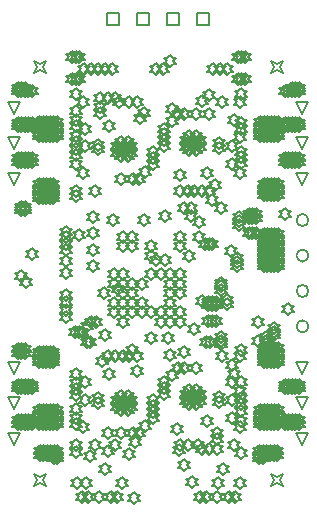
<source format=gbr>
G04*
G04 #@! TF.GenerationSoftware,Altium Limited,Altium Designer,24.8.2 (39)*
G04*
G04 Layer_Color=2752767*
%FSLAX25Y25*%
%MOIN*%
G70*
G04*
G04 #@! TF.SameCoordinates,487F02F3-95FA-4862-9DB4-007DCD7F3BB9*
G04*
G04*
G04 #@! TF.FilePolarity,Positive*
G04*
G01*
G75*
%ADD10C,0.00500*%
%ADD129C,0.00667*%
D10*
X64181Y163354D02*
Y167354D01*
X68181D01*
Y163354D01*
X64181D01*
X54181D02*
Y167354D01*
X58181D01*
Y163354D01*
X54181D01*
X44181D02*
Y167354D01*
X48181D01*
Y163354D01*
X44181D01*
X34181D02*
Y167354D01*
X38181D01*
Y163354D01*
X34181D01*
X9811Y147606D02*
X10811Y149606D01*
X9811Y151606D01*
X11811Y150606D01*
X13811Y151606D01*
X12811Y149606D01*
X13811Y147606D01*
X11811Y148606D01*
X9811Y147606D01*
X88551D02*
X89551Y149606D01*
X88551Y151606D01*
X90551Y150606D01*
X92551Y151606D01*
X91551Y149606D01*
X92551Y147606D01*
X90551Y148606D01*
X88551Y147606D01*
X9811Y9811D02*
X10811Y11811D01*
X9811Y13811D01*
X11811Y12811D01*
X13811Y13811D01*
X12811Y11811D01*
X13811Y9811D01*
X11811Y10811D01*
X9811Y9811D01*
X88551D02*
X89551Y11811D01*
X88551Y13811D01*
X90551Y12811D01*
X92551Y13811D01*
X91551Y11811D01*
X92551Y9811D01*
X90551Y10811D01*
X88551Y9811D01*
X3150Y122016D02*
X1150Y126016D01*
X5150D01*
X3150Y122016D01*
Y110205D02*
X1150Y114205D01*
X5150D01*
X3150Y110205D01*
Y133827D02*
X1150Y137827D01*
X5150D01*
X3150Y133827D01*
Y23591D02*
X1150Y27591D01*
X5150D01*
X3150Y23591D01*
Y47213D02*
X1150Y51213D01*
X5150D01*
X3150Y47213D01*
Y35402D02*
X1150Y39402D01*
X5150D01*
X3150Y35402D01*
X99213Y122016D02*
X97213Y126016D01*
X101213D01*
X99213Y122016D01*
Y133827D02*
X97213Y137827D01*
X101213D01*
X99213Y133827D01*
Y110205D02*
X97213Y114205D01*
X101213D01*
X99213Y110205D01*
Y47213D02*
X97213Y51213D01*
X101213D01*
X99213Y47213D01*
Y23591D02*
X97213Y27591D01*
X101213D01*
X99213Y23591D01*
Y35402D02*
X97213Y39402D01*
X101213D01*
X99213Y35402D01*
X42913Y3810D02*
X43913Y4810D01*
X44913D01*
X43913Y5810D01*
X44913Y6810D01*
X43913D01*
X42913Y7810D01*
X41913Y6810D01*
X40913D01*
X41913Y5810D01*
X40913Y4810D01*
X41913D01*
X42913Y3810D01*
X23622Y150953D02*
X24622Y151953D01*
X25622D01*
X24622Y152953D01*
X25622Y153953D01*
X24622D01*
X23622Y154953D01*
X22622Y153953D01*
X21622D01*
X22622Y152953D01*
X21622Y151953D01*
X22622D01*
X23622Y150953D01*
X24803D02*
X25803Y151953D01*
X26803D01*
X25803Y152953D01*
X26803Y153953D01*
X25803D01*
X24803Y154953D01*
X23803Y153953D01*
X22803D01*
X23803Y152953D01*
X22803Y151953D01*
X23803D01*
X24803Y150953D01*
X22441D02*
X23441Y151953D01*
X24441D01*
X23441Y152953D01*
X24441Y153953D01*
X23441D01*
X22441Y154953D01*
X21441Y153953D01*
X20441D01*
X21441Y152953D01*
X20441Y151953D01*
X21441D01*
X22441Y150953D01*
X78740D02*
X79740Y151953D01*
X80740D01*
X79740Y152953D01*
X80740Y153953D01*
X79740D01*
X78740Y154953D01*
X77740Y153953D01*
X76740D01*
X77740Y152953D01*
X76740Y151953D01*
X77740D01*
X78740Y150953D01*
X79921D02*
X80921Y151953D01*
X81921D01*
X80921Y152953D01*
X81921Y153953D01*
X80921D01*
X79921Y154953D01*
X78921Y153953D01*
X77921D01*
X78921Y152953D01*
X77921Y151953D01*
X78921D01*
X79921Y150953D01*
X77559D02*
X78559Y151953D01*
X79559D01*
X78559Y152953D01*
X79559Y153953D01*
X78559D01*
X77559Y154953D01*
X76559Y153953D01*
X75559D01*
X76559Y152953D01*
X75559Y151953D01*
X76559D01*
X77559Y150953D01*
X78740Y143472D02*
X79740Y144472D01*
X80740D01*
X79740Y145472D01*
X80740Y146472D01*
X79740D01*
X78740Y147472D01*
X77740Y146472D01*
X76740D01*
X77740Y145472D01*
X76740Y144472D01*
X77740D01*
X78740Y143472D01*
X79921D02*
X80921Y144472D01*
X81921D01*
X80921Y145472D01*
X81921Y146472D01*
X80921D01*
X79921Y147472D01*
X78921Y146472D01*
X77921D01*
X78921Y145472D01*
X77921Y144472D01*
X78921D01*
X79921Y143472D01*
X77559D02*
X78559Y144472D01*
X79559D01*
X78559Y145472D01*
X79559Y146472D01*
X78559D01*
X77559Y147472D01*
X76559Y146472D01*
X75559D01*
X76559Y145472D01*
X75559Y144472D01*
X76559D01*
X77559Y143472D01*
X23622D02*
X24622Y144472D01*
X25622D01*
X24622Y145472D01*
X25622Y146472D01*
X24622D01*
X23622Y147472D01*
X22622Y146472D01*
X21622D01*
X22622Y145472D01*
X21622Y144472D01*
X22622D01*
X23622Y143472D01*
X24803D02*
X25803Y144472D01*
X26803D01*
X25803Y145472D01*
X26803Y146472D01*
X25803D01*
X24803Y147472D01*
X23803Y146472D01*
X22803D01*
X23803Y145472D01*
X22803Y144472D01*
X23803D01*
X24803Y143472D01*
X22441D02*
X23441Y144472D01*
X24441D01*
X23441Y145472D01*
X24441Y146472D01*
X23441D01*
X22441Y147472D01*
X21441Y146472D01*
X20441D01*
X21441Y145472D01*
X20441Y144472D01*
X21441D01*
X22441Y143472D01*
X71653Y146868D02*
X72653Y147868D01*
X73653D01*
X72653Y148868D01*
X73653Y149868D01*
X72653D01*
X71653Y150868D01*
X70653Y149868D01*
X69653D01*
X70653Y148868D01*
X69653Y147868D01*
X70653D01*
X71653Y146868D01*
X69291D02*
X70291Y147868D01*
X71291D01*
X70291Y148868D01*
X71291Y149868D01*
X70291D01*
X69291Y150868D01*
X68291Y149868D01*
X67291D01*
X68291Y148868D01*
X67291Y147868D01*
X68291D01*
X69291Y146868D01*
X74016D02*
X75016Y147868D01*
X76016D01*
X75016Y148868D01*
X76016Y149868D01*
X75016D01*
X74016Y150868D01*
X73016Y149868D01*
X72016D01*
X73016Y148868D01*
X72016Y147868D01*
X73016D01*
X74016Y146868D01*
X55118Y149575D02*
X56118Y150575D01*
X57118D01*
X56118Y151575D01*
X57118Y152575D01*
X56118D01*
X55118Y153575D01*
X54118Y152575D01*
X53118D01*
X54118Y151575D01*
X53118Y150575D01*
X54118D01*
X55118Y149575D01*
X50393Y146868D02*
X51394Y147868D01*
X52394D01*
X51394Y148868D01*
X52394Y149868D01*
X51394D01*
X50393Y150868D01*
X49393Y149868D01*
X48393D01*
X49393Y148868D01*
X48393Y147868D01*
X49393D01*
X50393Y146868D01*
X52755D02*
X53755Y147868D01*
X54756D01*
X53755Y148868D01*
X54756Y149868D01*
X53755D01*
X52755Y150868D01*
X51755Y149868D01*
X50756D01*
X51755Y148868D01*
X50756Y147868D01*
X51755D01*
X52755Y146868D01*
X35827D02*
X36827Y147868D01*
X37827D01*
X36827Y148868D01*
X37827Y149868D01*
X36827D01*
X35827Y150868D01*
X34827Y149868D01*
X33827D01*
X34827Y148868D01*
X33827Y147868D01*
X34827D01*
X35827Y146868D01*
X28741D02*
X29741Y147868D01*
X30741D01*
X29741Y148868D01*
X30741Y149868D01*
X29741D01*
X28741Y150868D01*
X27741Y149868D01*
X26741D01*
X27741Y148868D01*
X26741Y147868D01*
X27741D01*
X28741Y146868D01*
X26378D02*
X27378Y147868D01*
X28378D01*
X27378Y148868D01*
X28378Y149868D01*
X27378D01*
X26378Y150868D01*
X25378Y149868D01*
X24378D01*
X25378Y148868D01*
X24378Y147868D01*
X25378D01*
X26378Y146868D01*
X33465D02*
X34465Y147868D01*
X35465D01*
X34465Y148868D01*
X35465Y149868D01*
X34465D01*
X33465Y150868D01*
X32465Y149868D01*
X31465D01*
X32465Y148868D01*
X31465Y147868D01*
X32465D01*
X33465Y146868D01*
X31102D02*
X32102Y147868D01*
X33102D01*
X32102Y148868D01*
X33102Y149868D01*
X32102D01*
X31102Y150868D01*
X30102Y149868D01*
X29102D01*
X30102Y148868D01*
X29102Y147868D01*
X30102D01*
X31102Y146868D01*
X71063Y8630D02*
X72063Y9630D01*
X73063D01*
X72063Y10630D01*
X73063Y11630D01*
X72063D01*
X71063Y12630D01*
X70063Y11630D01*
X69063D01*
X70063Y10630D01*
X69063Y9630D01*
X70063D01*
X71063Y8630D01*
X9056Y139339D02*
X10056Y140340D01*
X11056D01*
X10056Y141340D01*
X11056Y142340D01*
X10056D01*
X9056Y143340D01*
X8056Y142340D01*
X7056D01*
X8056Y141340D01*
X7056Y140340D01*
X8056D01*
X9056Y139339D01*
X6694Y140521D02*
X7694Y141521D01*
X8694D01*
X7694Y142521D01*
X8694Y143521D01*
X7694D01*
X6694Y144521D01*
X5694Y143521D01*
X4694D01*
X5694Y142521D01*
X4694Y141521D01*
X5694D01*
X6694Y140521D01*
X20472Y92488D02*
X21472Y93488D01*
X22472D01*
X21472Y94488D01*
X22472Y95488D01*
X21472D01*
X20472Y96488D01*
X19472Y95488D01*
X18472D01*
X19472Y94488D01*
X18472Y93488D01*
X19472D01*
X20472Y92488D01*
X69190Y88551D02*
X70190Y89551D01*
X71190D01*
X70190Y90551D01*
X71190Y91551D01*
X70190D01*
X69190Y92551D01*
X68190Y91551D01*
X67190D01*
X68190Y90551D01*
X67190Y89551D01*
X68190D01*
X69190Y88551D01*
X68009D02*
X69009Y89551D01*
X70009D01*
X69009Y90551D01*
X70009Y91551D01*
X69009D01*
X68009Y92551D01*
X67009Y91551D01*
X66009D01*
X67009Y90551D01*
X66009Y89551D01*
X67009D01*
X68009Y88551D01*
X25787Y59102D02*
X26787Y60102D01*
X27788D01*
X26787Y61102D01*
X27788Y62102D01*
X26787D01*
X25787Y63102D01*
X24788Y62102D01*
X23787D01*
X24788Y61102D01*
X23787Y60102D01*
X24788D01*
X25787Y59102D01*
X23425D02*
X24425Y60102D01*
X25425D01*
X24425Y61102D01*
X25425Y62102D01*
X24425D01*
X23425Y63102D01*
X22425Y62102D01*
X21425D01*
X22425Y61102D01*
X21425Y60102D01*
X22425D01*
X23425Y59102D01*
X24606D02*
X25606Y60102D01*
X26606D01*
X25606Y61102D01*
X26606Y62102D01*
X25606D01*
X24606Y63102D01*
X23606Y62102D01*
X22606D01*
X23606Y61102D01*
X22606Y60102D01*
X23606D01*
X24606Y59102D01*
X5414Y99772D02*
X6414Y100772D01*
X7414D01*
X6414Y101772D01*
X7414Y102772D01*
X6414D01*
X5414Y103772D01*
X4414Y102772D01*
X3414D01*
X4414Y101772D01*
X3414Y100772D01*
X4414D01*
X5414Y99772D01*
X6595D02*
X7595Y100772D01*
X8595D01*
X7595Y101772D01*
X8595Y102772D01*
X7595D01*
X6595Y103772D01*
X5595Y102772D01*
X4595D01*
X5595Y101772D01*
X4595Y100772D01*
X5595D01*
X6595Y99772D01*
X5414Y100953D02*
X6414Y101953D01*
X7414D01*
X6414Y102953D01*
X7414Y103953D01*
X6414D01*
X5414Y104953D01*
X4414Y103953D01*
X3414D01*
X4414Y102953D01*
X3414Y101953D01*
X4414D01*
X5414Y100953D01*
X6595D02*
X7595Y101953D01*
X8595D01*
X7595Y102953D01*
X8595Y103953D01*
X7595D01*
X6595Y104953D01*
X5595Y103953D01*
X4595D01*
X5595Y102953D01*
X4595Y101953D01*
X5595D01*
X6595Y100953D01*
X36220Y68866D02*
X37220Y69866D01*
X38221D01*
X37220Y70866D01*
X38221Y71866D01*
X37220D01*
X36220Y72866D01*
X35221Y71866D01*
X34220D01*
X35221Y70866D01*
X34220Y69866D01*
X35221D01*
X36220Y68866D01*
X34252Y51150D02*
X35252Y52150D01*
X36252D01*
X35252Y53150D01*
X36252Y54150D01*
X35252D01*
X34252Y55150D01*
X33252Y54150D01*
X32252D01*
X33252Y53150D01*
X32252Y52150D01*
X33252D01*
X34252Y51150D01*
X83701Y98295D02*
X84701Y99295D01*
X85701D01*
X84701Y100295D01*
X85701Y101295D01*
X84701D01*
X83701Y102295D01*
X82701Y101295D01*
X81701D01*
X82701Y100295D01*
X81701Y99295D01*
X82701D01*
X83701Y98295D01*
X81339D02*
X82339Y99295D01*
X83338D01*
X82339Y100295D01*
X83338Y101295D01*
X82339D01*
X81339Y102295D01*
X80339Y101295D01*
X79339D01*
X80339Y100295D01*
X79339Y99295D01*
X80339D01*
X81339Y98295D01*
X82520D02*
X83520Y99295D01*
X84520D01*
X83520Y100295D01*
X84520Y101295D01*
X83520D01*
X82520Y102295D01*
X81520Y101295D01*
X80520D01*
X81520Y100295D01*
X80520Y99295D01*
X81520D01*
X82520Y98295D01*
X81339Y97114D02*
X82339Y98114D01*
X83338D01*
X82339Y99114D01*
X83338Y100114D01*
X82339D01*
X81339Y101114D01*
X80339Y100114D01*
X79339D01*
X80339Y99114D01*
X79339Y98114D01*
X80339D01*
X81339Y97114D01*
X82520D02*
X83520Y98114D01*
X84520D01*
X83520Y99114D01*
X84520Y100114D01*
X83520D01*
X82520Y101114D01*
X81520Y100114D01*
X80520D01*
X81520Y99114D01*
X80520Y98114D01*
X81520D01*
X82520Y97114D01*
X83701D02*
X84701Y98114D01*
X85701D01*
X84701Y99114D01*
X85701Y100114D01*
X84701D01*
X83701Y101114D01*
X82701Y100114D01*
X81701D01*
X82701Y99114D01*
X81701Y98114D01*
X82701D01*
X83701Y97114D01*
X70236Y69161D02*
X71236Y70161D01*
X72236D01*
X71236Y71161D01*
X72236Y72161D01*
X71236D01*
X70236Y73161D01*
X69236Y72161D01*
X68236D01*
X69236Y71161D01*
X68236Y70161D01*
X69236D01*
X70236Y69161D01*
X69055D02*
X70055Y70161D01*
X71055D01*
X70055Y71161D01*
X71055Y72161D01*
X70055D01*
X69055Y73161D01*
X68055Y72161D01*
X67055D01*
X68055Y71161D01*
X67055Y70161D01*
X68055D01*
X69055Y69161D01*
X67874D02*
X68874Y70161D01*
X69874D01*
X68874Y71161D01*
X69874Y72161D01*
X68874D01*
X67874Y73161D01*
X66874Y72161D01*
X65874D01*
X66874Y71161D01*
X65874Y70161D01*
X66874D01*
X67874Y69161D01*
X70236Y67980D02*
X71236Y68980D01*
X72236D01*
X71236Y69980D01*
X72236Y70980D01*
X71236D01*
X70236Y71980D01*
X69236Y70980D01*
X68236D01*
X69236Y69980D01*
X68236Y68980D01*
X69236D01*
X70236Y67980D01*
X69055D02*
X70055Y68980D01*
X71055D01*
X70055Y69980D01*
X71055Y70980D01*
X70055D01*
X69055Y71980D01*
X68055Y70980D01*
X67055D01*
X68055Y69980D01*
X67055Y68980D01*
X68055D01*
X69055Y67980D01*
X67874D02*
X68874Y68980D01*
X69874D01*
X68874Y69980D01*
X69874Y70980D01*
X68874D01*
X67874Y71980D01*
X66874Y70980D01*
X65874D01*
X66874Y69980D01*
X65874Y68980D01*
X66874D01*
X67874Y67980D01*
X72047Y73197D02*
X73047Y74197D01*
X74047D01*
X73047Y75197D01*
X74047Y76197D01*
X73047D01*
X72047Y77197D01*
X71047Y76197D01*
X70047D01*
X71047Y75197D01*
X70047Y74197D01*
X71047D01*
X72047Y73197D01*
Y74378D02*
X73047Y75378D01*
X74047D01*
X73047Y76378D01*
X74047Y77378D01*
X73047D01*
X72047Y78378D01*
X71047Y77378D01*
X70047D01*
X71047Y76378D01*
X70047Y75378D01*
X71047D01*
X72047Y74378D01*
Y75559D02*
X73047Y76559D01*
X74047D01*
X73047Y77559D01*
X74047Y78559D01*
X73047D01*
X72047Y79559D01*
X71047Y78559D01*
X70047D01*
X71047Y77559D01*
X70047Y76559D01*
X71047D01*
X72047Y75559D01*
X67874Y62862D02*
X68874Y63862D01*
X69874D01*
X68874Y64862D01*
X69874Y65862D01*
X68874D01*
X67874Y66862D01*
X66874Y65862D01*
X65874D01*
X66874Y64862D01*
X65874Y63862D01*
X66874D01*
X67874Y62862D01*
X69055D02*
X70055Y63862D01*
X71055D01*
X70055Y64862D01*
X71055Y65862D01*
X70055D01*
X69055Y66862D01*
X68055Y65862D01*
X67055D01*
X68055Y64862D01*
X67055Y63862D01*
X68055D01*
X69055Y62862D01*
X70236D02*
X71236Y63862D01*
X72236D01*
X71236Y64862D01*
X72236Y65862D01*
X71236D01*
X70236Y66862D01*
X69236Y65862D01*
X68236D01*
X69236Y64862D01*
X68236Y63862D01*
X69236D01*
X70236Y62862D01*
X59842Y52528D02*
X60843Y53528D01*
X61843D01*
X60843Y54528D01*
X61843Y55528D01*
X60843D01*
X59842Y56528D01*
X58842Y55528D01*
X57842D01*
X58842Y54528D01*
X57842Y53528D01*
X58842D01*
X59842Y52528D01*
X75754Y42291D02*
X76754Y43291D01*
X77754D01*
X76754Y44291D01*
X77754Y45291D01*
X76754D01*
X75754Y46291D01*
X74754Y45291D01*
X73754D01*
X74754Y44291D01*
X73754Y43291D01*
X74754D01*
X75754Y42291D01*
X71457Y37370D02*
X72457Y38370D01*
X73457D01*
X72457Y39370D01*
X73457Y40370D01*
X72457D01*
X71457Y41370D01*
X70457Y40370D01*
X69457D01*
X70457Y39370D01*
X69457Y38370D01*
X70457D01*
X71457Y37370D01*
X71457Y35795D02*
X72457Y36795D01*
X73457D01*
X72457Y37795D01*
X73457Y38795D01*
X72457D01*
X71457Y39795D01*
X70457Y38795D01*
X69457D01*
X70457Y37795D01*
X69457Y36795D01*
X70457D01*
X71457Y35795D01*
X64370Y21622D02*
X65370Y22622D01*
X66370D01*
X65370Y23622D01*
X66370Y24622D01*
X65370D01*
X64370Y25622D01*
X63370Y24622D01*
X62370D01*
X63370Y23622D01*
X62370Y22622D01*
X63370D01*
X64370Y21622D01*
X37992Y135795D02*
X38992Y136795D01*
X39992D01*
X38992Y137795D01*
X39992Y138795D01*
X38992D01*
X37992Y139795D01*
X36992Y138795D01*
X35992D01*
X36992Y137795D01*
X35992Y136795D01*
X36992D01*
X37992Y135795D01*
X6693Y53315D02*
X7693Y54315D01*
X8693D01*
X7693Y55315D01*
X8693Y56315D01*
X7693D01*
X6693Y57315D01*
X5693Y56315D01*
X4693D01*
X5693Y55315D01*
X4693Y54315D01*
X5693D01*
X6693Y53315D01*
Y52134D02*
X7693Y53134D01*
X8693D01*
X7693Y54134D01*
X8693Y55134D01*
X7693D01*
X6693Y56134D01*
X5693Y55134D01*
X4693D01*
X5693Y54134D01*
X4693Y53134D01*
X5693D01*
X6693Y52134D01*
X5512Y53315D02*
X6512Y54315D01*
X7512D01*
X6512Y55315D01*
X7512Y56315D01*
X6512D01*
X5512Y57315D01*
X4512Y56315D01*
X3512D01*
X4512Y55315D01*
X3512Y54315D01*
X4512D01*
X5512Y53315D01*
Y52134D02*
X6512Y53134D01*
X7512D01*
X6512Y54134D01*
X7512Y55134D01*
X6512D01*
X5512Y56134D01*
X4512Y55134D01*
X3512D01*
X4512Y54134D01*
X3512Y53134D01*
X4512D01*
X5512Y52134D01*
X4331Y53315D02*
X5331Y54315D01*
X6331D01*
X5331Y55315D01*
X6331Y56315D01*
X5331D01*
X4331Y57315D01*
X3331Y56315D01*
X2331D01*
X3331Y55315D01*
X2331Y54315D01*
X3331D01*
X4331Y53315D01*
Y52134D02*
X5331Y53134D01*
X6331D01*
X5331Y54134D01*
X6331Y55134D01*
X5331D01*
X4331Y56134D01*
X3331Y55134D01*
X2331D01*
X3331Y54134D01*
X2331Y53134D01*
X3331D01*
X4331Y52134D01*
X59646Y100362D02*
X60646Y101362D01*
X61646D01*
X60646Y102362D01*
X61646Y103362D01*
X60646D01*
X59646Y104362D01*
X58646Y103362D01*
X57646D01*
X58646Y102362D01*
X57646Y101362D01*
X58646D01*
X59646Y100362D01*
X53543Y97803D02*
X54543Y98803D01*
X55543D01*
X54543Y99803D01*
X55543Y100803D01*
X54543D01*
X53543Y101803D01*
X52543Y100803D01*
X51543D01*
X52543Y99803D01*
X51543Y98803D01*
X52543D01*
X53543Y97803D01*
X49242Y117094D02*
X50242Y118094D01*
X51242D01*
X50242Y119094D01*
X51242Y120094D01*
X50242D01*
X49242Y121094D01*
X48242Y120094D01*
X47242D01*
X48242Y119094D01*
X47242Y118094D01*
X48242D01*
X49242Y117094D01*
X68898Y103118D02*
X69898Y104118D01*
X70898D01*
X69898Y105118D01*
X70898Y106118D01*
X69898D01*
X68898Y107118D01*
X67898Y106118D01*
X66898D01*
X67898Y105118D01*
X66898Y104118D01*
X67898D01*
X68898Y103118D01*
X72047Y100362D02*
X73047Y101362D01*
X74047D01*
X73047Y102362D01*
X74047Y103362D01*
X73047D01*
X72047Y104362D01*
X71047Y103362D01*
X70047D01*
X71047Y102362D01*
X70047Y101362D01*
X71047D01*
X72047Y100362D01*
X9055Y85008D02*
X10055Y86008D01*
X11055D01*
X10055Y87008D01*
X11055Y88008D01*
X10055D01*
X9055Y89008D01*
X8055Y88008D01*
X7055D01*
X8055Y87008D01*
X7055Y86008D01*
X8055D01*
X9055Y85008D01*
X5315Y77921D02*
X6315Y78921D01*
X7315D01*
X6315Y79921D01*
X7315Y80921D01*
X6315D01*
X5315Y81921D01*
X4315Y80921D01*
X3315D01*
X4315Y79921D01*
X3315Y78921D01*
X4315D01*
X5315Y77921D01*
X7058Y75756D02*
X8058Y76756D01*
X9058D01*
X8058Y77756D01*
X9058Y78756D01*
X8058D01*
X7058Y79756D01*
X6058Y78756D01*
X5058D01*
X6058Y77756D01*
X5058Y76756D01*
X6058D01*
X7058Y75756D01*
X66828Y88551D02*
X67828Y89551D01*
X68828D01*
X67828Y90551D01*
X68828Y91551D01*
X67828D01*
X66828Y92551D01*
X65828Y91551D01*
X64828D01*
X65828Y90551D01*
X64828Y89551D01*
X65828D01*
X66828Y88551D01*
X64668Y90913D02*
X65668Y91913D01*
X66668D01*
X65668Y92913D01*
X66668Y93913D01*
X65668D01*
X64668Y94913D01*
X63668Y93913D01*
X62668D01*
X63668Y92913D01*
X62668Y91913D01*
X63668D01*
X64668Y90913D01*
X65748Y20244D02*
X66748Y21244D01*
X67748D01*
X66748Y22244D01*
X67748Y23244D01*
X66748D01*
X65748Y24244D01*
X64748Y23244D01*
X63748D01*
X64748Y22244D01*
X63748Y21244D01*
X64748D01*
X65748Y20244D01*
X70669Y25362D02*
X71669Y26362D01*
X72669D01*
X71669Y27362D01*
X72669Y28362D01*
X71669D01*
X70669Y29362D01*
X69669Y28362D01*
X68669D01*
X69669Y27362D01*
X68669Y26362D01*
X69669D01*
X70669Y25362D01*
Y23394D02*
X71669Y24394D01*
X72669D01*
X71669Y25394D01*
X72669Y26394D01*
X71669D01*
X70669Y27394D01*
X69669Y26394D01*
X68669D01*
X69669Y25394D01*
X68669Y24394D01*
X69669D01*
X70669Y23394D01*
X34254Y137173D02*
X35254Y138173D01*
X36254D01*
X35254Y139173D01*
X36254Y140173D01*
X35254D01*
X34254Y141173D01*
X33254Y140173D01*
X32254D01*
X33254Y139173D01*
X32254Y138173D01*
X33254D01*
X34254Y137173D01*
X39370Y62567D02*
X40370Y63567D01*
X41370D01*
X40370Y64567D01*
X41370Y65567D01*
X40370D01*
X39370Y66567D01*
X38370Y65567D01*
X37370D01*
X38370Y64567D01*
X37370Y63567D01*
X38370D01*
X39370Y62567D01*
X26969Y8827D02*
X27968Y9827D01*
X28969D01*
X27968Y10827D01*
X28969Y11827D01*
X27968D01*
X26969Y12827D01*
X25969Y11827D01*
X24969D01*
X25969Y10827D01*
X24969Y9827D01*
X25969D01*
X26969Y8827D01*
X84449Y56071D02*
X85449Y57071D01*
X86449D01*
X85449Y58071D01*
X86449Y59071D01*
X85449D01*
X84449Y60071D01*
X83449Y59071D01*
X82449D01*
X83449Y58071D01*
X82449Y57071D01*
X83449D01*
X84449Y56071D01*
X41339Y135795D02*
X42339Y136795D01*
X43339D01*
X42339Y137795D01*
X43339Y138795D01*
X42339D01*
X41339Y139795D01*
X40339Y138795D01*
X39339D01*
X40339Y137795D01*
X39339Y136795D01*
X40339D01*
X41339Y135795D01*
X25984D02*
X26984Y136795D01*
X27984D01*
X26984Y137795D01*
X27984Y138795D01*
X26984D01*
X25984Y139795D01*
X24984Y138795D01*
X23984D01*
X24984Y137795D01*
X23984Y136795D01*
X24984D01*
X25984Y135795D01*
X23819Y132843D02*
X24819Y133843D01*
X25819D01*
X24819Y134843D01*
X25819Y135843D01*
X24819D01*
X23819Y136843D01*
X22819Y135843D01*
X21819D01*
X22819Y134843D01*
X21819Y133843D01*
X22819D01*
X23819Y132843D01*
X20472Y86583D02*
X21472Y87583D01*
X22472D01*
X21472Y88583D01*
X22472Y89583D01*
X21472D01*
X20472Y90583D01*
X19472Y89583D01*
X18472D01*
X19472Y88583D01*
X18472Y87583D01*
X19472D01*
X20472Y86583D01*
X17323Y126740D02*
X18323Y127740D01*
X19323D01*
X18323Y128740D01*
X19323Y129740D01*
X18323D01*
X17323Y130740D01*
X16323Y129740D01*
X15323D01*
X16323Y128740D01*
X15323Y127740D01*
X16323D01*
X17323Y126740D01*
Y127921D02*
X18323Y128921D01*
X19323D01*
X18323Y129921D01*
X19323Y130921D01*
X18323D01*
X17323Y131921D01*
X16323Y130921D01*
X15323D01*
X16323Y129921D01*
X15323Y128921D01*
X16323D01*
X17323Y127921D01*
Y129102D02*
X18323Y130102D01*
X19323D01*
X18323Y131102D01*
X19323Y132102D01*
X18323D01*
X17323Y133102D01*
X16323Y132102D01*
X15323D01*
X16323Y131102D01*
X15323Y130102D01*
X16323D01*
X17323Y129102D01*
X20472Y66504D02*
X21472Y67504D01*
X22472D01*
X21472Y68504D01*
X22472Y69504D01*
X21472D01*
X20472Y70504D01*
X19472Y69504D01*
X18472D01*
X19472Y68504D01*
X18472Y67504D01*
X19472D01*
X20472Y66504D01*
X61423Y37370D02*
X62423Y38370D01*
X63423D01*
X62423Y39370D01*
X63423Y40370D01*
X62423D01*
X61423Y41370D01*
X60423Y40370D01*
X59423D01*
X60423Y39370D01*
X59423Y38370D01*
X60423D01*
X61423Y37370D01*
X63785D02*
X64785Y38370D01*
X65785D01*
X64785Y39370D01*
X65785Y40370D01*
X64785D01*
X63785Y41370D01*
X62785Y40370D01*
X61785D01*
X62785Y39370D01*
X61785Y38370D01*
X62785D01*
X63785Y37370D01*
X62604Y36189D02*
X63604Y37189D01*
X64604D01*
X63604Y38188D01*
X64604Y39189D01*
X63604D01*
X62604Y40189D01*
X61604Y39189D01*
X60604D01*
X61604Y38188D01*
X60604Y37189D01*
X61604D01*
X62604Y36189D01*
Y38551D02*
X63604Y39551D01*
X64604D01*
X63604Y40551D01*
X64604Y41551D01*
X63604D01*
X62604Y42551D01*
X61604Y41551D01*
X60604D01*
X61604Y40551D01*
X60604Y39551D01*
X61604D01*
X62604Y38551D01*
X60242Y36189D02*
X61242Y37189D01*
X62242D01*
X61242Y38188D01*
X62242Y39189D01*
X61242D01*
X60242Y40189D01*
X59242Y39189D01*
X58242D01*
X59242Y38188D01*
X58242Y37189D01*
X59242D01*
X60242Y36189D01*
X61423Y35007D02*
X62423Y36007D01*
X63423D01*
X62423Y37007D01*
X63423Y38007D01*
X62423D01*
X61423Y39007D01*
X60423Y38007D01*
X59423D01*
X60423Y37007D01*
X59423Y36007D01*
X60423D01*
X61423Y35007D01*
X63785D02*
X64785Y36007D01*
X65785D01*
X64785Y37007D01*
X65785Y38007D01*
X64785D01*
X63785Y39007D01*
X62785Y38007D01*
X61785D01*
X62785Y37007D01*
X61785Y36007D01*
X62785D01*
X63785Y35007D01*
X64966Y36189D02*
X65966Y37189D01*
X66966D01*
X65966Y38188D01*
X66966Y39189D01*
X65966D01*
X64966Y40189D01*
X63966Y39189D01*
X62966D01*
X63966Y38188D01*
X62966Y37189D01*
X63966D01*
X64966Y36189D01*
Y38551D02*
X65966Y39551D01*
X66966D01*
X65966Y40551D01*
X66966Y41551D01*
X65966D01*
X64966Y42551D01*
X63966Y41551D01*
X62966D01*
X63966Y40551D01*
X62966Y39551D01*
X63966D01*
X64966Y38551D01*
X63785Y39732D02*
X64785Y40732D01*
X65785D01*
X64785Y41732D01*
X65785Y42732D01*
X64785D01*
X63785Y43732D01*
X62785Y42732D01*
X61785D01*
X62785Y41732D01*
X61785Y40732D01*
X62785D01*
X63785Y39732D01*
X61423D02*
X62423Y40732D01*
X63423D01*
X62423Y41732D01*
X63423Y42732D01*
X62423D01*
X61423Y43732D01*
X60423Y42732D01*
X59423D01*
X60423Y41732D01*
X59423Y40732D01*
X60423D01*
X61423Y39732D01*
X60242Y38551D02*
X61242Y39551D01*
X62242D01*
X61242Y40551D01*
X62242Y41551D01*
X61242D01*
X60242Y42551D01*
X59242Y41551D01*
X58242D01*
X59242Y40551D01*
X58242Y39551D01*
X59242D01*
X60242Y38551D01*
X53120Y38354D02*
X54120Y39354D01*
X55120D01*
X54120Y40354D01*
X55120Y41354D01*
X54120D01*
X53120Y42354D01*
X52120Y41354D01*
X51120D01*
X52120Y40354D01*
X51120Y39354D01*
X52120D01*
X53120Y38354D01*
Y40323D02*
X54120Y41323D01*
X55120D01*
X54120Y42323D01*
X55120Y43323D01*
X54120D01*
X53120Y44323D01*
X52120Y43323D01*
X51120D01*
X52120Y42323D01*
X51120Y41323D01*
X52120D01*
X53120Y40323D01*
X38577Y120048D02*
X39577Y121048D01*
X40577D01*
X39577Y122048D01*
X40577Y123048D01*
X39577D01*
X38577Y124048D01*
X37577Y123048D01*
X36577D01*
X37577Y122048D01*
X36577Y121048D01*
X37577D01*
X38577Y120048D01*
X40939D02*
X41939Y121048D01*
X42939D01*
X41939Y122048D01*
X42939Y123048D01*
X41939D01*
X40939Y124048D01*
X39939Y123048D01*
X38939D01*
X39939Y122048D01*
X38939Y121048D01*
X39939D01*
X40939Y120048D01*
X39758Y118867D02*
X40758Y119867D01*
X41758D01*
X40758Y120867D01*
X41758Y121867D01*
X40758D01*
X39758Y122867D01*
X38758Y121867D01*
X37758D01*
X38758Y120867D01*
X37758Y119867D01*
X38758D01*
X39758Y118867D01*
Y121229D02*
X40758Y122229D01*
X41758D01*
X40758Y123229D01*
X41758Y124229D01*
X40758D01*
X39758Y125229D01*
X38758Y124229D01*
X37758D01*
X38758Y123229D01*
X37758Y122229D01*
X38758D01*
X39758Y121229D01*
X37396Y118867D02*
X38396Y119867D01*
X39396D01*
X38396Y120867D01*
X39396Y121867D01*
X38396D01*
X37396Y122867D01*
X36396Y121867D01*
X35396D01*
X36396Y120867D01*
X35396Y119867D01*
X36396D01*
X37396Y118867D01*
X38577Y117685D02*
X39577Y118685D01*
X40577D01*
X39577Y119685D01*
X40577Y120686D01*
X39577D01*
X38577Y121686D01*
X37577Y120686D01*
X36577D01*
X37577Y119685D01*
X36577Y118685D01*
X37577D01*
X38577Y117685D01*
X40939D02*
X41939Y118685D01*
X42939D01*
X41939Y119685D01*
X42939Y120686D01*
X41939D01*
X40939Y121686D01*
X39939Y120686D01*
X38939D01*
X39939Y119685D01*
X38939Y118685D01*
X39939D01*
X40939Y117685D01*
X42121Y118867D02*
X43121Y119867D01*
X44120D01*
X43121Y120867D01*
X44120Y121867D01*
X43121D01*
X42121Y122867D01*
X41120Y121867D01*
X40121D01*
X41120Y120867D01*
X40121Y119867D01*
X41120D01*
X42121Y118867D01*
Y121229D02*
X43121Y122229D01*
X44120D01*
X43121Y123229D01*
X44120Y124229D01*
X43121D01*
X42121Y125229D01*
X41120Y124229D01*
X40121D01*
X41120Y123229D01*
X40121Y122229D01*
X41120D01*
X42121Y121229D01*
X40939Y122410D02*
X41939Y123410D01*
X42939D01*
X41939Y124410D01*
X42939Y125410D01*
X41939D01*
X40939Y126410D01*
X39939Y125410D01*
X38939D01*
X39939Y124410D01*
X38939Y123410D01*
X39939D01*
X40939Y122410D01*
X38577D02*
X39577Y123410D01*
X40577D01*
X39577Y124410D01*
X40577Y125410D01*
X39577D01*
X38577Y126410D01*
X37577Y125410D01*
X36577D01*
X37577Y124410D01*
X36577Y123410D01*
X37577D01*
X38577Y122410D01*
X37396Y121229D02*
X38396Y122229D01*
X39396D01*
X38396Y123229D01*
X39396Y124229D01*
X38396D01*
X37396Y125229D01*
X36396Y124229D01*
X35396D01*
X36396Y123229D01*
X35396Y122229D01*
X36396D01*
X37396Y121229D01*
X58268Y106268D02*
X59268Y107268D01*
X60268D01*
X59268Y108268D01*
X60268Y109268D01*
X59268D01*
X58268Y110268D01*
X57268Y109268D01*
X56268D01*
X57268Y108268D01*
X56268Y107268D01*
X57268D01*
X58268Y106268D01*
X60242Y120834D02*
X61242Y121834D01*
X62242D01*
X61242Y122834D01*
X62242Y123834D01*
X61242D01*
X60242Y124834D01*
X59242Y123834D01*
X58242D01*
X59242Y122834D01*
X58242Y121834D01*
X59242D01*
X60242Y120834D01*
X58268Y111386D02*
X59268Y112386D01*
X60268D01*
X59268Y113386D01*
X60268Y114386D01*
X59268D01*
X58268Y115386D01*
X57268Y114386D01*
X56268D01*
X57268Y113386D01*
X56268Y112386D01*
X57268D01*
X58268Y111386D01*
X60242Y123196D02*
X61242Y124196D01*
X62242D01*
X61242Y125196D01*
X62242Y126196D01*
X61242D01*
X60242Y127196D01*
X59242Y126196D01*
X58242D01*
X59242Y125196D01*
X58242Y124196D01*
X59242D01*
X60242Y123196D01*
X61423Y122015D02*
X62423Y123015D01*
X63423D01*
X62423Y124015D01*
X63423Y125015D01*
X62423D01*
X61423Y126015D01*
X60423Y125015D01*
X59423D01*
X60423Y124015D01*
X59423Y123015D01*
X60423D01*
X61423Y122015D01*
X63785D02*
X64785Y123015D01*
X65785D01*
X64785Y124015D01*
X65785Y125015D01*
X64785D01*
X63785Y126015D01*
X62785Y125015D01*
X61785D01*
X62785Y124015D01*
X61785Y123015D01*
X62785D01*
X63785Y122015D01*
X62604Y120834D02*
X63604Y121834D01*
X64604D01*
X63604Y122834D01*
X64604Y123834D01*
X63604D01*
X62604Y124834D01*
X61604Y123834D01*
X60604D01*
X61604Y122834D01*
X60604Y121834D01*
X61604D01*
X62604Y120834D01*
Y123196D02*
X63604Y124196D01*
X64604D01*
X63604Y125196D01*
X64604Y126196D01*
X63604D01*
X62604Y127196D01*
X61604Y126196D01*
X60604D01*
X61604Y125196D01*
X60604Y124196D01*
X61604D01*
X62604Y123196D01*
X61423Y119653D02*
X62423Y120653D01*
X63423D01*
X62423Y121653D01*
X63423Y122653D01*
X62423D01*
X61423Y123653D01*
X60423Y122653D01*
X59423D01*
X60423Y121653D01*
X59423Y120653D01*
X60423D01*
X61423Y119653D01*
X63785D02*
X64785Y120653D01*
X65785D01*
X64785Y121653D01*
X65785Y122653D01*
X64785D01*
X63785Y123653D01*
X62785Y122653D01*
X61785D01*
X62785Y121653D01*
X61785Y120653D01*
X62785D01*
X63785Y119653D01*
X64966Y120834D02*
X65966Y121834D01*
X66966D01*
X65966Y122834D01*
X66966Y123834D01*
X65966D01*
X64966Y124834D01*
X63966Y123834D01*
X62966D01*
X63966Y122834D01*
X62966Y121834D01*
X63966D01*
X64966Y120834D01*
Y123196D02*
X65966Y124196D01*
X66966D01*
X65966Y125196D01*
X66966Y126196D01*
X65966D01*
X64966Y127196D01*
X63966Y126196D01*
X62966D01*
X63966Y125196D01*
X62966Y124196D01*
X63966D01*
X64966Y123196D01*
X63785Y124377D02*
X64785Y125377D01*
X65785D01*
X64785Y126377D01*
X65785Y127377D01*
X64785D01*
X63785Y128377D01*
X62785Y127377D01*
X61785D01*
X62785Y126377D01*
X61785Y125377D01*
X62785D01*
X63785Y124377D01*
X61423D02*
X62423Y125377D01*
X63423D01*
X62423Y126377D01*
X63423Y127377D01*
X62423D01*
X61423Y128377D01*
X60423Y127377D01*
X59423D01*
X60423Y126377D01*
X59423Y125377D01*
X60423D01*
X61423Y124377D01*
X37396Y36583D02*
X38396Y37583D01*
X39396D01*
X38396Y38583D01*
X39396Y39583D01*
X38396D01*
X37396Y40583D01*
X36396Y39583D01*
X35396D01*
X36396Y38583D01*
X35396Y37583D01*
X36396D01*
X37396Y36583D01*
X38577Y37764D02*
X39577Y38764D01*
X40577D01*
X39577Y39764D01*
X40577Y40764D01*
X39577D01*
X38577Y41764D01*
X37577Y40764D01*
X36577D01*
X37577Y39764D01*
X36577Y38764D01*
X37577D01*
X38577Y37764D01*
X40939D02*
X41939Y38764D01*
X42939D01*
X41939Y39764D01*
X42939Y40764D01*
X41939D01*
X40939Y41764D01*
X39939Y40764D01*
X38939D01*
X39939Y39764D01*
X38939Y38764D01*
X39939D01*
X40939Y37764D01*
X42121Y36583D02*
X43121Y37583D01*
X44120D01*
X43121Y38583D01*
X44120Y39583D01*
X43121D01*
X42121Y40583D01*
X41120Y39583D01*
X40121D01*
X41120Y38583D01*
X40121Y37583D01*
X41120D01*
X42121Y36583D01*
Y34221D02*
X43121Y35221D01*
X44120D01*
X43121Y36221D01*
X44120Y37221D01*
X43121D01*
X42121Y38221D01*
X41120Y37221D01*
X40121D01*
X41120Y36221D01*
X40121Y35221D01*
X41120D01*
X42121Y34221D01*
X40939Y33040D02*
X41939Y34040D01*
X42939D01*
X41939Y35040D01*
X42939Y36040D01*
X41939D01*
X40939Y37040D01*
X39939Y36040D01*
X38939D01*
X39939Y35040D01*
X38939Y34040D01*
X39939D01*
X40939Y33040D01*
X38577D02*
X39577Y34040D01*
X40577D01*
X39577Y35040D01*
X40577Y36040D01*
X39577D01*
X38577Y37040D01*
X37577Y36040D01*
X36577D01*
X37577Y35040D01*
X36577Y34040D01*
X37577D01*
X38577Y33040D01*
X37396Y34221D02*
X38396Y35221D01*
X39396D01*
X38396Y36221D01*
X39396Y37221D01*
X38396D01*
X37396Y38221D01*
X36396Y37221D01*
X35396D01*
X36396Y36221D01*
X35396Y35221D01*
X36396D01*
X37396Y34221D01*
X39758Y36583D02*
X40758Y37583D01*
X41758D01*
X40758Y38583D01*
X41758Y39583D01*
X40758D01*
X39758Y40583D01*
X38758Y39583D01*
X37758D01*
X38758Y38583D01*
X37758Y37583D01*
X38758D01*
X39758Y36583D01*
Y34221D02*
X40758Y35221D01*
X41758D01*
X40758Y36221D01*
X41758Y37221D01*
X40758D01*
X39758Y38221D01*
X38758Y37221D01*
X37758D01*
X38758Y36221D01*
X37758Y35221D01*
X38758D01*
X39758Y34221D01*
X40939Y35402D02*
X41939Y36402D01*
X42939D01*
X41939Y37402D01*
X42939Y38402D01*
X41939D01*
X40939Y39402D01*
X39939Y38402D01*
X38939D01*
X39939Y37402D01*
X38939Y36402D01*
X39939D01*
X40939Y35402D01*
X38577D02*
X39577Y36402D01*
X40577D01*
X39577Y37402D01*
X40577Y38402D01*
X39577D01*
X38577Y39402D01*
X37577Y38402D01*
X36577D01*
X37577Y37402D01*
X36577Y36402D01*
X37577D01*
X38577Y35402D01*
X74016Y69655D02*
X75016Y70655D01*
X76016D01*
X75016Y71655D01*
X76016Y72655D01*
X75016D01*
X74016Y73655D01*
X73016Y72655D01*
X72016D01*
X73016Y71655D01*
X72016Y70655D01*
X73016D01*
X74016Y69655D01*
X54921Y51346D02*
X55921Y52346D01*
X56921D01*
X55921Y53347D01*
X56921Y54347D01*
X55921D01*
X54921Y55347D01*
X53921Y54347D01*
X52921D01*
X53921Y53347D01*
X52921Y52346D01*
X53921D01*
X54921Y51346D01*
X54528Y57055D02*
X55528Y58055D01*
X56528D01*
X55528Y59055D01*
X56528Y60055D01*
X55528D01*
X54528Y61055D01*
X53528Y60055D01*
X52528D01*
X53528Y59055D01*
X52528Y58055D01*
X53528D01*
X54528Y57055D01*
X46260Y96425D02*
X47260Y97425D01*
X48260D01*
X47260Y98425D01*
X48260Y99425D01*
X47260D01*
X46260Y100425D01*
X45260Y99425D01*
X44260D01*
X45260Y98425D01*
X44260Y97425D01*
X45260D01*
X46260Y96425D01*
X36024Y96622D02*
X37024Y97622D01*
X38024D01*
X37024Y98622D01*
X38024Y99622D01*
X37024D01*
X36024Y100622D01*
X35024Y99622D01*
X34024D01*
X35024Y98622D01*
X34024Y97622D01*
X35024D01*
X36024Y96622D01*
X61417Y84614D02*
X62417Y85614D01*
X63417D01*
X62417Y86614D01*
X63417Y87614D01*
X62417D01*
X61417Y88614D01*
X60417Y87614D01*
X59417D01*
X60417Y86614D01*
X59417Y85614D01*
X60417D01*
X61417Y84614D01*
X48819Y57055D02*
X49819Y58055D01*
X50819D01*
X49819Y59055D01*
X50819Y60055D01*
X49819D01*
X48819Y61055D01*
X47819Y60055D01*
X46819D01*
X47819Y59055D01*
X46819Y58055D01*
X47819D01*
X48819Y57055D01*
X42323Y53118D02*
X43323Y54118D01*
X44323D01*
X43323Y55118D01*
X44323Y56118D01*
X43323D01*
X42323Y57118D01*
X41323Y56118D01*
X40323D01*
X41323Y55118D01*
X40323Y54118D01*
X41323D01*
X42323Y53118D01*
X33465Y58039D02*
X34465Y59039D01*
X35465D01*
X34465Y60039D01*
X35465Y61039D01*
X34465D01*
X33465Y62039D01*
X32465Y61039D01*
X31465D01*
X32465Y60039D01*
X31465Y59039D01*
X32465D01*
X33465Y58039D01*
X65748Y69457D02*
X66748Y70457D01*
X67748D01*
X66748Y71457D01*
X67748Y72457D01*
X66748D01*
X65748Y73457D01*
X64748Y72457D01*
X63748D01*
X64748Y71457D01*
X63748Y70457D01*
X64748D01*
X65748Y69457D01*
X58268Y65716D02*
X59268Y66716D01*
X60268D01*
X59268Y67716D01*
X60268Y68716D01*
X59268D01*
X58268Y69716D01*
X57268Y68716D01*
X56268D01*
X57268Y67716D01*
X56268Y66716D01*
X57268D01*
X58268Y65716D01*
Y72016D02*
X59268Y73016D01*
X60268D01*
X59268Y74016D01*
X60268Y75016D01*
X59268D01*
X58268Y76016D01*
X57268Y75016D01*
X56268D01*
X57268Y74016D01*
X56268Y73016D01*
X57268D01*
X58268Y72016D01*
X48819Y78315D02*
X49819Y79315D01*
X50819D01*
X49819Y80315D01*
X50819Y81315D01*
X49819D01*
X48819Y82315D01*
X47819Y81315D01*
X46819D01*
X47819Y80315D01*
X46819Y79315D01*
X47819D01*
X48819Y78315D01*
X51968D02*
X52968Y79315D01*
X53968D01*
X52968Y80315D01*
X53968Y81315D01*
X52968D01*
X51968Y82315D01*
X50968Y81315D01*
X49968D01*
X50968Y80315D01*
X49968Y79315D01*
X50968D01*
X51968Y78315D01*
X20472Y82842D02*
X21472Y83842D01*
X22472D01*
X21472Y84842D01*
X22472Y85843D01*
X21472D01*
X20472Y86843D01*
X19472Y85843D01*
X18472D01*
X19472Y84842D01*
X18472Y83842D01*
X19472D01*
X20472Y82842D01*
X43307Y22606D02*
X44307Y23606D01*
X45307D01*
X44307Y24606D01*
X45307Y25606D01*
X44307D01*
X43307Y26606D01*
X42307Y25606D01*
X41307D01*
X42307Y24606D01*
X41307Y23606D01*
X42307D01*
X43307Y22606D01*
X24606Y91504D02*
X25606Y92504D01*
X26606D01*
X25606Y93504D01*
X26606Y94504D01*
X25606D01*
X24606Y95504D01*
X23606Y94504D01*
X22606D01*
X23606Y93504D01*
X22606Y92504D01*
X23606D01*
X24606Y91504D01*
X44882Y130555D02*
X45882Y131555D01*
X46882D01*
X45882Y132555D01*
X46882Y133555D01*
X45882D01*
X44882Y134555D01*
X43882Y133555D01*
X42882D01*
X43882Y132555D01*
X42882Y131555D01*
X43882D01*
X44882Y130555D01*
X49246Y115130D02*
X50246Y116130D01*
X51246D01*
X50246Y117130D01*
X51246Y118130D01*
X50246D01*
X49246Y119130D01*
X48246Y118130D01*
X47246D01*
X48246Y117130D01*
X47246Y116130D01*
X48246D01*
X49246Y115130D01*
X27362Y61189D02*
X28362Y62189D01*
X29362D01*
X28362Y63189D01*
X29362Y64189D01*
X28362D01*
X27362Y65189D01*
X26362Y64189D01*
X25362D01*
X26362Y63189D01*
X25362Y62189D01*
X26362D01*
X27362Y61189D01*
X20472Y69063D02*
X21472Y70063D01*
X22472D01*
X21472Y71063D01*
X22472Y72063D01*
X21472D01*
X20472Y73063D01*
X19472Y72063D01*
X18472D01*
X19472Y71063D01*
X18472Y70063D01*
X19472D01*
X20472Y69063D01*
X44094Y51150D02*
X45094Y52150D01*
X46095D01*
X45094Y53150D01*
X46095Y54150D01*
X45094D01*
X44094Y55150D01*
X43095Y54150D01*
X42094D01*
X43095Y53150D01*
X42094Y52150D01*
X43095D01*
X44094Y51150D01*
X58071Y19654D02*
X59071Y20653D01*
X60071D01*
X59071Y21654D01*
X60071Y22654D01*
X59071D01*
X58071Y23653D01*
X57071Y22654D01*
X56071D01*
X57071Y21654D01*
X56071Y20653D01*
X57071D01*
X58071Y19654D01*
X46457Y132055D02*
X47457Y133055D01*
X48457D01*
X47457Y134055D01*
X48457Y135055D01*
X47457D01*
X46457Y136055D01*
X45457Y135055D01*
X44457D01*
X45457Y134055D01*
X44457Y133055D01*
X45457D01*
X46457Y132055D01*
X53120Y121031D02*
X54120Y122031D01*
X55120D01*
X54120Y123031D01*
X55120Y124031D01*
X54120D01*
X53120Y125031D01*
X52120Y124031D01*
X51120D01*
X52120Y123031D01*
X51120Y122031D01*
X52120D01*
X53120Y121031D01*
X49242Y36386D02*
X50242Y37386D01*
X51242D01*
X50242Y38386D01*
X51242Y39386D01*
X50242D01*
X49242Y40386D01*
X48242Y39386D01*
X47242D01*
X48242Y38386D01*
X47242Y37386D01*
X48242D01*
X49242Y36386D01*
X53543Y83039D02*
X54543Y84039D01*
X55543D01*
X54543Y85039D01*
X55543Y86039D01*
X54543D01*
X53543Y87039D01*
X52543Y86039D01*
X51543D01*
X52543Y85039D01*
X51543Y84039D01*
X52543D01*
X53543Y83039D01*
X50394D02*
X51394Y84039D01*
X52394D01*
X51394Y85039D01*
X52394Y86039D01*
X51394D01*
X50394Y87039D01*
X49394Y86039D01*
X48394D01*
X49394Y85039D01*
X48394Y84039D01*
X49394D01*
X50394Y83039D01*
X75787Y48197D02*
X76787Y49197D01*
X77787D01*
X76787Y50197D01*
X77787Y51197D01*
X76787D01*
X75787Y52197D01*
X74787Y51197D01*
X73787D01*
X74787Y50197D01*
X73787Y49197D01*
X74787D01*
X75787Y48197D01*
X20472Y64142D02*
X21472Y65142D01*
X22472D01*
X21472Y66142D01*
X22472Y67142D01*
X21472D01*
X20472Y68142D01*
X19472Y67142D01*
X18472D01*
X19472Y66142D01*
X18472Y65142D01*
X19472D01*
X20472Y64142D01*
Y71622D02*
X21472Y72622D01*
X22472D01*
X21472Y73622D01*
X22472Y74622D01*
X21472D01*
X20472Y75622D01*
X19472Y74622D01*
X18472D01*
X19472Y73622D01*
X18472Y72622D01*
X19472D01*
X20472Y71622D01*
X28543Y17685D02*
X29543Y18685D01*
X30543D01*
X29543Y19685D01*
X30543Y20685D01*
X29543D01*
X28543Y21685D01*
X27543Y20685D01*
X26543D01*
X27543Y19685D01*
X26543Y18685D01*
X27543D01*
X28543Y17685D01*
X44685Y110205D02*
X45685Y111205D01*
X46685D01*
X45685Y112205D01*
X46685Y113205D01*
X45685D01*
X44685Y114205D01*
X43685Y113205D01*
X42685D01*
X43685Y112205D01*
X42685Y111205D01*
X43685D01*
X44685Y110205D01*
X55709Y133433D02*
X56709Y134433D01*
X57709D01*
X56709Y135433D01*
X57709Y136433D01*
X56709D01*
X55709Y137433D01*
X54709Y136433D01*
X53709D01*
X54709Y135433D01*
X53709Y134433D01*
X54709D01*
X55709Y133433D01*
X65748Y135992D02*
X66748Y136992D01*
X67748D01*
X66748Y137992D01*
X67748Y138992D01*
X66748D01*
X65748Y139992D01*
X64748Y138992D01*
X63748D01*
X64748Y137992D01*
X63748Y136992D01*
X64748D01*
X65748Y135992D01*
X68110Y137961D02*
X69110Y138961D01*
X70110D01*
X69110Y139961D01*
X70110Y140961D01*
X69110D01*
X68110Y141961D01*
X67110Y140961D01*
X66110D01*
X67110Y139961D01*
X66110Y138961D01*
X67110D01*
X68110Y137961D01*
X77953Y94949D02*
X78953Y95949D01*
X79953D01*
X78953Y96949D01*
X79953Y97949D01*
X78953D01*
X77953Y98949D01*
X76953Y97949D01*
X75953D01*
X76953Y96949D01*
X75953Y95949D01*
X76953D01*
X77953Y94949D01*
X28543Y55874D02*
X29543Y56874D01*
X30543D01*
X29543Y57874D01*
X30543Y58874D01*
X29543D01*
X28543Y59874D01*
X27543Y58874D01*
X26543D01*
X27543Y57874D01*
X26543Y56874D01*
X27543D01*
X28543Y55874D01*
X27362D02*
X28362Y56874D01*
X29362D01*
X28362Y57874D01*
X29362Y58874D01*
X28362D01*
X27362Y59874D01*
X26362Y58874D01*
X25362D01*
X26362Y57874D01*
X25362Y56874D01*
X26362D01*
X27362Y55874D01*
X20472Y78709D02*
X21472Y79709D01*
X22472D01*
X21472Y80709D01*
X22472Y81709D01*
X21472D01*
X20472Y82709D01*
X19472Y81709D01*
X18472D01*
X19472Y80709D01*
X18472Y79709D01*
X19472D01*
X20472Y78709D01*
X68218Y55874D02*
X69218Y56874D01*
X70218D01*
X69218Y57874D01*
X70218Y58874D01*
X69218D01*
X68218Y59874D01*
X67218Y58874D01*
X66218D01*
X67218Y57874D01*
X66218Y56874D01*
X67218D01*
X68218Y55874D01*
X67037D02*
X68037Y56874D01*
X69037D01*
X68037Y57874D01*
X69037Y58874D01*
X68037D01*
X67037Y59874D01*
X66037Y58874D01*
X65037D01*
X66037Y57874D01*
X65037Y56874D01*
X66037D01*
X67037Y55874D01*
X62891Y60205D02*
X63891Y61205D01*
X64891D01*
X63891Y62205D01*
X64891Y63205D01*
X63891D01*
X62891Y64205D01*
X61891Y63205D01*
X60891D01*
X61891Y62205D01*
X60891Y61205D01*
X61891D01*
X62891Y60205D01*
X81339Y91996D02*
X82339Y92996D01*
X83338D01*
X82339Y93996D01*
X83338Y94996D01*
X82339D01*
X81339Y95996D01*
X80339Y94996D01*
X79339D01*
X80339Y93996D01*
X79339Y92996D01*
X80339D01*
X81339Y91996D01*
X78740Y37173D02*
X79740Y38173D01*
X80740D01*
X79740Y39173D01*
X80740Y40173D01*
X79740D01*
X78740Y41173D01*
X77740Y40173D01*
X76740D01*
X77740Y39173D01*
X76740Y38173D01*
X77740D01*
X78740Y37173D01*
X77953Y97311D02*
X78953Y98311D01*
X79953D01*
X78953Y99311D01*
X79953Y100311D01*
X78953D01*
X77953Y101311D01*
X76953Y100311D01*
X75953D01*
X76953Y99311D01*
X75953Y98311D01*
X76953D01*
X77953Y97311D01*
X93371Y98330D02*
X94371Y99330D01*
X95371D01*
X94371Y100330D01*
X95371Y101330D01*
X94371D01*
X93371Y102330D01*
X92371Y101330D01*
X91371D01*
X92371Y100330D01*
X91371Y99330D01*
X92371D01*
X93371Y98330D01*
X62008Y97803D02*
X63008Y98803D01*
X64008D01*
X63008Y99803D01*
X64008Y100803D01*
X63008D01*
X62008Y101803D01*
X61008Y100803D01*
X60008D01*
X61008Y99803D01*
X60008Y98803D01*
X61008D01*
X62008Y97803D01*
Y100362D02*
X63008Y101362D01*
X64008D01*
X63008Y102362D01*
X64008Y103362D01*
X63008D01*
X62008Y104362D01*
X61008Y103362D01*
X60008D01*
X61008Y102362D01*
X60008Y101362D01*
X61008D01*
X62008Y100362D01*
X94488Y66898D02*
X95488Y67898D01*
X96488D01*
X95488Y68898D01*
X96488Y69898D01*
X95488D01*
X94488Y70898D01*
X93488Y69898D01*
X92488D01*
X93488Y68898D01*
X92488Y67898D01*
X93488D01*
X94488Y66898D01*
X87008Y57449D02*
X88008Y58449D01*
X89008D01*
X88008Y59449D01*
X89008Y60449D01*
X88008D01*
X87008Y61449D01*
X86008Y60449D01*
X85008D01*
X86008Y59449D01*
X85008Y58449D01*
X86008D01*
X87008Y57449D01*
Y55087D02*
X88008Y56087D01*
X89008D01*
X88008Y57087D01*
X89008Y58087D01*
X88008D01*
X87008Y59087D01*
X86008Y58087D01*
X85008D01*
X86008Y57087D01*
X85008Y56087D01*
X86008D01*
X87008Y55087D01*
Y56268D02*
X88008Y57268D01*
X89008D01*
X88008Y58268D01*
X89008Y59268D01*
X88008D01*
X87008Y60268D01*
X86008Y59268D01*
X85008D01*
X86008Y58268D01*
X85008Y57268D01*
X86008D01*
X87008Y56268D01*
X89764Y60402D02*
X90764Y61402D01*
X91764D01*
X90764Y62402D01*
X91764Y63402D01*
X90764D01*
X89764Y64402D01*
X88764Y63402D01*
X87764D01*
X88764Y62402D01*
X87764Y61402D01*
X88764D01*
X89764Y60402D01*
Y58039D02*
X90764Y59039D01*
X91764D01*
X90764Y60039D01*
X91764Y61039D01*
X90764D01*
X89764Y62039D01*
X88764Y61039D01*
X87764D01*
X88764Y60039D01*
X87764Y59039D01*
X88764D01*
X89764Y58039D01*
Y59220D02*
X90764Y60220D01*
X91764D01*
X90764Y61221D01*
X91764Y62221D01*
X90764D01*
X89764Y63221D01*
X88764Y62221D01*
X87764D01*
X88764Y61221D01*
X87764Y60220D01*
X88764D01*
X89764Y59220D01*
X72047Y55087D02*
X73047Y56087D01*
X74047D01*
X73047Y57087D01*
X74047Y58087D01*
X73047D01*
X72047Y59087D01*
X71047Y58087D01*
X70047D01*
X71047Y57087D01*
X70047Y56087D01*
X71047D01*
X72047Y55087D01*
Y57449D02*
X73047Y58449D01*
X74047D01*
X73047Y59449D01*
X74047Y60449D01*
X73047D01*
X72047Y61449D01*
X71047Y60449D01*
X70047D01*
X71047Y59449D01*
X70047Y58449D01*
X71047D01*
X72047Y57449D01*
Y56268D02*
X73047Y57268D01*
X74047D01*
X73047Y58268D01*
X74047Y59268D01*
X73047D01*
X72047Y60268D01*
X71047Y59268D01*
X70047D01*
X71047Y58268D01*
X70047Y57268D01*
X71047D01*
X72047Y56268D01*
X84416Y62567D02*
X85416Y63567D01*
X86416D01*
X85416Y64567D01*
X86416Y65567D01*
X85416D01*
X84416Y66567D01*
X83416Y65567D01*
X82416D01*
X83416Y64567D01*
X82416Y63567D01*
X83416D01*
X84416Y62567D01*
X74016Y68474D02*
X75016Y69474D01*
X76016D01*
X75016Y70474D01*
X76016Y71474D01*
X75016D01*
X74016Y72474D01*
X73016Y71474D01*
X72016D01*
X73016Y70474D01*
X72016Y69474D01*
X73016D01*
X74016Y68474D01*
X77362Y81268D02*
X78362Y82268D01*
X79362D01*
X78362Y83268D01*
X79362Y84268D01*
X78362D01*
X77362Y85268D01*
X76362Y84268D01*
X75362D01*
X76362Y83268D01*
X75362Y82268D01*
X76362D01*
X77362Y81268D01*
Y83630D02*
X78362Y84630D01*
X79362D01*
X78362Y85630D01*
X79362Y86630D01*
X78362D01*
X77362Y87630D01*
X76362Y86630D01*
X75362D01*
X76362Y85630D01*
X75362Y84630D01*
X76362D01*
X77362Y83630D01*
Y82449D02*
X78362Y83449D01*
X79362D01*
X78362Y84449D01*
X79362Y85449D01*
X78362D01*
X77362Y86449D01*
X76362Y85449D01*
X75362D01*
X76362Y84449D01*
X75362Y83449D01*
X76362D01*
X77362Y82449D01*
X75361Y86189D02*
X76360Y87189D01*
X77360D01*
X76360Y88189D01*
X77360Y89189D01*
X76360D01*
X75361Y90189D01*
X74361Y89189D01*
X73361D01*
X74361Y88189D01*
X73361Y87189D01*
X74361D01*
X75361Y86189D01*
X64668Y95638D02*
X65668Y96638D01*
X66668D01*
X65668Y97638D01*
X66668Y98638D01*
X65668D01*
X64668Y99638D01*
X63668Y98638D01*
X62668D01*
X63668Y97638D01*
X62668Y96638D01*
X63668D01*
X64668Y95638D01*
X77953Y96130D02*
X78953Y97130D01*
X79953D01*
X78953Y98130D01*
X79953Y99130D01*
X78953D01*
X77953Y100130D01*
X76953Y99130D01*
X75953D01*
X76953Y98130D01*
X75953Y97130D01*
X76953D01*
X77953Y96130D01*
X86221Y91701D02*
X87221Y92701D01*
X88221D01*
X87221Y93701D01*
X88221Y94701D01*
X87221D01*
X86221Y95701D01*
X85220Y94701D01*
X84220D01*
X85220Y93701D01*
X84220Y92701D01*
X85220D01*
X86221Y91701D01*
X87402Y91701D02*
X88402Y92701D01*
X89402D01*
X88402Y93701D01*
X89402Y94701D01*
X88402D01*
X87402Y95701D01*
X86402Y94701D01*
X85402D01*
X86402Y93701D01*
X85402Y92701D01*
X86402D01*
X87402Y91701D01*
X86221Y88157D02*
X87221Y89157D01*
X88221D01*
X87221Y90158D01*
X88221Y91158D01*
X87221D01*
X86221Y92158D01*
X85220Y91158D01*
X84220D01*
X85220Y90158D01*
X84220Y89157D01*
X85220D01*
X86221Y88157D01*
Y89339D02*
X87221Y90339D01*
X88221D01*
X87221Y91339D01*
X88221Y92339D01*
X87221D01*
X86221Y93339D01*
X85220Y92339D01*
X84220D01*
X85220Y91339D01*
X84220Y90339D01*
X85220D01*
X86221Y89339D01*
Y90520D02*
X87221Y91520D01*
X88221D01*
X87221Y92520D01*
X88221Y93520D01*
X87221D01*
X86221Y94520D01*
X85220Y93520D01*
X84220D01*
X85220Y92520D01*
X84220Y91520D01*
X85220D01*
X86221Y90520D01*
Y84614D02*
X87221Y85614D01*
X88221D01*
X87221Y86614D01*
X88221Y87614D01*
X87221D01*
X86221Y88614D01*
X85220Y87614D01*
X84220D01*
X85220Y86614D01*
X84220Y85614D01*
X85220D01*
X86221Y84614D01*
Y85795D02*
X87221Y86795D01*
X88221D01*
X87221Y87795D01*
X88221Y88795D01*
X87221D01*
X86221Y89795D01*
X85220Y88795D01*
X84220D01*
X85220Y87795D01*
X84220Y86795D01*
X85220D01*
X86221Y85795D01*
Y86976D02*
X87221Y87976D01*
X88221D01*
X87221Y88976D01*
X88221Y89976D01*
X87221D01*
X86221Y90976D01*
X85220Y89976D01*
X84220D01*
X85220Y88976D01*
X84220Y87976D01*
X85220D01*
X86221Y86976D01*
X87402Y88157D02*
X88402Y89157D01*
X89402D01*
X88402Y90158D01*
X89402Y91158D01*
X88402D01*
X87402Y92158D01*
X86402Y91158D01*
X85402D01*
X86402Y90158D01*
X85402Y89157D01*
X86402D01*
X87402Y88157D01*
Y89339D02*
X88402Y90339D01*
X89402D01*
X88402Y91339D01*
X89402Y92339D01*
X88402D01*
X87402Y93339D01*
X86402Y92339D01*
X85402D01*
X86402Y91339D01*
X85402Y90339D01*
X86402D01*
X87402Y89339D01*
Y90520D02*
X88402Y91520D01*
X89402D01*
X88402Y92520D01*
X89402Y93520D01*
X88402D01*
X87402Y94520D01*
X86402Y93520D01*
X85402D01*
X86402Y92520D01*
X85402Y91520D01*
X86402D01*
X87402Y90520D01*
Y84614D02*
X88402Y85614D01*
X89402D01*
X88402Y86614D01*
X89402Y87614D01*
X88402D01*
X87402Y88614D01*
X86402Y87614D01*
X85402D01*
X86402Y86614D01*
X85402Y85614D01*
X86402D01*
X87402Y84614D01*
Y85795D02*
X88402Y86795D01*
X89402D01*
X88402Y87795D01*
X89402Y88795D01*
X88402D01*
X87402Y89795D01*
X86402Y88795D01*
X85402D01*
X86402Y87795D01*
X85402Y86795D01*
X86402D01*
X87402Y85795D01*
Y86976D02*
X88402Y87976D01*
X89402D01*
X88402Y88976D01*
X89402Y89976D01*
X88402D01*
X87402Y90976D01*
X86402Y89976D01*
X85402D01*
X86402Y88976D01*
X85402Y87976D01*
X86402D01*
X87402Y86976D01*
X82520Y91996D02*
X83520Y92996D01*
X84520D01*
X83520Y93996D01*
X84520Y94996D01*
X83520D01*
X82520Y95996D01*
X81520Y94996D01*
X80520D01*
X81520Y93996D01*
X80520Y92996D01*
X81520D01*
X82520Y91996D01*
X83701D02*
X84701Y92996D01*
X85701D01*
X84701Y93996D01*
X85701Y94996D01*
X84701D01*
X83701Y95996D01*
X82701Y94996D01*
X81701D01*
X82701Y93996D01*
X81701Y92996D01*
X82701D01*
X83701Y91996D01*
X88583Y91701D02*
X89583Y92701D01*
X90583D01*
X89583Y93701D01*
X90583Y94701D01*
X89583D01*
X88583Y95701D01*
X87583Y94701D01*
X86583D01*
X87583Y93701D01*
X86583Y92701D01*
X87583D01*
X88583Y91701D01*
Y88157D02*
X89583Y89157D01*
X90583D01*
X89583Y90158D01*
X90583Y91158D01*
X89583D01*
X88583Y92158D01*
X87583Y91158D01*
X86583D01*
X87583Y90158D01*
X86583Y89157D01*
X87583D01*
X88583Y88157D01*
Y89339D02*
X89583Y90339D01*
X90583D01*
X89583Y91339D01*
X90583Y92339D01*
X89583D01*
X88583Y93339D01*
X87583Y92339D01*
X86583D01*
X87583Y91339D01*
X86583Y90339D01*
X87583D01*
X88583Y89339D01*
Y90520D02*
X89583Y91520D01*
X90583D01*
X89583Y92520D01*
X90583Y93520D01*
X89583D01*
X88583Y94520D01*
X87583Y93520D01*
X86583D01*
X87583Y92520D01*
X86583Y91520D01*
X87583D01*
X88583Y90520D01*
X89764Y89339D02*
X90764Y90339D01*
X91764D01*
X90764Y91339D01*
X91764Y92339D01*
X90764D01*
X89764Y93339D01*
X88764Y92339D01*
X87764D01*
X88764Y91339D01*
X87764Y90339D01*
X88764D01*
X89764Y89339D01*
Y90520D02*
X90764Y91520D01*
X91764D01*
X90764Y92520D01*
X91764Y93520D01*
X90764D01*
X89764Y94520D01*
X88764Y93520D01*
X87764D01*
X88764Y92520D01*
X87764Y91520D01*
X88764D01*
X89764Y90520D01*
Y91701D02*
X90764Y92701D01*
X91764D01*
X90764Y93701D01*
X91764Y94701D01*
X90764D01*
X89764Y95701D01*
X88764Y94701D01*
X87764D01*
X88764Y93701D01*
X87764Y92701D01*
X88764D01*
X89764Y91701D01*
X90945Y89339D02*
X91945Y90339D01*
X92945D01*
X91945Y91339D01*
X92945Y92339D01*
X91945D01*
X90945Y93339D01*
X89945Y92339D01*
X88945D01*
X89945Y91339D01*
X88945Y90339D01*
X89945D01*
X90945Y89339D01*
Y90520D02*
X91945Y91520D01*
X92945D01*
X91945Y92520D01*
X92945Y93520D01*
X91945D01*
X90945Y94520D01*
X89945Y93520D01*
X88945D01*
X89945Y92520D01*
X88945Y91520D01*
X89945D01*
X90945Y90520D01*
Y91701D02*
X91945Y92701D01*
X92945D01*
X91945Y93701D01*
X92945Y94701D01*
X91945D01*
X90945Y95701D01*
X89945Y94701D01*
X88945D01*
X89945Y93701D01*
X88945Y92701D01*
X89945D01*
X90945Y91701D01*
Y88157D02*
X91945Y89157D01*
X92945D01*
X91945Y90158D01*
X92945Y91158D01*
X91945D01*
X90945Y92158D01*
X89945Y91158D01*
X88945D01*
X89945Y90158D01*
X88945Y89157D01*
X89945D01*
X90945Y88157D01*
X89764D02*
X90764Y89157D01*
X91764D01*
X90764Y90158D01*
X91764Y91158D01*
X90764D01*
X89764Y92158D01*
X88764Y91158D01*
X87764D01*
X88764Y90158D01*
X87764Y89157D01*
X88764D01*
X89764Y88157D01*
X90945Y86976D02*
X91945Y87976D01*
X92945D01*
X91945Y88976D01*
X92945Y89976D01*
X91945D01*
X90945Y90976D01*
X89945Y89976D01*
X88945D01*
X89945Y88976D01*
X88945Y87976D01*
X89945D01*
X90945Y86976D01*
X88583D02*
X89583Y87976D01*
X90583D01*
X89583Y88976D01*
X90583Y89976D01*
X89583D01*
X88583Y90976D01*
X87583Y89976D01*
X86583D01*
X87583Y88976D01*
X86583Y87976D01*
X87583D01*
X88583Y86976D01*
X89764D02*
X90764Y87976D01*
X91764D01*
X90764Y88976D01*
X91764Y89976D01*
X90764D01*
X89764Y90976D01*
X88764Y89976D01*
X87764D01*
X88764Y88976D01*
X87764Y87976D01*
X88764D01*
X89764Y86976D01*
X90945Y85795D02*
X91945Y86795D01*
X92945D01*
X91945Y87795D01*
X92945Y88795D01*
X91945D01*
X90945Y89795D01*
X89945Y88795D01*
X88945D01*
X89945Y87795D01*
X88945Y86795D01*
X89945D01*
X90945Y85795D01*
X88583D02*
X89583Y86795D01*
X90583D01*
X89583Y87795D01*
X90583Y88795D01*
X89583D01*
X88583Y89795D01*
X87583Y88795D01*
X86583D01*
X87583Y87795D01*
X86583Y86795D01*
X87583D01*
X88583Y85795D01*
X89764D02*
X90764Y86795D01*
X91764D01*
X90764Y87795D01*
X91764Y88795D01*
X90764D01*
X89764Y89795D01*
X88764Y88795D01*
X87764D01*
X88764Y87795D01*
X87764Y86795D01*
X88764D01*
X89764Y85795D01*
X90945Y84614D02*
X91945Y85614D01*
X92945D01*
X91945Y86614D01*
X92945Y87614D01*
X91945D01*
X90945Y88614D01*
X89945Y87614D01*
X88945D01*
X89945Y86614D01*
X88945Y85614D01*
X89945D01*
X90945Y84614D01*
X88583D02*
X89583Y85614D01*
X90583D01*
X89583Y86614D01*
X90583Y87614D01*
X89583D01*
X88583Y88614D01*
X87583Y87614D01*
X86583D01*
X87583Y86614D01*
X86583Y85614D01*
X87583D01*
X88583Y84614D01*
X89764D02*
X90764Y85614D01*
X91764D01*
X90764Y86614D01*
X91764Y87614D01*
X90764D01*
X89764Y88614D01*
X88764Y87614D01*
X87764D01*
X88764Y86614D01*
X87764Y85614D01*
X88764D01*
X89764Y84614D01*
X90945Y83433D02*
X91945Y84433D01*
X92945D01*
X91945Y85433D01*
X92945Y86433D01*
X91945D01*
X90945Y87433D01*
X89945Y86433D01*
X88945D01*
X89945Y85433D01*
X88945Y84433D01*
X89945D01*
X90945Y83433D01*
X88583D02*
X89583Y84433D01*
X90583D01*
X89583Y85433D01*
X90583Y86433D01*
X89583D01*
X88583Y87433D01*
X87583Y86433D01*
X86583D01*
X87583Y85433D01*
X86583Y84433D01*
X87583D01*
X88583Y83433D01*
X89764D02*
X90764Y84433D01*
X91764D01*
X90764Y85433D01*
X91764Y86433D01*
X90764D01*
X89764Y87433D01*
X88764Y86433D01*
X87764D01*
X88764Y85433D01*
X87764Y84433D01*
X88764D01*
X89764Y83433D01*
X87402D02*
X88402Y84433D01*
X89402D01*
X88402Y85433D01*
X89402Y86433D01*
X88402D01*
X87402Y87433D01*
X86402Y86433D01*
X85402D01*
X86402Y85433D01*
X85402Y84433D01*
X86402D01*
X87402Y83433D01*
X86221Y83433D02*
X87221Y84433D01*
X88221D01*
X87221Y85433D01*
X88221Y86433D01*
X87221D01*
X86221Y87433D01*
X85220Y86433D01*
X84220D01*
X85220Y85433D01*
X84220Y84433D01*
X85220D01*
X86221Y83433D01*
X90945Y82252D02*
X91945Y83252D01*
X92945D01*
X91945Y84252D01*
X92945Y85252D01*
X91945D01*
X90945Y86252D01*
X89945Y85252D01*
X88945D01*
X89945Y84252D01*
X88945Y83252D01*
X89945D01*
X90945Y82252D01*
X88583D02*
X89583Y83252D01*
X90583D01*
X89583Y84252D01*
X90583Y85252D01*
X89583D01*
X88583Y86252D01*
X87583Y85252D01*
X86583D01*
X87583Y84252D01*
X86583Y83252D01*
X87583D01*
X88583Y82252D01*
X89764D02*
X90764Y83252D01*
X91764D01*
X90764Y84252D01*
X91764Y85252D01*
X90764D01*
X89764Y86252D01*
X88764Y85252D01*
X87764D01*
X88764Y84252D01*
X87764Y83252D01*
X88764D01*
X89764Y82252D01*
X87402D02*
X88402Y83252D01*
X89402D01*
X88402Y84252D01*
X89402Y85252D01*
X88402D01*
X87402Y86252D01*
X86402Y85252D01*
X85402D01*
X86402Y84252D01*
X85402Y83252D01*
X86402D01*
X87402Y82252D01*
X86221Y82252D02*
X87221Y83252D01*
X88221D01*
X87221Y84252D01*
X88221Y85252D01*
X87221D01*
X86221Y86252D01*
X85220Y85252D01*
X84220D01*
X85220Y84252D01*
X84220Y83252D01*
X85220D01*
X86221Y82252D01*
Y81071D02*
X87221Y82071D01*
X88221D01*
X87221Y83071D01*
X88221Y84071D01*
X87221D01*
X86221Y85071D01*
X85220Y84071D01*
X84220D01*
X85220Y83071D01*
X84220Y82071D01*
X85220D01*
X86221Y81071D01*
X87402Y81071D02*
X88402Y82071D01*
X89402D01*
X88402Y83071D01*
X89402Y84071D01*
X88402D01*
X87402Y85071D01*
X86402Y84071D01*
X85402D01*
X86402Y83071D01*
X85402Y82071D01*
X86402D01*
X87402Y81071D01*
X89764D02*
X90764Y82071D01*
X91764D01*
X90764Y83071D01*
X91764Y84071D01*
X90764D01*
X89764Y85071D01*
X88764Y84071D01*
X87764D01*
X88764Y83071D01*
X87764Y82071D01*
X88764D01*
X89764Y81071D01*
X88583D02*
X89583Y82071D01*
X90583D01*
X89583Y83071D01*
X90583Y84071D01*
X89583D01*
X88583Y85071D01*
X87583Y84071D01*
X86583D01*
X87583Y83071D01*
X86583Y82071D01*
X87583D01*
X88583Y81071D01*
X90945D02*
X91945Y82071D01*
X92945D01*
X91945Y83071D01*
X92945Y84071D01*
X91945D01*
X90945Y85071D01*
X89945Y84071D01*
X88945D01*
X89945Y83071D01*
X88945Y82071D01*
X89945D01*
X90945Y81071D01*
X87402Y106071D02*
X88402Y107071D01*
X89402D01*
X88402Y108071D01*
X89402Y109071D01*
X88402D01*
X87402Y110071D01*
X86402Y109071D01*
X85402D01*
X86402Y108071D01*
X85402Y107071D01*
X86402D01*
X87402Y106071D01*
X86221Y108433D02*
X87221Y109433D01*
X88221D01*
X87221Y110433D01*
X88221Y111433D01*
X87221D01*
X86221Y112433D01*
X85220Y111433D01*
X84220D01*
X85220Y110433D01*
X84220Y109433D01*
X85220D01*
X86221Y108433D01*
X87402D02*
X88402Y109433D01*
X89402D01*
X88402Y110433D01*
X89402Y111433D01*
X88402D01*
X87402Y112433D01*
X86402Y111433D01*
X85402D01*
X86402Y110433D01*
X85402Y109433D01*
X86402D01*
X87402Y108433D01*
Y107252D02*
X88402Y108252D01*
X89402D01*
X88402Y109252D01*
X89402Y110252D01*
X88402D01*
X87402Y111252D01*
X86402Y110252D01*
X85402D01*
X86402Y109252D01*
X85402Y108252D01*
X86402D01*
X87402Y107252D01*
X90945Y104890D02*
X91945Y105890D01*
X92945D01*
X91945Y106890D01*
X92945Y107890D01*
X91945D01*
X90945Y108890D01*
X89945Y107890D01*
X88945D01*
X89945Y106890D01*
X88945Y105890D01*
X89945D01*
X90945Y104890D01*
X89764Y107252D02*
X90764Y108252D01*
X91764D01*
X90764Y109252D01*
X91764Y110252D01*
X90764D01*
X89764Y111252D01*
X88764Y110252D01*
X87764D01*
X88764Y109252D01*
X87764Y108252D01*
X88764D01*
X89764Y107252D01*
X88583Y104890D02*
X89583Y105890D01*
X90583D01*
X89583Y106890D01*
X90583Y107890D01*
X89583D01*
X88583Y108890D01*
X87583Y107890D01*
X86583D01*
X87583Y106890D01*
X86583Y105890D01*
X87583D01*
X88583Y104890D01*
X89764D02*
X90764Y105890D01*
X91764D01*
X90764Y106890D01*
X91764Y107890D01*
X90764D01*
X89764Y108890D01*
X88764Y107890D01*
X87764D01*
X88764Y106890D01*
X87764Y105890D01*
X88764D01*
X89764Y104890D01*
X88583Y107252D02*
X89583Y108252D01*
X90583D01*
X89583Y109252D01*
X90583Y110252D01*
X89583D01*
X88583Y111252D01*
X87583Y110252D01*
X86583D01*
X87583Y109252D01*
X86583Y108252D01*
X87583D01*
X88583Y107252D01*
X89764Y106071D02*
X90764Y107071D01*
X91764D01*
X90764Y108071D01*
X91764Y109071D01*
X90764D01*
X89764Y110071D01*
X88764Y109071D01*
X87764D01*
X88764Y108071D01*
X87764Y107071D01*
X88764D01*
X89764Y106071D01*
Y108433D02*
X90764Y109433D01*
X91764D01*
X90764Y110433D01*
X91764Y111433D01*
X90764D01*
X89764Y112433D01*
X88764Y111433D01*
X87764D01*
X88764Y110433D01*
X87764Y109433D01*
X88764D01*
X89764Y108433D01*
X86221Y106071D02*
X87221Y107071D01*
X88221D01*
X87221Y108071D01*
X88221Y109071D01*
X87221D01*
X86221Y110071D01*
X85220Y109071D01*
X84220D01*
X85220Y108071D01*
X84220Y107071D01*
X85220D01*
X86221Y106071D01*
X87402Y104890D02*
X88402Y105890D01*
X89402D01*
X88402Y106890D01*
X89402Y107890D01*
X88402D01*
X87402Y108890D01*
X86402Y107890D01*
X85402D01*
X86402Y106890D01*
X85402Y105890D01*
X86402D01*
X87402Y104890D01*
X90945Y107252D02*
X91945Y108252D01*
X92945D01*
X91945Y109252D01*
X92945Y110252D01*
X91945D01*
X90945Y111252D01*
X89945Y110252D01*
X88945D01*
X89945Y109252D01*
X88945Y108252D01*
X89945D01*
X90945Y107252D01*
X88583Y106071D02*
X89583Y107071D01*
X90583D01*
X89583Y108071D01*
X90583Y109071D01*
X89583D01*
X88583Y110071D01*
X87583Y109071D01*
X86583D01*
X87583Y108071D01*
X86583Y107071D01*
X87583D01*
X88583Y106071D01*
X86221Y107252D02*
X87221Y108252D01*
X88221D01*
X87221Y109252D01*
X88221Y110252D01*
X87221D01*
X86221Y111252D01*
X85220Y110252D01*
X84220D01*
X85220Y109252D01*
X84220Y108252D01*
X85220D01*
X86221Y107252D01*
X88583Y108433D02*
X89583Y109433D01*
X90583D01*
X89583Y110433D01*
X90583Y111433D01*
X89583D01*
X88583Y112433D01*
X87583Y111433D01*
X86583D01*
X87583Y110433D01*
X86583Y109433D01*
X87583D01*
X88583Y108433D01*
X86221Y104890D02*
X87221Y105890D01*
X88221D01*
X87221Y106890D01*
X88221Y107890D01*
X87221D01*
X86221Y108890D01*
X85220Y107890D01*
X84220D01*
X85220Y106890D01*
X84220Y105890D01*
X85220D01*
X86221Y104890D01*
X90945Y106071D02*
X91945Y107071D01*
X92945D01*
X91945Y108071D01*
X92945Y109071D01*
X91945D01*
X90945Y110071D01*
X89945Y109071D01*
X88945D01*
X89945Y108071D01*
X88945Y107071D01*
X89945D01*
X90945Y106071D01*
Y108433D02*
X91945Y109433D01*
X92945D01*
X91945Y110433D01*
X92945Y111433D01*
X91945D01*
X90945Y112433D01*
X89945Y111433D01*
X88945D01*
X89945Y110433D01*
X88945Y109433D01*
X89945D01*
X90945Y108433D01*
X41456Y18552D02*
X42456Y19552D01*
X43456D01*
X42456Y20552D01*
X43456Y21552D01*
X42456D01*
X41456Y22552D01*
X40456Y21552D01*
X39456D01*
X40456Y20552D01*
X39456Y19552D01*
X40456D01*
X41456Y18552D01*
X39035Y8827D02*
X40035Y9827D01*
X41035D01*
X40035Y10827D01*
X41035Y11827D01*
X40035D01*
X39035Y12827D01*
X38035Y11827D01*
X37035D01*
X38035Y10827D01*
X37035Y9827D01*
X38035D01*
X39035Y8827D01*
X23957D02*
X24957Y9827D01*
X25957D01*
X24957Y10827D01*
X25957Y11827D01*
X24957D01*
X23957Y12827D01*
X22957Y11827D01*
X21957D01*
X22957Y10827D01*
X21957Y9827D01*
X22957D01*
X23957Y8827D01*
X33473Y13551D02*
X34473Y14551D01*
X35473D01*
X34473Y15551D01*
X35473Y16551D01*
X34473D01*
X33473Y17551D01*
X32473Y16551D01*
X31473D01*
X32473Y15551D01*
X31473Y14551D01*
X32473D01*
X33473Y13551D01*
X31504Y4103D02*
X32504Y5103D01*
X33504D01*
X32504Y6103D01*
X33504Y7103D01*
X32504D01*
X31504Y8103D01*
X30504Y7103D01*
X29504D01*
X30504Y6103D01*
X29504Y5103D01*
X30504D01*
X31504Y4103D01*
X35441D02*
X36441Y5103D01*
X37441D01*
X36441Y6103D01*
X37441Y7103D01*
X36441D01*
X35441Y8103D01*
X34441Y7103D01*
X33441D01*
X34441Y6103D01*
X33441Y5103D01*
X34441D01*
X35441Y4103D01*
X37410D02*
X38410Y5103D01*
X39410D01*
X38410Y6103D01*
X39410Y7103D01*
X38410D01*
X37410Y8103D01*
X36410Y7103D01*
X35410D01*
X36410Y6103D01*
X35410Y5103D01*
X36410D01*
X37410Y4103D01*
X25599D02*
X26599Y5103D01*
X27599D01*
X26599Y6103D01*
X27599Y7103D01*
X26599D01*
X25599Y8103D01*
X24599Y7103D01*
X23599D01*
X24599Y6103D01*
X23599Y5103D01*
X24599D01*
X25599Y4103D01*
X27567D02*
X28567Y5103D01*
X29567D01*
X28567Y6103D01*
X29567Y7103D01*
X28567D01*
X27567Y8103D01*
X26567Y7103D01*
X25567D01*
X26567Y6103D01*
X25567Y5103D01*
X26567D01*
X27567Y4103D01*
X64969D02*
X65969Y5103D01*
X66969D01*
X65969Y6103D01*
X66969Y7103D01*
X65969D01*
X64969Y8103D01*
X63969Y7103D01*
X62969D01*
X63969Y6103D01*
X62969Y5103D01*
X63969D01*
X64969Y4103D01*
X70874D02*
X71874Y5103D01*
X72874D01*
X71874Y6103D01*
X72874Y7103D01*
X71874D01*
X70874Y8103D01*
X69874Y7103D01*
X68874D01*
X69874Y6103D01*
X68874Y5103D01*
X69874D01*
X70874Y4103D01*
X66937D02*
X67937Y5103D01*
X68937D01*
X67937Y6103D01*
X68937Y7103D01*
X67937D01*
X66937Y8103D01*
X65937Y7103D01*
X64937D01*
X65937Y6103D01*
X64937Y5103D01*
X65937D01*
X66937Y4103D01*
X74811D02*
X75811Y5103D01*
X76811D01*
X75811Y6103D01*
X76811Y7103D01*
X75811D01*
X74811Y8103D01*
X73811Y7103D01*
X72811D01*
X73811Y6103D01*
X72811Y5103D01*
X73811D01*
X74811Y4103D01*
X72843Y13551D02*
X73843Y14551D01*
X74843D01*
X73843Y15551D01*
X74843Y16551D01*
X73843D01*
X72843Y17551D01*
X71843Y16551D01*
X70843D01*
X71843Y15551D01*
X70843Y14551D01*
X71843D01*
X72843Y13551D01*
X78405Y8827D02*
X79405Y9827D01*
X80405D01*
X79405Y10827D01*
X80405Y11827D01*
X79405D01*
X78405Y12827D01*
X77405Y11827D01*
X76405D01*
X77405Y10827D01*
X76405Y9827D01*
X77405D01*
X78405Y8827D01*
X76780Y4103D02*
X77780Y5103D01*
X78780D01*
X77780Y6103D01*
X78780Y7103D01*
X77780D01*
X76780Y8103D01*
X75780Y7103D01*
X74780D01*
X75780Y6103D01*
X74780Y5103D01*
X75780D01*
X76780Y4103D01*
X37795Y73590D02*
X38795Y74590D01*
X39795D01*
X38795Y75590D01*
X39795Y76591D01*
X38795D01*
X37795Y77591D01*
X36795Y76591D01*
X35795D01*
X36795Y75590D01*
X35795Y74590D01*
X36795D01*
X37795Y73590D01*
X45669Y75165D02*
X46669Y76165D01*
X47669D01*
X46669Y77165D01*
X47669Y78165D01*
X46669D01*
X45669Y79165D01*
X44669Y78165D01*
X43669D01*
X44669Y77165D01*
X43669Y76165D01*
X44669D01*
X45669Y75165D01*
X42520D02*
X43520Y76165D01*
X44520D01*
X43520Y77165D01*
X44520Y78165D01*
X43520D01*
X42520Y79165D01*
X41520Y78165D01*
X40520D01*
X41520Y77165D01*
X40520Y76165D01*
X41520D01*
X42520Y75165D01*
X39370Y78315D02*
X40370Y79315D01*
X41370D01*
X40370Y80315D01*
X41370Y81315D01*
X40370D01*
X39370Y82315D01*
X38370Y81315D01*
X37370D01*
X38370Y80315D01*
X37370Y79315D01*
X38370D01*
X39370Y78315D01*
X51968Y65716D02*
X52969Y66716D01*
X53969D01*
X52969Y67716D01*
X53969Y68717D01*
X52969D01*
X51968Y69717D01*
X50968Y68717D01*
X49968D01*
X50968Y67716D01*
X49968Y66716D01*
X50968D01*
X51968Y65716D01*
Y62567D02*
X52969Y63567D01*
X53969D01*
X52969Y64567D01*
X53969Y65567D01*
X52969D01*
X51968Y66567D01*
X50968Y65567D01*
X49968D01*
X50968Y64567D01*
X49968Y63567D01*
X50968D01*
X51968Y62567D01*
X61024Y21622D02*
X62024Y22622D01*
X63024D01*
X62024Y23622D01*
X63024Y24622D01*
X62024D01*
X61024Y25622D01*
X60024Y24622D01*
X59024D01*
X60024Y23622D01*
X59024Y22622D01*
X60024D01*
X61024Y21622D01*
X57284Y26740D02*
X58284Y27740D01*
X59284D01*
X58284Y28740D01*
X59284Y29740D01*
X58284D01*
X57284Y30740D01*
X56283Y29740D01*
X55283D01*
X56283Y28740D01*
X55283Y27740D01*
X56283D01*
X57284Y26740D01*
X58268Y62567D02*
X59268Y63567D01*
X60268D01*
X59268Y64567D01*
X60268Y65567D01*
X59268D01*
X58268Y66567D01*
X57268Y65567D01*
X56268D01*
X57268Y64567D01*
X56268Y63567D01*
X57268D01*
X58268Y62567D01*
X55118Y78315D02*
X56118Y79315D01*
X57118D01*
X56118Y80315D01*
X57118Y81315D01*
X56118D01*
X55118Y82315D01*
X54118Y81315D01*
X53118D01*
X54118Y80315D01*
X53118Y79315D01*
X54118D01*
X55118Y78315D01*
X59842Y14929D02*
X60843Y15929D01*
X61843D01*
X60843Y16929D01*
X61843Y17929D01*
X60843D01*
X59842Y18929D01*
X58842Y17929D01*
X57842D01*
X58842Y16929D01*
X57842Y15929D01*
X58842D01*
X59842Y14929D01*
X55118Y65716D02*
X56118Y66716D01*
X57118D01*
X56118Y67716D01*
X57118Y68717D01*
X56118D01*
X55118Y69717D01*
X54118Y68717D01*
X53118D01*
X54118Y67716D01*
X53118Y66716D01*
X54118D01*
X55118Y65716D01*
Y68866D02*
X56118Y69866D01*
X57118D01*
X56118Y70866D01*
X57118Y71866D01*
X56118D01*
X55118Y72866D01*
X54118Y71866D01*
X53118D01*
X54118Y70866D01*
X53118Y69866D01*
X54118D01*
X55118Y68866D01*
X55709Y44850D02*
X56709Y45850D01*
X57709D01*
X56709Y46850D01*
X57709Y47850D01*
X56709D01*
X55709Y48850D01*
X54709Y47850D01*
X53709D01*
X54709Y46850D01*
X53709Y45850D01*
X54709D01*
X55709Y44850D01*
X53120Y42291D02*
X54120Y43291D01*
X55120D01*
X54120Y44291D01*
X55120Y45291D01*
X54120D01*
X53120Y46291D01*
X52120Y45291D01*
X51120D01*
X52120Y44291D01*
X51120Y43291D01*
X52120D01*
X53120Y42291D01*
X42520Y68866D02*
X43520Y69866D01*
X44520D01*
X43520Y70866D01*
X44520Y71866D01*
X43520D01*
X42520Y72866D01*
X41520Y71866D01*
X40520D01*
X41520Y70866D01*
X40520Y69866D01*
X41520D01*
X42520Y68866D01*
X58268Y78315D02*
X59268Y79315D01*
X60268D01*
X59268Y80315D01*
X60268Y81315D01*
X59268D01*
X58268Y82315D01*
X57268Y81315D01*
X56268D01*
X57268Y80315D01*
X56268Y79315D01*
X57268D01*
X58268Y78315D01*
Y75165D02*
X59268Y76165D01*
X60268D01*
X59268Y77165D01*
X60268Y78165D01*
X59268D01*
X58268Y79165D01*
X57268Y78165D01*
X56268D01*
X57268Y77165D01*
X56268Y76165D01*
X57268D01*
X58268Y75165D01*
X62461Y9000D02*
X63461Y10000D01*
X64461D01*
X63461Y11000D01*
X64461Y12000D01*
X63461D01*
X62461Y13000D01*
X61461Y12000D01*
X60461D01*
X61461Y11000D01*
X60461Y10000D01*
X61461D01*
X62461Y9000D01*
X42520Y72016D02*
X43520Y73016D01*
X44520D01*
X43520Y74016D01*
X44520Y75016D01*
X43520D01*
X42520Y76016D01*
X41520Y75016D01*
X40520D01*
X41520Y74016D01*
X40520Y73016D01*
X41520D01*
X42520Y72016D01*
X45669Y68866D02*
X46669Y69866D01*
X47669D01*
X46669Y70866D01*
X47669Y71866D01*
X46669D01*
X45669Y72866D01*
X44669Y71866D01*
X43669D01*
X44669Y70866D01*
X43669Y69866D01*
X44669D01*
X45669Y68866D01*
X42717Y25559D02*
X43716Y26559D01*
X44717D01*
X43716Y27559D01*
X44717Y28559D01*
X43716D01*
X42717Y29559D01*
X41717Y28559D01*
X40716D01*
X41717Y27559D01*
X40716Y26559D01*
X41717D01*
X42717Y25559D01*
X45669Y65716D02*
X46669Y66716D01*
X47669D01*
X46669Y67716D01*
X47669Y68717D01*
X46669D01*
X45669Y69717D01*
X44669Y68717D01*
X43669D01*
X44669Y67716D01*
X43669Y66716D01*
X44669D01*
X45669Y65716D01*
X48819D02*
X49819Y66716D01*
X50819D01*
X49819Y67716D01*
X50819Y68717D01*
X49819D01*
X48819Y69717D01*
X47819Y68717D01*
X46819D01*
X47819Y67716D01*
X46819Y66716D01*
X47819D01*
X48819Y65716D01*
X55118Y75165D02*
X56118Y76165D01*
X57118D01*
X56118Y77165D01*
X57118Y78165D01*
X56118D01*
X55118Y79165D01*
X54118Y78165D01*
X53118D01*
X54118Y77165D01*
X53118Y76165D01*
X54118D01*
X55118Y75165D01*
Y72016D02*
X56118Y73016D01*
X57118D01*
X56118Y74016D01*
X57118Y75016D01*
X56118D01*
X55118Y76016D01*
X54118Y75016D01*
X53118D01*
X54118Y74016D01*
X53118Y73016D01*
X54118D01*
X55118Y72016D01*
Y62567D02*
X56118Y63567D01*
X57118D01*
X56118Y64567D01*
X57118Y65567D01*
X56118D01*
X55118Y66567D01*
X54118Y65567D01*
X53118D01*
X54118Y64567D01*
X53118Y63567D01*
X54118D01*
X55118Y62567D01*
X30315D02*
X31315Y63567D01*
X32315D01*
X31315Y64567D01*
X32315Y65567D01*
X31315D01*
X30315Y66567D01*
X29315Y65567D01*
X28315D01*
X29315Y64567D01*
X28315Y63567D01*
X29315D01*
X30315Y62567D01*
X36614Y51150D02*
X37614Y52150D01*
X38614D01*
X37614Y53150D01*
X38614Y54150D01*
X37614D01*
X36614Y55150D01*
X35614Y54150D01*
X34614D01*
X35614Y53150D01*
X34614Y52150D01*
X35614D01*
X36614Y51150D01*
X39370D02*
X40370Y52150D01*
X41370D01*
X40370Y53150D01*
X41370Y54150D01*
X40370D01*
X39370Y55150D01*
X38370Y54150D01*
X37370D01*
X38370Y53150D01*
X37370Y52150D01*
X38370D01*
X39370Y51150D01*
X41339D02*
X42339Y52150D01*
X43339D01*
X42339Y53150D01*
X43339Y54150D01*
X42339D01*
X41339Y55150D01*
X40339Y54150D01*
X39339D01*
X40339Y53150D01*
X39339Y52150D01*
X40339D01*
X41339Y51150D01*
X28740Y62567D02*
X29740Y63567D01*
X30740D01*
X29740Y64567D01*
X30740Y65567D01*
X29740D01*
X28740Y66567D01*
X27740Y65567D01*
X26740D01*
X27740Y64567D01*
X26740Y63567D01*
X27740D01*
X28740Y62567D01*
X36220Y65716D02*
X37220Y66716D01*
X38221D01*
X37220Y67716D01*
X38221Y68717D01*
X37220D01*
X36220Y69717D01*
X35221Y68717D01*
X34220D01*
X35221Y67716D01*
X34220Y66716D01*
X35221D01*
X36220Y65716D01*
X39370D02*
X40370Y66716D01*
X41370D01*
X40370Y67716D01*
X41370Y68717D01*
X40370D01*
X39370Y69717D01*
X38370Y68717D01*
X37370D01*
X38370Y67716D01*
X37370Y66716D01*
X38370D01*
X39370Y65716D01*
X42520D02*
X43520Y66716D01*
X44520D01*
X43520Y67716D01*
X44520Y68717D01*
X43520D01*
X42520Y69717D01*
X41520Y68717D01*
X40520D01*
X41520Y67716D01*
X40520Y66716D01*
X41520D01*
X42520Y65716D01*
X33071Y72016D02*
X34071Y73016D01*
X35071D01*
X34071Y74016D01*
X35071Y75016D01*
X34071D01*
X33071Y76016D01*
X32071Y75016D01*
X31071D01*
X32071Y74016D01*
X31071Y73016D01*
X32071D01*
X33071Y72016D01*
X20472Y88551D02*
X21472Y89551D01*
X22472D01*
X21472Y90551D01*
X22472Y91551D01*
X21472D01*
X20472Y92551D01*
X19472Y91551D01*
X18472D01*
X19472Y90551D01*
X18472Y89551D01*
X19472D01*
X20472Y88551D01*
X39370Y68866D02*
X40370Y69866D01*
X41370D01*
X40370Y70866D01*
X41370Y71866D01*
X40370D01*
X39370Y72866D01*
X38370Y71866D01*
X37370D01*
X38370Y70866D01*
X37370Y69866D01*
X38370D01*
X39370Y68866D01*
Y75165D02*
X40370Y76165D01*
X41370D01*
X40370Y77165D01*
X41370Y78165D01*
X40370D01*
X39370Y79165D01*
X38370Y78165D01*
X37370D01*
X38370Y77165D01*
X37370Y76165D01*
X38370D01*
X39370Y75165D01*
X36220D02*
X37220Y76165D01*
X38221D01*
X37220Y77165D01*
X38221Y78165D01*
X37220D01*
X36220Y79165D01*
X35221Y78165D01*
X34220D01*
X35221Y77165D01*
X34220Y76165D01*
X35221D01*
X36220Y75165D01*
Y78315D02*
X37220Y79315D01*
X38221D01*
X37220Y80315D01*
X38221Y81315D01*
X37220D01*
X36220Y82315D01*
X35221Y81315D01*
X34220D01*
X35221Y80315D01*
X34220Y79315D01*
X35221D01*
X36220Y78315D01*
X39370Y72016D02*
X40370Y73016D01*
X41370D01*
X40370Y74016D01*
X41370Y75016D01*
X40370D01*
X39370Y76016D01*
X38370Y75016D01*
X37370D01*
X38370Y74016D01*
X37370Y73016D01*
X38370D01*
X39370Y72016D01*
X20472Y90716D02*
X21472Y91716D01*
X22472D01*
X21472Y92716D01*
X22472Y93717D01*
X21472D01*
X20472Y94717D01*
X19472Y93717D01*
X18472D01*
X19472Y92716D01*
X18472Y91716D01*
X19472D01*
X20472Y90716D01*
X29528Y81071D02*
X30528Y82071D01*
X31528D01*
X30528Y83071D01*
X31528Y84071D01*
X30528D01*
X29528Y85071D01*
X28528Y84071D01*
X27528D01*
X28528Y83071D01*
X27528Y82071D01*
X28528D01*
X29528Y81071D01*
Y86583D02*
X30528Y87583D01*
X31528D01*
X30528Y88583D01*
X31528Y89583D01*
X30528D01*
X29528Y90583D01*
X28528Y89583D01*
X27528D01*
X28528Y88583D01*
X27528Y87583D01*
X28528D01*
X29528Y86583D01*
Y92094D02*
X30528Y93094D01*
X31528D01*
X30528Y94095D01*
X31528Y95095D01*
X30528D01*
X29528Y96095D01*
X28528Y95095D01*
X27528D01*
X28528Y94095D01*
X27528Y93094D01*
X28528D01*
X29528Y92094D01*
Y97606D02*
X30528Y98606D01*
X31528D01*
X30528Y99606D01*
X31528Y100606D01*
X30528D01*
X29528Y101606D01*
X28528Y100606D01*
X27528D01*
X28528Y99606D01*
X27528Y98606D01*
X28528D01*
X29528Y97606D01*
X23622Y138551D02*
X24622Y139551D01*
X25622D01*
X24622Y140551D01*
X25622Y141551D01*
X24622D01*
X23622Y142551D01*
X22622Y141551D01*
X21622D01*
X22622Y140551D01*
X21622Y139551D01*
X22622D01*
X23622Y138551D01*
Y104299D02*
X24622Y105299D01*
X25622D01*
X24622Y106299D01*
X25622Y107299D01*
X24622D01*
X23622Y108299D01*
X22622Y107299D01*
X21622D01*
X22622Y106299D01*
X21622Y105299D01*
X22622D01*
X23622Y104299D01*
Y115126D02*
X24622Y116126D01*
X25622D01*
X24622Y117126D01*
X25622Y118126D01*
X24622D01*
X23622Y119126D01*
X22622Y118126D01*
X21622D01*
X22622Y117126D01*
X21622Y116126D01*
X22622D01*
X23622Y115126D01*
Y127921D02*
X24622Y128921D01*
X25622D01*
X24622Y129921D01*
X25622Y130921D01*
X24622D01*
X23622Y131921D01*
X22622Y130921D01*
X21622D01*
X22622Y129921D01*
X21622Y128921D01*
X22622D01*
X23622Y127921D01*
X36614Y137173D02*
X37614Y138173D01*
X38614D01*
X37614Y139173D01*
X38614Y140173D01*
X37614D01*
X36614Y141173D01*
X35614Y140173D01*
X34614D01*
X35614Y139173D01*
X34614Y138173D01*
X35614D01*
X36614Y137173D01*
X46654Y112567D02*
X47653Y113567D01*
X48654D01*
X47653Y114567D01*
X48654Y115567D01*
X47653D01*
X46654Y116567D01*
X45654Y115567D01*
X44653D01*
X45654Y114567D01*
X44653Y113567D01*
X45654D01*
X46654Y112567D01*
X49242Y119063D02*
X50242Y120063D01*
X51242D01*
X50242Y121063D01*
X51242Y122063D01*
X50242D01*
X49242Y123063D01*
X48242Y122063D01*
X47242D01*
X48242Y121063D01*
X47242Y120063D01*
X48242D01*
X49242Y119063D01*
X44094Y135795D02*
X45094Y136795D01*
X46095D01*
X45094Y137795D01*
X46095Y138795D01*
X45094D01*
X44094Y139795D01*
X43095Y138795D01*
X42094D01*
X43095Y137795D01*
X42094Y136795D01*
X43095D01*
X44094Y135795D01*
X39370Y87764D02*
X40370Y88764D01*
X41370D01*
X40370Y89764D01*
X41370Y90764D01*
X40370D01*
X39370Y91764D01*
X38370Y90764D01*
X37370D01*
X38370Y89764D01*
X37370Y88764D01*
X38370D01*
X39370Y87764D01*
Y90913D02*
X40370Y91913D01*
X41370D01*
X40370Y92913D01*
X41370Y93913D01*
X40370D01*
X39370Y94913D01*
X38370Y93913D01*
X37370D01*
X38370Y92913D01*
X37370Y91913D01*
X38370D01*
X39370Y90913D01*
X42520D02*
X43520Y91913D01*
X44520D01*
X43520Y92913D01*
X44520Y93913D01*
X43520D01*
X42520Y94913D01*
X41520Y93913D01*
X40520D01*
X41520Y92913D01*
X40520Y91913D01*
X41520D01*
X42520Y90913D01*
Y87764D02*
X43520Y88764D01*
X44520D01*
X43520Y89764D01*
X44520Y90764D01*
X43520D01*
X42520Y91764D01*
X41520Y90764D01*
X40520D01*
X41520Y89764D01*
X40520Y88764D01*
X41520D01*
X42520Y87764D01*
X48819Y84614D02*
X49819Y85614D01*
X50819D01*
X49819Y86614D01*
X50819Y87614D01*
X49819D01*
X48819Y88614D01*
X47819Y87614D01*
X46819D01*
X47819Y86614D01*
X46819Y85614D01*
X47819D01*
X48819Y84614D01*
Y87764D02*
X49819Y88764D01*
X50819D01*
X49819Y89764D01*
X50819Y90764D01*
X49819D01*
X48819Y91764D01*
X47819Y90764D01*
X46819D01*
X47819Y89764D01*
X46819Y88764D01*
X47819D01*
X48819Y87764D01*
X53120Y126937D02*
X54120Y127937D01*
X55120D01*
X54120Y128937D01*
X55120Y129937D01*
X54120D01*
X53120Y130937D01*
X52120Y129937D01*
X51120D01*
X52120Y128937D01*
X51120Y127937D01*
X52120D01*
X53120Y126937D01*
X55709Y129496D02*
X56709Y130496D01*
X57709D01*
X56709Y131496D01*
X57709Y132496D01*
X56709D01*
X55709Y133496D01*
X54709Y132496D01*
X53709D01*
X54709Y131496D01*
X53709Y130496D01*
X54709D01*
X55709Y129496D01*
X59646Y131858D02*
X60646Y132858D01*
X61646D01*
X60646Y133858D01*
X61646Y134858D01*
X60646D01*
X59646Y135858D01*
X58646Y134858D01*
X57646D01*
X58646Y133858D01*
X57646Y132858D01*
X58646D01*
X59646Y131858D01*
X63583D02*
X64583Y132858D01*
X65583D01*
X64583Y133858D01*
X65583Y134858D01*
X64583D01*
X63583Y135858D01*
X62583Y134858D01*
X61583D01*
X62583Y133858D01*
X61583Y132858D01*
X62583D01*
X63583Y131858D01*
X57677D02*
X58677Y132858D01*
X59677D01*
X58677Y133858D01*
X59677Y134858D01*
X58677D01*
X57677Y135858D01*
X56677Y134858D01*
X55677D01*
X56677Y133858D01*
X55677Y132858D01*
X56677D01*
X57677Y131858D01*
X61024Y106268D02*
X62024Y107268D01*
X63024D01*
X62024Y108268D01*
X63024Y109268D01*
X62024D01*
X61024Y110268D01*
X60024Y109268D01*
X59024D01*
X60024Y108268D01*
X59024Y107268D01*
X60024D01*
X61024Y106268D01*
X58268Y87764D02*
X59268Y88764D01*
X60268D01*
X59268Y89764D01*
X60268Y90764D01*
X59268D01*
X58268Y91764D01*
X57268Y90764D01*
X56268D01*
X57268Y89764D01*
X56268Y88764D01*
X57268D01*
X58268Y87764D01*
Y90913D02*
X59268Y91913D01*
X60268D01*
X59268Y92913D01*
X60268Y93913D01*
X59268D01*
X58268Y94913D01*
X57268Y93913D01*
X56268D01*
X57268Y92913D01*
X56268Y91913D01*
X57268D01*
X58268Y90913D01*
X94488Y139339D02*
X95488Y140339D01*
X96488D01*
X95488Y141339D01*
X96488Y142339D01*
X95488D01*
X94488Y143339D01*
X93488Y142339D01*
X92488D01*
X93488Y141339D01*
X92488Y140339D01*
X93488D01*
X94488Y139339D01*
X93307D02*
X94307Y140339D01*
X95307D01*
X94307Y141339D01*
X95307Y142339D01*
X94307D01*
X93307Y143339D01*
X92307Y142339D01*
X91307D01*
X92307Y141339D01*
X91307Y140339D01*
X92307D01*
X93307Y139339D01*
X95669Y140520D02*
X96669Y141520D01*
X97669D01*
X96669Y142520D01*
X97669Y143520D01*
X96669D01*
X95669Y144520D01*
X94669Y143520D01*
X93669D01*
X94669Y142520D01*
X93669Y141520D01*
X94669D01*
X95669Y140520D01*
Y139339D02*
X96669Y140339D01*
X97669D01*
X96669Y141339D01*
X97669Y142339D01*
X96669D01*
X95669Y143339D01*
X94669Y142339D01*
X93669D01*
X94669Y141339D01*
X93669Y140339D01*
X94669D01*
X95669Y139339D01*
X96850Y140520D02*
X97850Y141520D01*
X98850D01*
X97850Y142520D01*
X98850Y143520D01*
X97850D01*
X96850Y144520D01*
X95850Y143520D01*
X94850D01*
X95850Y142520D01*
X94850Y141520D01*
X95850D01*
X96850Y140520D01*
Y139339D02*
X97850Y140339D01*
X98850D01*
X97850Y141339D01*
X98850Y142339D01*
X97850D01*
X96850Y143339D01*
X95850Y142339D01*
X94850D01*
X95850Y141339D01*
X94850Y140339D01*
X95850D01*
X96850Y139339D01*
X98032Y140520D02*
X99032Y141520D01*
X100031D01*
X99032Y142520D01*
X100031Y143520D01*
X99032D01*
X98032Y144520D01*
X97031Y143520D01*
X96031D01*
X97031Y142520D01*
X96031Y141520D01*
X97031D01*
X98032Y140520D01*
Y139339D02*
X99032Y140339D01*
X100031D01*
X99032Y141339D01*
X100031Y142339D01*
X99032D01*
X98032Y143339D01*
X97031Y142339D01*
X96031D01*
X97031Y141339D01*
X96031Y140339D01*
X97031D01*
X98032Y139339D01*
X4332Y139339D02*
X5332Y140340D01*
X6332D01*
X5332Y141340D01*
X6332Y142340D01*
X5332D01*
X4332Y143340D01*
X3332Y142340D01*
X2332D01*
X3332Y141340D01*
X2332Y140340D01*
X3332D01*
X4332Y139339D01*
Y140521D02*
X5332Y141521D01*
X6332D01*
X5332Y142521D01*
X6332Y143521D01*
X5332D01*
X4332Y144521D01*
X3332Y143521D01*
X2332D01*
X3332Y142521D01*
X2332Y141521D01*
X3332D01*
X4332Y140521D01*
X5513Y139339D02*
X6513Y140340D01*
X7513D01*
X6513Y141340D01*
X7513Y142340D01*
X6513D01*
X5513Y143340D01*
X4513Y142340D01*
X3513D01*
X4513Y141340D01*
X3513Y140340D01*
X4513D01*
X5513Y139339D01*
Y140521D02*
X6513Y141521D01*
X7513D01*
X6513Y142521D01*
X7513Y143521D01*
X6513D01*
X5513Y144521D01*
X4513Y143521D01*
X3513D01*
X4513Y142521D01*
X3513Y141521D01*
X4513D01*
X5513Y140521D01*
X6694Y139339D02*
X7694Y140340D01*
X8694D01*
X7694Y141340D01*
X8694Y142340D01*
X7694D01*
X6694Y143340D01*
X5694Y142340D01*
X4694D01*
X5694Y141340D01*
X4694Y140340D01*
X5694D01*
X6694Y139339D01*
X7875D02*
X8875Y140340D01*
X9875D01*
X8875Y141340D01*
X9875Y142340D01*
X8875D01*
X7875Y143340D01*
X6875Y142340D01*
X5875D01*
X6875Y141340D01*
X5875Y140340D01*
X6875D01*
X7875Y139339D01*
X84842Y19457D02*
X85843Y20457D01*
X86843D01*
X85843Y21457D01*
X86843Y22457D01*
X85843D01*
X84842Y23457D01*
X83842Y22457D01*
X82842D01*
X83842Y21457D01*
X82842Y20457D01*
X83842D01*
X84842Y19457D01*
X86024D02*
X87024Y20457D01*
X88024D01*
X87024Y21457D01*
X88024Y22457D01*
X87024D01*
X86024Y23457D01*
X85024Y22457D01*
X84024D01*
X85024Y21457D01*
X84024Y20457D01*
X85024D01*
X86024Y19457D01*
X87205D02*
X88205Y20457D01*
X89205D01*
X88205Y21457D01*
X89205Y22457D01*
X88205D01*
X87205Y23457D01*
X86205Y22457D01*
X85205D01*
X86205Y21457D01*
X85205Y20457D01*
X86205D01*
X87205Y19457D01*
X88386D02*
X89386Y20457D01*
X90386D01*
X89386Y21457D01*
X90386Y22457D01*
X89386D01*
X88386Y23457D01*
X87386Y22457D01*
X86386D01*
X87386Y21457D01*
X86386Y20457D01*
X87386D01*
X88386Y19457D01*
X86024Y17095D02*
X87024Y18094D01*
X88024D01*
X87024Y19094D01*
X88024Y20095D01*
X87024D01*
X86024Y21094D01*
X85024Y20095D01*
X84024D01*
X85024Y19094D01*
X84024Y18094D01*
X85024D01*
X86024Y17095D01*
X84842D02*
X85843Y18094D01*
X86843D01*
X85843Y19094D01*
X86843Y20095D01*
X85843D01*
X84842Y21094D01*
X83842Y20095D01*
X82842D01*
X83842Y19094D01*
X82842Y18094D01*
X83842D01*
X84842Y17095D01*
X88386Y18276D02*
X89386Y19276D01*
X90386D01*
X89386Y20276D01*
X90386Y21276D01*
X89386D01*
X88386Y22276D01*
X87386Y21276D01*
X86386D01*
X87386Y20276D01*
X86386Y19276D01*
X87386D01*
X88386Y18276D01*
X89567D02*
X90567Y19276D01*
X91567D01*
X90567Y20276D01*
X91567Y21276D01*
X90567D01*
X89567Y22276D01*
X88567Y21276D01*
X87567D01*
X88567Y20276D01*
X87567Y19276D01*
X88567D01*
X89567Y18276D01*
X90748D02*
X91748Y19276D01*
X92748D01*
X91748Y20276D01*
X92748Y21276D01*
X91748D01*
X90748Y22276D01*
X89748Y21276D01*
X88748D01*
X89748Y20276D01*
X88748Y19276D01*
X89748D01*
X90748Y18276D01*
X87205D02*
X88205Y19276D01*
X89205D01*
X88205Y20276D01*
X89205Y21276D01*
X88205D01*
X87205Y22276D01*
X86205Y21276D01*
X85205D01*
X86205Y20276D01*
X85205Y19276D01*
X86205D01*
X87205Y18276D01*
X86024D02*
X87024Y19276D01*
X88024D01*
X87024Y20276D01*
X88024Y21276D01*
X87024D01*
X86024Y22276D01*
X85024Y21276D01*
X84024D01*
X85024Y20276D01*
X84024Y19276D01*
X85024D01*
X86024Y18276D01*
X84842D02*
X85843Y19276D01*
X86843D01*
X85843Y20276D01*
X86843Y21276D01*
X85843D01*
X84842Y22276D01*
X83842Y21276D01*
X82842D01*
X83842Y20276D01*
X82842Y19276D01*
X83842D01*
X84842Y18276D01*
X89567Y19457D02*
X90567Y20457D01*
X91567D01*
X90567Y21457D01*
X91567Y22457D01*
X90567D01*
X89567Y23457D01*
X88567Y22457D01*
X87567D01*
X88567Y21457D01*
X87567Y20457D01*
X88567D01*
X89567Y19457D01*
X90748D02*
X91748Y20457D01*
X92748D01*
X91748Y21457D01*
X92748Y22457D01*
X91748D01*
X90748Y23457D01*
X89748Y22457D01*
X88748D01*
X89748Y21457D01*
X88748Y20457D01*
X89748D01*
X90748Y19457D01*
X93307Y28510D02*
X94307Y29510D01*
X95307D01*
X94307Y30510D01*
X95307Y31510D01*
X94307D01*
X93307Y32510D01*
X92307Y31510D01*
X91307D01*
X92307Y30510D01*
X91307Y29510D01*
X92307D01*
X93307Y28510D01*
Y29691D02*
X94307Y30691D01*
X95307D01*
X94307Y31691D01*
X95307Y32691D01*
X94307D01*
X93307Y33691D01*
X92307Y32691D01*
X91307D01*
X92307Y31691D01*
X91307Y30691D01*
X92307D01*
X93307Y29691D01*
X94488Y28510D02*
X95488Y29510D01*
X96488D01*
X95488Y30510D01*
X96488Y31510D01*
X95488D01*
X94488Y32510D01*
X93488Y31510D01*
X92488D01*
X93488Y30510D01*
X92488Y29510D01*
X93488D01*
X94488Y28510D01*
Y29691D02*
X95488Y30691D01*
X96488D01*
X95488Y31691D01*
X96488Y32691D01*
X95488D01*
X94488Y33691D01*
X93488Y32691D01*
X92488D01*
X93488Y31691D01*
X92488Y30691D01*
X93488D01*
X94488Y29691D01*
X95669Y28510D02*
X96669Y29510D01*
X97669D01*
X96669Y30510D01*
X97669Y31510D01*
X96669D01*
X95669Y32510D01*
X94669Y31510D01*
X93669D01*
X94669Y30510D01*
X93669Y29510D01*
X94669D01*
X95669Y28510D01*
Y29691D02*
X96669Y30691D01*
X97669D01*
X96669Y31691D01*
X97669Y32691D01*
X96669D01*
X95669Y33691D01*
X94669Y32691D01*
X93669D01*
X94669Y31691D01*
X93669Y30691D01*
X94669D01*
X95669Y29691D01*
X96850Y28510D02*
X97850Y29510D01*
X98850D01*
X97850Y30510D01*
X98850Y31510D01*
X97850D01*
X96850Y32510D01*
X95850Y31510D01*
X94850D01*
X95850Y30510D01*
X94850Y29510D01*
X95850D01*
X96850Y28510D01*
Y29691D02*
X97850Y30691D01*
X98850D01*
X97850Y31691D01*
X98850Y32691D01*
X97850D01*
X96850Y33691D01*
X95850Y32691D01*
X94850D01*
X95850Y31691D01*
X94850Y30691D01*
X95850D01*
X96850Y29691D01*
X98032Y28510D02*
X99032Y29510D01*
X100031D01*
X99032Y30510D01*
X100031Y31510D01*
X99032D01*
X98032Y32510D01*
X97031Y31510D01*
X96031D01*
X97031Y30510D01*
X96031Y29510D01*
X97031D01*
X98032Y28510D01*
Y29691D02*
X99032Y30691D01*
X100031D01*
X99032Y31691D01*
X100031Y32691D01*
X99032D01*
X98032Y33691D01*
X97031Y32691D01*
X96031D01*
X97031Y31691D01*
X96031Y30691D01*
X97031D01*
X98032Y29691D01*
Y41502D02*
X99032Y42502D01*
X100031D01*
X99032Y43502D01*
X100031Y44502D01*
X99032D01*
X98032Y45502D01*
X97031Y44502D01*
X96031D01*
X97031Y43502D01*
X96031Y42502D01*
X97031D01*
X98032Y41502D01*
Y40321D02*
X99032Y41321D01*
X100031D01*
X99032Y42321D01*
X100031Y43321D01*
X99032D01*
X98032Y44321D01*
X97031Y43321D01*
X96031D01*
X97031Y42321D01*
X96031Y41321D01*
X97031D01*
X98032Y40321D01*
X96850Y41502D02*
X97850Y42502D01*
X98850D01*
X97850Y43502D01*
X98850Y44502D01*
X97850D01*
X96850Y45502D01*
X95850Y44502D01*
X94850D01*
X95850Y43502D01*
X94850Y42502D01*
X95850D01*
X96850Y41502D01*
Y40321D02*
X97850Y41321D01*
X98850D01*
X97850Y42321D01*
X98850Y43321D01*
X97850D01*
X96850Y44321D01*
X95850Y43321D01*
X94850D01*
X95850Y42321D01*
X94850Y41321D01*
X95850D01*
X96850Y40321D01*
X95669Y41502D02*
X96669Y42502D01*
X97669D01*
X96669Y43502D01*
X97669Y44502D01*
X96669D01*
X95669Y45502D01*
X94669Y44502D01*
X93669D01*
X94669Y43502D01*
X93669Y42502D01*
X94669D01*
X95669Y41502D01*
Y40321D02*
X96669Y41321D01*
X97669D01*
X96669Y42321D01*
X97669Y43321D01*
X96669D01*
X95669Y44321D01*
X94669Y43321D01*
X93669D01*
X94669Y42321D01*
X93669Y41321D01*
X94669D01*
X95669Y40321D01*
X94488Y41502D02*
X95488Y42502D01*
X96488D01*
X95488Y43502D01*
X96488Y44502D01*
X95488D01*
X94488Y45502D01*
X93488Y44502D01*
X92488D01*
X93488Y43502D01*
X92488Y42502D01*
X93488D01*
X94488Y41502D01*
Y40321D02*
X95488Y41321D01*
X96488D01*
X95488Y42321D01*
X96488Y43321D01*
X95488D01*
X94488Y44321D01*
X93488Y43321D01*
X92488D01*
X93488Y42321D01*
X92488Y41321D01*
X93488D01*
X94488Y40321D01*
X93307Y41502D02*
X94307Y42502D01*
X95307D01*
X94307Y43502D01*
X95307Y44502D01*
X94307D01*
X93307Y45502D01*
X92307Y44502D01*
X91307D01*
X92307Y43502D01*
X91307Y42502D01*
X92307D01*
X93307Y41502D01*
Y40321D02*
X94307Y41321D01*
X95307D01*
X94307Y42321D01*
X95307Y43321D01*
X94307D01*
X93307Y44321D01*
X92307Y43321D01*
X91307D01*
X92307Y42321D01*
X91307Y41321D01*
X92307D01*
X93307Y40321D01*
X9056Y128907D02*
X10056Y129906D01*
X11056D01*
X10056Y130906D01*
X11056Y131906D01*
X10056D01*
X9056Y132906D01*
X8056Y131906D01*
X7056D01*
X8056Y130906D01*
X7056Y129906D01*
X8056D01*
X9056Y128907D01*
Y127725D02*
X10056Y128725D01*
X11056D01*
X10056Y129725D01*
X11056Y130725D01*
X10056D01*
X9056Y131725D01*
X8056Y130725D01*
X7056D01*
X8056Y129725D01*
X7056Y128725D01*
X8056D01*
X9056Y127725D01*
X7875Y128907D02*
X8875Y129906D01*
X9875D01*
X8875Y130906D01*
X9875Y131906D01*
X8875D01*
X7875Y132906D01*
X6875Y131906D01*
X5875D01*
X6875Y130906D01*
X5875Y129906D01*
X6875D01*
X7875Y128907D01*
Y127725D02*
X8875Y128725D01*
X9875D01*
X8875Y129725D01*
X9875Y130725D01*
X8875D01*
X7875Y131725D01*
X6875Y130725D01*
X5875D01*
X6875Y129725D01*
X5875Y128725D01*
X6875D01*
X7875Y127725D01*
X6694Y128907D02*
X7694Y129906D01*
X8694D01*
X7694Y130906D01*
X8694Y131906D01*
X7694D01*
X6694Y132906D01*
X5694Y131906D01*
X4694D01*
X5694Y130906D01*
X4694Y129906D01*
X5694D01*
X6694Y128907D01*
Y127725D02*
X7694Y128725D01*
X8694D01*
X7694Y129725D01*
X8694Y130725D01*
X7694D01*
X6694Y131725D01*
X5694Y130725D01*
X4694D01*
X5694Y129725D01*
X4694Y128725D01*
X5694D01*
X6694Y127725D01*
X5513Y128907D02*
X6513Y129906D01*
X7513D01*
X6513Y130906D01*
X7513Y131906D01*
X6513D01*
X5513Y132906D01*
X4513Y131906D01*
X3513D01*
X4513Y130906D01*
X3513Y129906D01*
X4513D01*
X5513Y128907D01*
Y127725D02*
X6513Y128725D01*
X7513D01*
X6513Y129725D01*
X7513Y130725D01*
X6513D01*
X5513Y131725D01*
X4513Y130725D01*
X3513D01*
X4513Y129725D01*
X3513Y128725D01*
X4513D01*
X5513Y127725D01*
X4332Y128907D02*
X5332Y129906D01*
X6332D01*
X5332Y130906D01*
X6332Y131906D01*
X5332D01*
X4332Y132906D01*
X3332Y131906D01*
X2332D01*
X3332Y130906D01*
X2332Y129906D01*
X3332D01*
X4332Y128907D01*
Y127725D02*
X5332Y128725D01*
X6332D01*
X5332Y129725D01*
X6332Y130725D01*
X5332D01*
X4332Y131725D01*
X3332Y130725D01*
X2332D01*
X3332Y129725D01*
X2332Y128725D01*
X3332D01*
X4332Y127725D01*
Y115914D02*
X5332Y116914D01*
X6332D01*
X5332Y117914D01*
X6332Y118914D01*
X5332D01*
X4332Y119914D01*
X3332Y118914D01*
X2332D01*
X3332Y117914D01*
X2332Y116914D01*
X3332D01*
X4332Y115914D01*
Y117095D02*
X5332Y118095D01*
X6332D01*
X5332Y119095D01*
X6332Y120095D01*
X5332D01*
X4332Y121095D01*
X3332Y120095D01*
X2332D01*
X3332Y119095D01*
X2332Y118095D01*
X3332D01*
X4332Y117095D01*
X5513Y115914D02*
X6513Y116914D01*
X7513D01*
X6513Y117914D01*
X7513Y118914D01*
X6513D01*
X5513Y119914D01*
X4513Y118914D01*
X3513D01*
X4513Y117914D01*
X3513Y116914D01*
X4513D01*
X5513Y115914D01*
Y117095D02*
X6513Y118095D01*
X7513D01*
X6513Y119095D01*
X7513Y120095D01*
X6513D01*
X5513Y121095D01*
X4513Y120095D01*
X3513D01*
X4513Y119095D01*
X3513Y118095D01*
X4513D01*
X5513Y117095D01*
X6694Y115914D02*
X7694Y116914D01*
X8694D01*
X7694Y117914D01*
X8694Y118914D01*
X7694D01*
X6694Y119914D01*
X5694Y118914D01*
X4694D01*
X5694Y117914D01*
X4694Y116914D01*
X5694D01*
X6694Y115914D01*
Y117095D02*
X7694Y118095D01*
X8694D01*
X7694Y119095D01*
X8694Y120095D01*
X7694D01*
X6694Y121095D01*
X5694Y120095D01*
X4694D01*
X5694Y119095D01*
X4694Y118095D01*
X5694D01*
X6694Y117095D01*
X7875Y115914D02*
X8875Y116914D01*
X9875D01*
X8875Y117914D01*
X9875Y118914D01*
X8875D01*
X7875Y119914D01*
X6875Y118914D01*
X5875D01*
X6875Y117914D01*
X5875Y116914D01*
X6875D01*
X7875Y115914D01*
Y117095D02*
X8875Y118095D01*
X9875D01*
X8875Y119095D01*
X9875Y120095D01*
X8875D01*
X7875Y121095D01*
X6875Y120095D01*
X5875D01*
X6875Y119095D01*
X5875Y118095D01*
X6875D01*
X7875Y117095D01*
X9056Y115914D02*
X10056Y116914D01*
X11056D01*
X10056Y117914D01*
X11056Y118914D01*
X10056D01*
X9056Y119914D01*
X8056Y118914D01*
X7056D01*
X8056Y117914D01*
X7056Y116914D01*
X8056D01*
X9056Y115914D01*
Y117095D02*
X10056Y118095D01*
X11056D01*
X10056Y119095D01*
X11056Y120095D01*
X10056D01*
X9056Y121095D01*
X8056Y120095D01*
X7056D01*
X8056Y119095D01*
X7056Y118095D01*
X8056D01*
X9056Y117095D01*
X93307Y115913D02*
X94307Y116913D01*
X95307D01*
X94307Y117913D01*
X95307Y118913D01*
X94307D01*
X93307Y119913D01*
X92307Y118913D01*
X91307D01*
X92307Y117913D01*
X91307Y116913D01*
X92307D01*
X93307Y115913D01*
Y117095D02*
X94307Y118095D01*
X95307D01*
X94307Y119095D01*
X95307Y120095D01*
X94307D01*
X93307Y121095D01*
X92307Y120095D01*
X91307D01*
X92307Y119095D01*
X91307Y118095D01*
X92307D01*
X93307Y117095D01*
X94488Y115913D02*
X95488Y116913D01*
X96488D01*
X95488Y117913D01*
X96488Y118913D01*
X95488D01*
X94488Y119913D01*
X93488Y118913D01*
X92488D01*
X93488Y117913D01*
X92488Y116913D01*
X93488D01*
X94488Y115913D01*
Y117095D02*
X95488Y118095D01*
X96488D01*
X95488Y119095D01*
X96488Y120095D01*
X95488D01*
X94488Y121095D01*
X93488Y120095D01*
X92488D01*
X93488Y119095D01*
X92488Y118095D01*
X93488D01*
X94488Y117095D01*
X95669Y115913D02*
X96669Y116913D01*
X97669D01*
X96669Y117913D01*
X97669Y118913D01*
X96669D01*
X95669Y119913D01*
X94669Y118913D01*
X93669D01*
X94669Y117913D01*
X93669Y116913D01*
X94669D01*
X95669Y115913D01*
Y117095D02*
X96669Y118095D01*
X97669D01*
X96669Y119095D01*
X97669Y120095D01*
X96669D01*
X95669Y121095D01*
X94669Y120095D01*
X93669D01*
X94669Y119095D01*
X93669Y118095D01*
X94669D01*
X95669Y117095D01*
X96850Y115913D02*
X97850Y116913D01*
X98850D01*
X97850Y117913D01*
X98850Y118913D01*
X97850D01*
X96850Y119913D01*
X95850Y118913D01*
X94850D01*
X95850Y117913D01*
X94850Y116913D01*
X95850D01*
X96850Y115913D01*
Y117095D02*
X97850Y118095D01*
X98850D01*
X97850Y119095D01*
X98850Y120095D01*
X97850D01*
X96850Y121095D01*
X95850Y120095D01*
X94850D01*
X95850Y119095D01*
X94850Y118095D01*
X95850D01*
X96850Y117095D01*
X98032Y115913D02*
X99032Y116913D01*
X100031D01*
X99032Y117913D01*
X100031Y118913D01*
X99032D01*
X98032Y119913D01*
X97031Y118913D01*
X96031D01*
X97031Y117913D01*
X96031Y116913D01*
X97031D01*
X98032Y115913D01*
Y117095D02*
X99032Y118095D01*
X100031D01*
X99032Y119095D01*
X100031Y120095D01*
X99032D01*
X98032Y121095D01*
X97031Y120095D01*
X96031D01*
X97031Y119095D01*
X96031Y118095D01*
X97031D01*
X98032Y117095D01*
Y128905D02*
X99032Y129905D01*
X100031D01*
X99032Y130905D01*
X100031Y131905D01*
X99032D01*
X98032Y132905D01*
X97031Y131905D01*
X96031D01*
X97031Y130905D01*
X96031Y129905D01*
X97031D01*
X98032Y128905D01*
Y127724D02*
X99032Y128724D01*
X100031D01*
X99032Y129724D01*
X100031Y130724D01*
X99032D01*
X98032Y131724D01*
X97031Y130724D01*
X96031D01*
X97031Y129724D01*
X96031Y128724D01*
X97031D01*
X98032Y127724D01*
X96850Y128905D02*
X97850Y129905D01*
X98850D01*
X97850Y130905D01*
X98850Y131905D01*
X97850D01*
X96850Y132905D01*
X95850Y131905D01*
X94850D01*
X95850Y130905D01*
X94850Y129905D01*
X95850D01*
X96850Y128905D01*
Y127724D02*
X97850Y128724D01*
X98850D01*
X97850Y129724D01*
X98850Y130724D01*
X97850D01*
X96850Y131724D01*
X95850Y130724D01*
X94850D01*
X95850Y129724D01*
X94850Y128724D01*
X95850D01*
X96850Y127724D01*
X95669Y128905D02*
X96669Y129905D01*
X97669D01*
X96669Y130905D01*
X97669Y131905D01*
X96669D01*
X95669Y132905D01*
X94669Y131905D01*
X93669D01*
X94669Y130905D01*
X93669Y129905D01*
X94669D01*
X95669Y128905D01*
Y127724D02*
X96669Y128724D01*
X97669D01*
X96669Y129724D01*
X97669Y130724D01*
X96669D01*
X95669Y131724D01*
X94669Y130724D01*
X93669D01*
X94669Y129724D01*
X93669Y128724D01*
X94669D01*
X95669Y127724D01*
X94488Y128905D02*
X95488Y129905D01*
X96488D01*
X95488Y130905D01*
X96488Y131905D01*
X95488D01*
X94488Y132905D01*
X93488Y131905D01*
X92488D01*
X93488Y130905D01*
X92488Y129905D01*
X93488D01*
X94488Y128905D01*
Y127724D02*
X95488Y128724D01*
X96488D01*
X95488Y129724D01*
X96488Y130724D01*
X95488D01*
X94488Y131724D01*
X93488Y130724D01*
X92488D01*
X93488Y129724D01*
X92488Y128724D01*
X93488D01*
X94488Y127724D01*
X93307Y128905D02*
X94307Y129905D01*
X95307D01*
X94307Y130905D01*
X95307Y131905D01*
X94307D01*
X93307Y132905D01*
X92307Y131905D01*
X91307D01*
X92307Y130905D01*
X91307Y129905D01*
X92307D01*
X93307Y128905D01*
Y127724D02*
X94307Y128724D01*
X95307D01*
X94307Y129724D01*
X95307Y130724D01*
X94307D01*
X93307Y131724D01*
X92307Y130724D01*
X91307D01*
X92307Y129724D01*
X91307Y128724D01*
X92307D01*
X93307Y127724D01*
X9055Y29693D02*
X10055Y30693D01*
X11055D01*
X10055Y31693D01*
X11055Y32693D01*
X10055D01*
X9055Y33693D01*
X8055Y32693D01*
X7055D01*
X8055Y31693D01*
X7055Y30693D01*
X8055D01*
X9055Y29693D01*
Y28512D02*
X10055Y29512D01*
X11055D01*
X10055Y30512D01*
X11055Y31512D01*
X10055D01*
X9055Y32512D01*
X8055Y31512D01*
X7055D01*
X8055Y30512D01*
X7055Y29512D01*
X8055D01*
X9055Y28512D01*
X7874Y29693D02*
X8874Y30693D01*
X9874D01*
X8874Y31693D01*
X9874Y32693D01*
X8874D01*
X7874Y33693D01*
X6874Y32693D01*
X5874D01*
X6874Y31693D01*
X5874Y30693D01*
X6874D01*
X7874Y29693D01*
Y28512D02*
X8874Y29512D01*
X9874D01*
X8874Y30512D01*
X9874Y31512D01*
X8874D01*
X7874Y32512D01*
X6874Y31512D01*
X5874D01*
X6874Y30512D01*
X5874Y29512D01*
X6874D01*
X7874Y28512D01*
X6693Y29693D02*
X7693Y30693D01*
X8693D01*
X7693Y31693D01*
X8693Y32693D01*
X7693D01*
X6693Y33693D01*
X5693Y32693D01*
X4693D01*
X5693Y31693D01*
X4693Y30693D01*
X5693D01*
X6693Y29693D01*
Y28512D02*
X7693Y29512D01*
X8693D01*
X7693Y30512D01*
X8693Y31512D01*
X7693D01*
X6693Y32512D01*
X5693Y31512D01*
X4693D01*
X5693Y30512D01*
X4693Y29512D01*
X5693D01*
X6693Y28512D01*
X5512Y29693D02*
X6512Y30693D01*
X7512D01*
X6512Y31693D01*
X7512Y32693D01*
X6512D01*
X5512Y33693D01*
X4512Y32693D01*
X3512D01*
X4512Y31693D01*
X3512Y30693D01*
X4512D01*
X5512Y29693D01*
Y28512D02*
X6512Y29512D01*
X7512D01*
X6512Y30512D01*
X7512Y31512D01*
X6512D01*
X5512Y32512D01*
X4512Y31512D01*
X3512D01*
X4512Y30512D01*
X3512Y29512D01*
X4512D01*
X5512Y28512D01*
X4331Y29693D02*
X5331Y30693D01*
X6331D01*
X5331Y31693D01*
X6331Y32693D01*
X5331D01*
X4331Y33693D01*
X3331Y32693D01*
X2331D01*
X3331Y31693D01*
X2331Y30693D01*
X3331D01*
X4331Y29693D01*
Y28512D02*
X5331Y29512D01*
X6331D01*
X5331Y30512D01*
X6331Y31512D01*
X5331D01*
X4331Y32512D01*
X3331Y31512D01*
X2331D01*
X3331Y30512D01*
X2331Y29512D01*
X3331D01*
X4331Y28512D01*
Y40323D02*
X5331Y41323D01*
X6331D01*
X5331Y42323D01*
X6331Y43323D01*
X5331D01*
X4331Y44323D01*
X3331Y43323D01*
X2331D01*
X3331Y42323D01*
X2331Y41323D01*
X3331D01*
X4331Y40323D01*
Y41504D02*
X5331Y42504D01*
X6331D01*
X5331Y43504D01*
X6331Y44504D01*
X5331D01*
X4331Y45504D01*
X3331Y44504D01*
X2331D01*
X3331Y43504D01*
X2331Y42504D01*
X3331D01*
X4331Y41504D01*
X5512Y40323D02*
X6512Y41323D01*
X7512D01*
X6512Y42323D01*
X7512Y43323D01*
X6512D01*
X5512Y44323D01*
X4512Y43323D01*
X3512D01*
X4512Y42323D01*
X3512Y41323D01*
X4512D01*
X5512Y40323D01*
Y41504D02*
X6512Y42504D01*
X7512D01*
X6512Y43504D01*
X7512Y44504D01*
X6512D01*
X5512Y45504D01*
X4512Y44504D01*
X3512D01*
X4512Y43504D01*
X3512Y42504D01*
X4512D01*
X5512Y41504D01*
X6693Y40323D02*
X7693Y41323D01*
X8693D01*
X7693Y42323D01*
X8693Y43323D01*
X7693D01*
X6693Y44323D01*
X5693Y43323D01*
X4693D01*
X5693Y42323D01*
X4693Y41323D01*
X5693D01*
X6693Y40323D01*
Y41504D02*
X7693Y42504D01*
X8693D01*
X7693Y43504D01*
X8693Y44504D01*
X7693D01*
X6693Y45504D01*
X5693Y44504D01*
X4693D01*
X5693Y43504D01*
X4693Y42504D01*
X5693D01*
X6693Y41504D01*
X7874Y40323D02*
X8874Y41323D01*
X9874D01*
X8874Y42323D01*
X9874Y43323D01*
X8874D01*
X7874Y44323D01*
X6874Y43323D01*
X5874D01*
X6874Y42323D01*
X5874Y41323D01*
X6874D01*
X7874Y40323D01*
Y41504D02*
X8874Y42504D01*
X9874D01*
X8874Y43504D01*
X9874Y44504D01*
X8874D01*
X7874Y45504D01*
X6874Y44504D01*
X5874D01*
X6874Y43504D01*
X5874Y42504D01*
X6874D01*
X7874Y41504D01*
X9055Y40323D02*
X10055Y41323D01*
X11055D01*
X10055Y42323D01*
X11055Y43323D01*
X10055D01*
X9055Y44323D01*
X8055Y43323D01*
X7055D01*
X8055Y42323D01*
X7055Y41323D01*
X8055D01*
X9055Y40323D01*
Y41504D02*
X10055Y42504D01*
X11055D01*
X10055Y43504D01*
X11055Y44504D01*
X10055D01*
X9055Y45504D01*
X8055Y44504D01*
X7055D01*
X8055Y43504D01*
X7055Y42504D01*
X8055D01*
X9055Y41504D01*
X17520Y17095D02*
X18520Y18094D01*
X19520D01*
X18520Y19094D01*
X19520Y20095D01*
X18520D01*
X17520Y21094D01*
X16520Y20095D01*
X15520D01*
X16520Y19094D01*
X15520Y18094D01*
X16520D01*
X17520Y17095D01*
X16339D02*
X17339Y18094D01*
X18339D01*
X17339Y19094D01*
X18339Y20095D01*
X17339D01*
X16339Y21094D01*
X15339Y20095D01*
X14339D01*
X15339Y19094D01*
X14339Y18094D01*
X15339D01*
X16339Y17095D01*
X15157Y18276D02*
X16158Y19276D01*
X17157D01*
X16158Y20276D01*
X17157Y21276D01*
X16158D01*
X15157Y22276D01*
X14157Y21276D01*
X13158D01*
X14157Y20276D01*
X13158Y19276D01*
X14157D01*
X15157Y18276D01*
X16339D02*
X17339Y19276D01*
X18339D01*
X17339Y20276D01*
X18339Y21276D01*
X17339D01*
X16339Y22276D01*
X15339Y21276D01*
X14339D01*
X15339Y20276D01*
X14339Y19276D01*
X15339D01*
X16339Y18276D01*
X17520D02*
X18520Y19276D01*
X19520D01*
X18520Y20276D01*
X19520Y21276D01*
X18520D01*
X17520Y22276D01*
X16520Y21276D01*
X15520D01*
X16520Y20276D01*
X15520Y19276D01*
X16520D01*
X17520Y18276D01*
X13976D02*
X14976Y19276D01*
X15976D01*
X14976Y20276D01*
X15976Y21276D01*
X14976D01*
X13976Y22276D01*
X12976Y21276D01*
X11976D01*
X12976Y20276D01*
X11976Y19276D01*
X12976D01*
X13976Y18276D01*
X12795D02*
X13795Y19276D01*
X14795D01*
X13795Y20276D01*
X14795Y21276D01*
X13795D01*
X12795Y22276D01*
X11795Y21276D01*
X10795D01*
X11795Y20276D01*
X10795Y19276D01*
X11795D01*
X12795Y18276D01*
X11614D02*
X12614Y19276D01*
X13614D01*
X12614Y20276D01*
X13614Y21276D01*
X12614D01*
X11614Y22276D01*
X10614Y21276D01*
X9614D01*
X10614Y20276D01*
X9614Y19276D01*
X10614D01*
X11614Y18276D01*
X17520Y19457D02*
X18520Y20457D01*
X19520D01*
X18520Y21457D01*
X19520Y22457D01*
X18520D01*
X17520Y23457D01*
X16520Y22457D01*
X15520D01*
X16520Y21457D01*
X15520Y20457D01*
X16520D01*
X17520Y19457D01*
X16339D02*
X17339Y20457D01*
X18339D01*
X17339Y21457D01*
X18339Y22457D01*
X17339D01*
X16339Y23457D01*
X15339Y22457D01*
X14339D01*
X15339Y21457D01*
X14339Y20457D01*
X15339D01*
X16339Y19457D01*
X15157D02*
X16158Y20457D01*
X17157D01*
X16158Y21457D01*
X17157Y22457D01*
X16158D01*
X15157Y23457D01*
X14157Y22457D01*
X13158D01*
X14157Y21457D01*
X13158Y20457D01*
X14157D01*
X15157Y19457D01*
X13976D02*
X14976Y20457D01*
X15976D01*
X14976Y21457D01*
X15976Y22457D01*
X14976D01*
X13976Y23457D01*
X12976Y22457D01*
X11976D01*
X12976Y21457D01*
X11976Y20457D01*
X12976D01*
X13976Y19457D01*
X12795D02*
X13795Y20457D01*
X14795D01*
X13795Y21457D01*
X14795Y22457D01*
X13795D01*
X12795Y23457D01*
X11795Y22457D01*
X10795D01*
X11795Y21457D01*
X10795Y20457D01*
X11795D01*
X12795Y19457D01*
X11614D02*
X12614Y20457D01*
X13614D01*
X12614Y21457D01*
X13614Y22457D01*
X12614D01*
X11614Y23457D01*
X10614Y22457D01*
X9614D01*
X10614Y21457D01*
X9614Y20457D01*
X10614D01*
X11614Y19457D01*
X16142Y52528D02*
X17142Y53528D01*
X18142D01*
X17142Y54528D01*
X18142Y55528D01*
X17142D01*
X16142Y56528D01*
X15142Y55528D01*
X14142D01*
X15142Y54528D01*
X14142Y53528D01*
X15142D01*
X16142Y52528D01*
Y51346D02*
X17142Y52346D01*
X18142D01*
X17142Y53347D01*
X18142Y54347D01*
X17142D01*
X16142Y55347D01*
X15142Y54347D01*
X14142D01*
X15142Y53347D01*
X14142Y52346D01*
X15142D01*
X16142Y51346D01*
Y50165D02*
X17142Y51165D01*
X18142D01*
X17142Y52165D01*
X18142Y53165D01*
X17142D01*
X16142Y54165D01*
X15142Y53165D01*
X14142D01*
X15142Y52165D01*
X14142Y51165D01*
X15142D01*
X16142Y50165D01*
Y48984D02*
X17142Y49984D01*
X18142D01*
X17142Y50984D01*
X18142Y51984D01*
X17142D01*
X16142Y52984D01*
X15142Y51984D01*
X14142D01*
X15142Y50984D01*
X14142Y49984D01*
X15142D01*
X16142Y48984D01*
X11417Y52527D02*
X12417Y53527D01*
X13417D01*
X12417Y54527D01*
X13417Y55528D01*
X12417D01*
X11417Y56528D01*
X10417Y55528D01*
X9417D01*
X10417Y54527D01*
X9417Y53527D01*
X10417D01*
X11417Y52527D01*
X12598D02*
X13598Y53527D01*
X14598D01*
X13598Y54527D01*
X14598Y55528D01*
X13598D01*
X12598Y56528D01*
X11598Y55528D01*
X10598D01*
X11598Y54527D01*
X10598Y53527D01*
X11598D01*
X12598Y52527D01*
X13780D02*
X14780Y53527D01*
X15779D01*
X14780Y54527D01*
X15779Y55528D01*
X14780D01*
X13780Y56528D01*
X12779Y55528D01*
X11779D01*
X12779Y54527D01*
X11779Y53527D01*
X12779D01*
X13780Y52527D01*
X14961D02*
X15961Y53527D01*
X16961D01*
X15961Y54527D01*
X16961Y55528D01*
X15961D01*
X14961Y56528D01*
X13961Y55528D01*
X12961D01*
X13961Y54527D01*
X12961Y53527D01*
X13961D01*
X14961Y52527D01*
X11417Y51346D02*
X12417Y52346D01*
X13417D01*
X12417Y53347D01*
X13417Y54347D01*
X12417D01*
X11417Y55347D01*
X10417Y54347D01*
X9417D01*
X10417Y53347D01*
X9417Y52346D01*
X10417D01*
X11417Y51346D01*
X12598D02*
X13598Y52346D01*
X14598D01*
X13598Y53347D01*
X14598Y54347D01*
X13598D01*
X12598Y55347D01*
X11598Y54347D01*
X10598D01*
X11598Y53347D01*
X10598Y52346D01*
X11598D01*
X12598Y51346D01*
X13780D02*
X14780Y52346D01*
X15779D01*
X14780Y53347D01*
X15779Y54347D01*
X14780D01*
X13780Y55347D01*
X12779Y54347D01*
X11779D01*
X12779Y53347D01*
X11779Y52346D01*
X12779D01*
X13780Y51346D01*
X14961D02*
X15961Y52346D01*
X16961D01*
X15961Y53347D01*
X16961Y54347D01*
X15961D01*
X14961Y55347D01*
X13961Y54347D01*
X12961D01*
X13961Y53347D01*
X12961Y52346D01*
X13961D01*
X14961Y51346D01*
Y50165D02*
X15961Y51165D01*
X16961D01*
X15961Y52165D01*
X16961Y53165D01*
X15961D01*
X14961Y54165D01*
X13961Y53165D01*
X12961D01*
X13961Y52165D01*
X12961Y51165D01*
X13961D01*
X14961Y50165D01*
X13780D02*
X14780Y51165D01*
X15779D01*
X14780Y52165D01*
X15779Y53165D01*
X14780D01*
X13780Y54165D01*
X12779Y53165D01*
X11779D01*
X12779Y52165D01*
X11779Y51165D01*
X12779D01*
X13780Y50165D01*
X12598D02*
X13598Y51165D01*
X14598D01*
X13598Y52165D01*
X14598Y53165D01*
X13598D01*
X12598Y54165D01*
X11598Y53165D01*
X10598D01*
X11598Y52165D01*
X10598Y51165D01*
X11598D01*
X12598Y50165D01*
X11417D02*
X12417Y51165D01*
X13417D01*
X12417Y52165D01*
X13417Y53165D01*
X12417D01*
X11417Y54165D01*
X10417Y53165D01*
X9417D01*
X10417Y52165D01*
X9417Y51165D01*
X10417D01*
X11417Y50165D01*
Y48984D02*
X12417Y49984D01*
X13417D01*
X12417Y50984D01*
X13417Y51984D01*
X12417D01*
X11417Y52984D01*
X10417Y51984D01*
X9417D01*
X10417Y50984D01*
X9417Y49984D01*
X10417D01*
X11417Y48984D01*
X12598D02*
X13598Y49984D01*
X14598D01*
X13598Y50984D01*
X14598Y51984D01*
X13598D01*
X12598Y52984D01*
X11598Y51984D01*
X10598D01*
X11598Y50984D01*
X10598Y49984D01*
X11598D01*
X12598Y48984D01*
X13780D02*
X14780Y49984D01*
X15779D01*
X14780Y50984D01*
X15779Y51984D01*
X14780D01*
X13780Y52984D01*
X12779Y51984D01*
X11779D01*
X12779Y50984D01*
X11779Y49984D01*
X12779D01*
X13780Y48984D01*
X14961D02*
X15961Y49984D01*
X16961D01*
X15961Y50984D01*
X16961Y51984D01*
X15961D01*
X14961Y52984D01*
X13961Y51984D01*
X12961D01*
X13961Y50984D01*
X12961Y49984D01*
X13961D01*
X14961Y48984D01*
X90945Y129102D02*
X91945Y130102D01*
X92945D01*
X91945Y131102D01*
X92945Y132102D01*
X91945D01*
X90945Y133102D01*
X89945Y132102D01*
X88945D01*
X89945Y131102D01*
X88945Y130102D01*
X89945D01*
X90945Y129102D01*
X89764D02*
X90764Y130102D01*
X91764D01*
X90764Y131102D01*
X91764Y132102D01*
X90764D01*
X89764Y133102D01*
X88764Y132102D01*
X87764D01*
X88764Y131102D01*
X87764Y130102D01*
X88764D01*
X89764Y129102D01*
X88583D02*
X89583Y130102D01*
X90583D01*
X89583Y131102D01*
X90583Y132102D01*
X89583D01*
X88583Y133102D01*
X87583Y132102D01*
X86583D01*
X87583Y131102D01*
X86583Y130102D01*
X87583D01*
X88583Y129102D01*
X87402D02*
X88402Y130102D01*
X89402D01*
X88402Y131102D01*
X89402Y132102D01*
X88402D01*
X87402Y133102D01*
X86402Y132102D01*
X85402D01*
X86402Y131102D01*
X85402Y130102D01*
X86402D01*
X87402Y129102D01*
X86221D02*
X87221Y130102D01*
X88221D01*
X87221Y131102D01*
X88221Y132102D01*
X87221D01*
X86221Y133102D01*
X85220Y132102D01*
X84220D01*
X85220Y131102D01*
X84220Y130102D01*
X85220D01*
X86221Y129102D01*
X85039D02*
X86039Y130102D01*
X87039D01*
X86039Y131102D01*
X87039Y132102D01*
X86039D01*
X85039Y133102D01*
X84039Y132102D01*
X83039D01*
X84039Y131102D01*
X83039Y130102D01*
X84039D01*
X85039Y129102D01*
X90945Y127921D02*
X91945Y128921D01*
X92945D01*
X91945Y129921D01*
X92945Y130921D01*
X91945D01*
X90945Y131921D01*
X89945Y130921D01*
X88945D01*
X89945Y129921D01*
X88945Y128921D01*
X89945D01*
X90945Y127921D01*
X89764D02*
X90764Y128921D01*
X91764D01*
X90764Y129921D01*
X91764Y130921D01*
X90764D01*
X89764Y131921D01*
X88764Y130921D01*
X87764D01*
X88764Y129921D01*
X87764Y128921D01*
X88764D01*
X89764Y127921D01*
X88583D02*
X89583Y128921D01*
X90583D01*
X89583Y129921D01*
X90583Y130921D01*
X89583D01*
X88583Y131921D01*
X87583Y130921D01*
X86583D01*
X87583Y129921D01*
X86583Y128921D01*
X87583D01*
X88583Y127921D01*
X87402D02*
X88402Y128921D01*
X89402D01*
X88402Y129921D01*
X89402Y130921D01*
X88402D01*
X87402Y131921D01*
X86402Y130921D01*
X85402D01*
X86402Y129921D01*
X85402Y128921D01*
X86402D01*
X87402Y127921D01*
X86221D02*
X87221Y128921D01*
X88221D01*
X87221Y129921D01*
X88221Y130921D01*
X87221D01*
X86221Y131921D01*
X85220Y130921D01*
X84220D01*
X85220Y129921D01*
X84220Y128921D01*
X85220D01*
X86221Y127921D01*
X85039D02*
X86039Y128921D01*
X87039D01*
X86039Y129921D01*
X87039Y130921D01*
X86039D01*
X85039Y131921D01*
X84039Y130921D01*
X83039D01*
X84039Y129921D01*
X83039Y128921D01*
X84039D01*
X85039Y127921D01*
Y126740D02*
X86039Y127740D01*
X87039D01*
X86039Y128740D01*
X87039Y129740D01*
X86039D01*
X85039Y130740D01*
X84039Y129740D01*
X83039D01*
X84039Y128740D01*
X83039Y127740D01*
X84039D01*
X85039Y126740D01*
X86221D02*
X87221Y127740D01*
X88221D01*
X87221Y128740D01*
X88221Y129740D01*
X87221D01*
X86221Y130740D01*
X85220Y129740D01*
X84220D01*
X85220Y128740D01*
X84220Y127740D01*
X85220D01*
X86221Y126740D01*
X87402D02*
X88402Y127740D01*
X89402D01*
X88402Y128740D01*
X89402Y129740D01*
X88402D01*
X87402Y130740D01*
X86402Y129740D01*
X85402D01*
X86402Y128740D01*
X85402Y127740D01*
X86402D01*
X87402Y126740D01*
X88583D02*
X89583Y127740D01*
X90583D01*
X89583Y128740D01*
X90583Y129740D01*
X89583D01*
X88583Y130740D01*
X87583Y129740D01*
X86583D01*
X87583Y128740D01*
X86583Y127740D01*
X87583D01*
X88583Y126740D01*
X89764D02*
X90764Y127740D01*
X91764D01*
X90764Y128740D01*
X91764Y129740D01*
X90764D01*
X89764Y130740D01*
X88764Y129740D01*
X87764D01*
X88764Y128740D01*
X87764Y127740D01*
X88764D01*
X89764Y126740D01*
X90945D02*
X91945Y127740D01*
X92945D01*
X91945Y128740D01*
X92945Y129740D01*
X91945D01*
X90945Y130740D01*
X89945Y129740D01*
X88945D01*
X89945Y128740D01*
X88945Y127740D01*
X89945D01*
X90945Y126740D01*
X85039Y125559D02*
X86039Y126559D01*
X87039D01*
X86039Y127559D01*
X87039Y128559D01*
X86039D01*
X85039Y129559D01*
X84039Y128559D01*
X83039D01*
X84039Y127559D01*
X83039Y126559D01*
X84039D01*
X85039Y125559D01*
X86221D02*
X87221Y126559D01*
X88221D01*
X87221Y127559D01*
X88221Y128559D01*
X87221D01*
X86221Y129559D01*
X85220Y128559D01*
X84220D01*
X85220Y127559D01*
X84220Y126559D01*
X85220D01*
X86221Y125559D01*
X87402D02*
X88402Y126559D01*
X89402D01*
X88402Y127559D01*
X89402Y128559D01*
X88402D01*
X87402Y129559D01*
X86402Y128559D01*
X85402D01*
X86402Y127559D01*
X85402Y126559D01*
X86402D01*
X87402Y125559D01*
X88583D02*
X89583Y126559D01*
X90583D01*
X89583Y127559D01*
X90583Y128559D01*
X89583D01*
X88583Y129559D01*
X87583Y128559D01*
X86583D01*
X87583Y127559D01*
X86583Y126559D01*
X87583D01*
X88583Y125559D01*
X89764D02*
X90764Y126559D01*
X91764D01*
X90764Y127559D01*
X91764Y128559D01*
X90764D01*
X89764Y129559D01*
X88764Y128559D01*
X87764D01*
X88764Y127559D01*
X87764Y126559D01*
X88764D01*
X89764Y125559D01*
X90945D02*
X91945Y126559D01*
X92945D01*
X91945Y127559D01*
X92945Y128559D01*
X91945D01*
X90945Y129559D01*
X89945Y128559D01*
X88945D01*
X89945Y127559D01*
X88945Y126559D01*
X89945D01*
X90945Y125559D01*
Y124378D02*
X91945Y125378D01*
X92945D01*
X91945Y126378D01*
X92945Y127378D01*
X91945D01*
X90945Y128378D01*
X89945Y127378D01*
X88945D01*
X89945Y126378D01*
X88945Y125378D01*
X89945D01*
X90945Y124378D01*
X89764D02*
X90764Y125378D01*
X91764D01*
X90764Y126378D01*
X91764Y127378D01*
X90764D01*
X89764Y128378D01*
X88764Y127378D01*
X87764D01*
X88764Y126378D01*
X87764Y125378D01*
X88764D01*
X89764Y124378D01*
X88583D02*
X89583Y125378D01*
X90583D01*
X89583Y126378D01*
X90583Y127378D01*
X89583D01*
X88583Y128378D01*
X87583Y127378D01*
X86583D01*
X87583Y126378D01*
X86583Y125378D01*
X87583D01*
X88583Y124378D01*
X87402D02*
X88402Y125378D01*
X89402D01*
X88402Y126378D01*
X89402Y127378D01*
X88402D01*
X87402Y128378D01*
X86402Y127378D01*
X85402D01*
X86402Y126378D01*
X85402Y125378D01*
X86402D01*
X87402Y124378D01*
X86221D02*
X87221Y125378D01*
X88221D01*
X87221Y126378D01*
X88221Y127378D01*
X87221D01*
X86221Y128378D01*
X85220Y127378D01*
X84220D01*
X85220Y126378D01*
X84220Y125378D01*
X85220D01*
X86221Y124378D01*
X85039D02*
X86039Y125378D01*
X87039D01*
X86039Y126378D01*
X87039Y127378D01*
X86039D01*
X85039Y128378D01*
X84039Y127378D01*
X83039D01*
X84039Y126378D01*
X83039Y125378D01*
X84039D01*
X85039Y124378D01*
X17323Y33039D02*
X18323Y34039D01*
X19323D01*
X18323Y35039D01*
X19323Y36039D01*
X18323D01*
X17323Y37039D01*
X16323Y36039D01*
X15323D01*
X16323Y35039D01*
X15323Y34039D01*
X16323D01*
X17323Y33039D01*
X16142D02*
X17142Y34039D01*
X18142D01*
X17142Y35039D01*
X18142Y36039D01*
X17142D01*
X16142Y37039D01*
X15142Y36039D01*
X14142D01*
X15142Y35039D01*
X14142Y34039D01*
X15142D01*
X16142Y33039D01*
X14961D02*
X15961Y34039D01*
X16961D01*
X15961Y35039D01*
X16961Y36039D01*
X15961D01*
X14961Y37039D01*
X13961Y36039D01*
X12961D01*
X13961Y35039D01*
X12961Y34039D01*
X13961D01*
X14961Y33039D01*
X13780D02*
X14780Y34039D01*
X15779D01*
X14780Y35039D01*
X15779Y36039D01*
X14780D01*
X13780Y37039D01*
X12779Y36039D01*
X11779D01*
X12779Y35039D01*
X11779Y34039D01*
X12779D01*
X13780Y33039D01*
X12598D02*
X13598Y34039D01*
X14598D01*
X13598Y35039D01*
X14598Y36039D01*
X13598D01*
X12598Y37039D01*
X11598Y36039D01*
X10598D01*
X11598Y35039D01*
X10598Y34039D01*
X11598D01*
X12598Y33039D01*
X11417D02*
X12417Y34039D01*
X13417D01*
X12417Y35039D01*
X13417Y36039D01*
X12417D01*
X11417Y37039D01*
X10417Y36039D01*
X9417D01*
X10417Y35039D01*
X9417Y34039D01*
X10417D01*
X11417Y33039D01*
Y31858D02*
X12417Y32858D01*
X13417D01*
X12417Y33858D01*
X13417Y34858D01*
X12417D01*
X11417Y35858D01*
X10417Y34858D01*
X9417D01*
X10417Y33858D01*
X9417Y32858D01*
X10417D01*
X11417Y31858D01*
X12598D02*
X13598Y32858D01*
X14598D01*
X13598Y33858D01*
X14598Y34858D01*
X13598D01*
X12598Y35858D01*
X11598Y34858D01*
X10598D01*
X11598Y33858D01*
X10598Y32858D01*
X11598D01*
X12598Y31858D01*
X13780D02*
X14780Y32858D01*
X15779D01*
X14780Y33858D01*
X15779Y34858D01*
X14780D01*
X13780Y35858D01*
X12779Y34858D01*
X11779D01*
X12779Y33858D01*
X11779Y32858D01*
X12779D01*
X13780Y31858D01*
X14961D02*
X15961Y32858D01*
X16961D01*
X15961Y33858D01*
X16961Y34858D01*
X15961D01*
X14961Y35858D01*
X13961Y34858D01*
X12961D01*
X13961Y33858D01*
X12961Y32858D01*
X13961D01*
X14961Y31858D01*
X16142D02*
X17142Y32858D01*
X18142D01*
X17142Y33858D01*
X18142Y34858D01*
X17142D01*
X16142Y35858D01*
X15142Y34858D01*
X14142D01*
X15142Y33858D01*
X14142Y32858D01*
X15142D01*
X16142Y31858D01*
X17323D02*
X18323Y32858D01*
X19323D01*
X18323Y33858D01*
X19323Y34858D01*
X18323D01*
X17323Y35858D01*
X16323Y34858D01*
X15323D01*
X16323Y33858D01*
X15323Y32858D01*
X16323D01*
X17323Y31858D01*
X11417Y30677D02*
X12417Y31677D01*
X13417D01*
X12417Y32677D01*
X13417Y33677D01*
X12417D01*
X11417Y34677D01*
X10417Y33677D01*
X9417D01*
X10417Y32677D01*
X9417Y31677D01*
X10417D01*
X11417Y30677D01*
X12598D02*
X13598Y31677D01*
X14598D01*
X13598Y32677D01*
X14598Y33677D01*
X13598D01*
X12598Y34677D01*
X11598Y33677D01*
X10598D01*
X11598Y32677D01*
X10598Y31677D01*
X11598D01*
X12598Y30677D01*
X13780D02*
X14780Y31677D01*
X15779D01*
X14780Y32677D01*
X15779Y33677D01*
X14780D01*
X13780Y34677D01*
X12779Y33677D01*
X11779D01*
X12779Y32677D01*
X11779Y31677D01*
X12779D01*
X13780Y30677D01*
X14961D02*
X15961Y31677D01*
X16961D01*
X15961Y32677D01*
X16961Y33677D01*
X15961D01*
X14961Y34677D01*
X13961Y33677D01*
X12961D01*
X13961Y32677D01*
X12961Y31677D01*
X13961D01*
X14961Y30677D01*
X16142D02*
X17142Y31677D01*
X18142D01*
X17142Y32677D01*
X18142Y33677D01*
X17142D01*
X16142Y34677D01*
X15142Y33677D01*
X14142D01*
X15142Y32677D01*
X14142Y31677D01*
X15142D01*
X16142Y30677D01*
X17323D02*
X18323Y31677D01*
X19323D01*
X18323Y32677D01*
X19323Y33677D01*
X18323D01*
X17323Y34677D01*
X16323Y33677D01*
X15323D01*
X16323Y32677D01*
X15323Y31677D01*
X16323D01*
X17323Y30677D01*
Y29496D02*
X18323Y30496D01*
X19323D01*
X18323Y31496D01*
X19323Y32496D01*
X18323D01*
X17323Y33496D01*
X16323Y32496D01*
X15323D01*
X16323Y31496D01*
X15323Y30496D01*
X16323D01*
X17323Y29496D01*
X16142D02*
X17142Y30496D01*
X18142D01*
X17142Y31496D01*
X18142Y32496D01*
X17142D01*
X16142Y33496D01*
X15142Y32496D01*
X14142D01*
X15142Y31496D01*
X14142Y30496D01*
X15142D01*
X16142Y29496D01*
X14961D02*
X15961Y30496D01*
X16961D01*
X15961Y31496D01*
X16961Y32496D01*
X15961D01*
X14961Y33496D01*
X13961Y32496D01*
X12961D01*
X13961Y31496D01*
X12961Y30496D01*
X13961D01*
X14961Y29496D01*
X13780D02*
X14780Y30496D01*
X15779D01*
X14780Y31496D01*
X15779Y32496D01*
X14780D01*
X13780Y33496D01*
X12779Y32496D01*
X11779D01*
X12779Y31496D01*
X11779Y30496D01*
X12779D01*
X13780Y29496D01*
X12598D02*
X13598Y30496D01*
X14598D01*
X13598Y31496D01*
X14598Y32496D01*
X13598D01*
X12598Y33496D01*
X11598Y32496D01*
X10598D01*
X11598Y31496D01*
X10598Y30496D01*
X11598D01*
X12598Y29496D01*
X11417D02*
X12417Y30496D01*
X13417D01*
X12417Y31496D01*
X13417Y32496D01*
X12417D01*
X11417Y33496D01*
X10417Y32496D01*
X9417D01*
X10417Y31496D01*
X9417Y30496D01*
X10417D01*
X11417Y29496D01*
X17323Y28315D02*
X18323Y29315D01*
X19323D01*
X18323Y30315D01*
X19323Y31315D01*
X18323D01*
X17323Y32315D01*
X16323Y31315D01*
X15323D01*
X16323Y30315D01*
X15323Y29315D01*
X16323D01*
X17323Y28315D01*
X16142D02*
X17142Y29315D01*
X18142D01*
X17142Y30315D01*
X18142Y31315D01*
X17142D01*
X16142Y32315D01*
X15142Y31315D01*
X14142D01*
X15142Y30315D01*
X14142Y29315D01*
X15142D01*
X16142Y28315D01*
X14961D02*
X15961Y29315D01*
X16961D01*
X15961Y30315D01*
X16961Y31315D01*
X15961D01*
X14961Y32315D01*
X13961Y31315D01*
X12961D01*
X13961Y30315D01*
X12961Y29315D01*
X13961D01*
X14961Y28315D01*
X13780D02*
X14780Y29315D01*
X15779D01*
X14780Y30315D01*
X15779Y31315D01*
X14780D01*
X13780Y32315D01*
X12779Y31315D01*
X11779D01*
X12779Y30315D01*
X11779Y29315D01*
X12779D01*
X13780Y28315D01*
X12598D02*
X13598Y29315D01*
X14598D01*
X13598Y30315D01*
X14598Y31315D01*
X13598D01*
X12598Y32315D01*
X11598Y31315D01*
X10598D01*
X11598Y30315D01*
X10598Y29315D01*
X11598D01*
X12598Y28315D01*
X11417D02*
X12417Y29315D01*
X13417D01*
X12417Y30315D01*
X13417Y31315D01*
X12417D01*
X11417Y32315D01*
X10417Y31315D01*
X9417D01*
X10417Y30315D01*
X9417Y29315D01*
X10417D01*
X11417Y28315D01*
X90945Y48984D02*
X91945Y49984D01*
X92945D01*
X91945Y50984D01*
X92945Y51984D01*
X91945D01*
X90945Y52984D01*
X89945Y51984D01*
X88945D01*
X89945Y50984D01*
X88945Y49984D01*
X89945D01*
X90945Y48984D01*
X89764D02*
X90764Y49984D01*
X91764D01*
X90764Y50984D01*
X91764Y51984D01*
X90764D01*
X89764Y52984D01*
X88764Y51984D01*
X87764D01*
X88764Y50984D01*
X87764Y49984D01*
X88764D01*
X89764Y48984D01*
X88583D02*
X89583Y49984D01*
X90583D01*
X89583Y50984D01*
X90583Y51984D01*
X89583D01*
X88583Y52984D01*
X87583Y51984D01*
X86583D01*
X87583Y50984D01*
X86583Y49984D01*
X87583D01*
X88583Y48984D01*
X87402D02*
X88402Y49984D01*
X89402D01*
X88402Y50984D01*
X89402Y51984D01*
X88402D01*
X87402Y52984D01*
X86402Y51984D01*
X85402D01*
X86402Y50984D01*
X85402Y49984D01*
X86402D01*
X87402Y48984D01*
X86221D02*
X87221Y49984D01*
X88221D01*
X87221Y50984D01*
X88221Y51984D01*
X87221D01*
X86221Y52984D01*
X85220Y51984D01*
X84220D01*
X85220Y50984D01*
X84220Y49984D01*
X85220D01*
X86221Y48984D01*
X90945Y50165D02*
X91945Y51165D01*
X92945D01*
X91945Y52165D01*
X92945Y53165D01*
X91945D01*
X90945Y54165D01*
X89945Y53165D01*
X88945D01*
X89945Y52165D01*
X88945Y51165D01*
X89945D01*
X90945Y50165D01*
X89764D02*
X90764Y51165D01*
X91764D01*
X90764Y52165D01*
X91764Y53165D01*
X90764D01*
X89764Y54165D01*
X88764Y53165D01*
X87764D01*
X88764Y52165D01*
X87764Y51165D01*
X88764D01*
X89764Y50165D01*
X88583D02*
X89583Y51165D01*
X90583D01*
X89583Y52165D01*
X90583Y53165D01*
X89583D01*
X88583Y54165D01*
X87583Y53165D01*
X86583D01*
X87583Y52165D01*
X86583Y51165D01*
X87583D01*
X88583Y50165D01*
X87402D02*
X88402Y51165D01*
X89402D01*
X88402Y52165D01*
X89402Y53165D01*
X88402D01*
X87402Y54165D01*
X86402Y53165D01*
X85402D01*
X86402Y52165D01*
X85402Y51165D01*
X86402D01*
X87402Y50165D01*
X86221D02*
X87221Y51165D01*
X88221D01*
X87221Y52165D01*
X88221Y53165D01*
X87221D01*
X86221Y54165D01*
X85220Y53165D01*
X84220D01*
X85220Y52165D01*
X84220Y51165D01*
X85220D01*
X86221Y50165D01*
X90945Y51346D02*
X91945Y52346D01*
X92945D01*
X91945Y53347D01*
X92945Y54347D01*
X91945D01*
X90945Y55347D01*
X89945Y54347D01*
X88945D01*
X89945Y53347D01*
X88945Y52346D01*
X89945D01*
X90945Y51346D01*
X89764D02*
X90764Y52346D01*
X91764D01*
X90764Y53347D01*
X91764Y54347D01*
X90764D01*
X89764Y55347D01*
X88764Y54347D01*
X87764D01*
X88764Y53347D01*
X87764Y52346D01*
X88764D01*
X89764Y51346D01*
X88583D02*
X89583Y52346D01*
X90583D01*
X89583Y53347D01*
X90583Y54347D01*
X89583D01*
X88583Y55347D01*
X87583Y54347D01*
X86583D01*
X87583Y53347D01*
X86583Y52346D01*
X87583D01*
X88583Y51346D01*
X87402D02*
X88402Y52346D01*
X89402D01*
X88402Y53347D01*
X89402Y54347D01*
X88402D01*
X87402Y55347D01*
X86402Y54347D01*
X85402D01*
X86402Y53347D01*
X85402Y52346D01*
X86402D01*
X87402Y51346D01*
X86221D02*
X87221Y52346D01*
X88221D01*
X87221Y53347D01*
X88221Y54347D01*
X87221D01*
X86221Y55347D01*
X85220Y54347D01*
X84220D01*
X85220Y53347D01*
X84220Y52346D01*
X85220D01*
X86221Y51346D01*
X90945Y52528D02*
X91945Y53528D01*
X92945D01*
X91945Y54528D01*
X92945Y55528D01*
X91945D01*
X90945Y56528D01*
X89945Y55528D01*
X88945D01*
X89945Y54528D01*
X88945Y53528D01*
X89945D01*
X90945Y52528D01*
X89764D02*
X90764Y53528D01*
X91764D01*
X90764Y54528D01*
X91764Y55528D01*
X90764D01*
X89764Y56528D01*
X88764Y55528D01*
X87764D01*
X88764Y54528D01*
X87764Y53528D01*
X88764D01*
X89764Y52528D01*
X88583D02*
X89583Y53528D01*
X90583D01*
X89583Y54528D01*
X90583Y55528D01*
X89583D01*
X88583Y56528D01*
X87583Y55528D01*
X86583D01*
X87583Y54528D01*
X86583Y53528D01*
X87583D01*
X88583Y52528D01*
X87402D02*
X88402Y53528D01*
X89402D01*
X88402Y54528D01*
X89402Y55528D01*
X88402D01*
X87402Y56528D01*
X86402Y55528D01*
X85402D01*
X86402Y54528D01*
X85402Y53528D01*
X86402D01*
X87402Y52528D01*
X86221D02*
X87221Y53528D01*
X88221D01*
X87221Y54528D01*
X88221Y55528D01*
X87221D01*
X86221Y56528D01*
X85220Y55528D01*
X84220D01*
X85220Y54528D01*
X84220Y53528D01*
X85220D01*
X86221Y52528D01*
X90945Y53709D02*
X91945Y54709D01*
X92945D01*
X91945Y55709D01*
X92945Y56709D01*
X91945D01*
X90945Y57709D01*
X89945Y56709D01*
X88945D01*
X89945Y55709D01*
X88945Y54709D01*
X89945D01*
X90945Y53709D01*
X89764D02*
X90764Y54709D01*
X91764D01*
X90764Y55709D01*
X91764Y56709D01*
X90764D01*
X89764Y57709D01*
X88764Y56709D01*
X87764D01*
X88764Y55709D01*
X87764Y54709D01*
X88764D01*
X89764Y53709D01*
X88583D02*
X89583Y54709D01*
X90583D01*
X89583Y55709D01*
X90583Y56709D01*
X89583D01*
X88583Y57709D01*
X87583Y56709D01*
X86583D01*
X87583Y55709D01*
X86583Y54709D01*
X87583D01*
X88583Y53709D01*
X87402D02*
X88402Y54709D01*
X89402D01*
X88402Y55709D01*
X89402Y56709D01*
X88402D01*
X87402Y57709D01*
X86402Y56709D01*
X85402D01*
X86402Y55709D01*
X85402Y54709D01*
X86402D01*
X87402Y53709D01*
X86221D02*
X87221Y54709D01*
X88221D01*
X87221Y55709D01*
X88221Y56709D01*
X87221D01*
X86221Y57709D01*
X85220Y56709D01*
X84220D01*
X85220Y55709D01*
X84220Y54709D01*
X85220D01*
X86221Y53709D01*
X85039Y28315D02*
X86039Y29315D01*
X87039D01*
X86039Y30315D01*
X87039Y31315D01*
X86039D01*
X85039Y32315D01*
X84039Y31315D01*
X83039D01*
X84039Y30315D01*
X83039Y29315D01*
X84039D01*
X85039Y28315D01*
X86221D02*
X87221Y29315D01*
X88221D01*
X87221Y30315D01*
X88221Y31315D01*
X87221D01*
X86221Y32315D01*
X85220Y31315D01*
X84220D01*
X85220Y30315D01*
X84220Y29315D01*
X85220D01*
X86221Y28315D01*
X87402D02*
X88402Y29315D01*
X89402D01*
X88402Y30315D01*
X89402Y31315D01*
X88402D01*
X87402Y32315D01*
X86402Y31315D01*
X85402D01*
X86402Y30315D01*
X85402Y29315D01*
X86402D01*
X87402Y28315D01*
X88583D02*
X89583Y29315D01*
X90583D01*
X89583Y30315D01*
X90583Y31315D01*
X89583D01*
X88583Y32315D01*
X87583Y31315D01*
X86583D01*
X87583Y30315D01*
X86583Y29315D01*
X87583D01*
X88583Y28315D01*
X89764D02*
X90764Y29315D01*
X91764D01*
X90764Y30315D01*
X91764Y31315D01*
X90764D01*
X89764Y32315D01*
X88764Y31315D01*
X87764D01*
X88764Y30315D01*
X87764Y29315D01*
X88764D01*
X89764Y28315D01*
X90945D02*
X91945Y29315D01*
X92945D01*
X91945Y30315D01*
X92945Y31315D01*
X91945D01*
X90945Y32315D01*
X89945Y31315D01*
X88945D01*
X89945Y30315D01*
X88945Y29315D01*
X89945D01*
X90945Y28315D01*
X85039Y29496D02*
X86039Y30496D01*
X87039D01*
X86039Y31496D01*
X87039Y32496D01*
X86039D01*
X85039Y33496D01*
X84039Y32496D01*
X83039D01*
X84039Y31496D01*
X83039Y30496D01*
X84039D01*
X85039Y29496D01*
X86221D02*
X87221Y30496D01*
X88221D01*
X87221Y31496D01*
X88221Y32496D01*
X87221D01*
X86221Y33496D01*
X85220Y32496D01*
X84220D01*
X85220Y31496D01*
X84220Y30496D01*
X85220D01*
X86221Y29496D01*
X87402D02*
X88402Y30496D01*
X89402D01*
X88402Y31496D01*
X89402Y32496D01*
X88402D01*
X87402Y33496D01*
X86402Y32496D01*
X85402D01*
X86402Y31496D01*
X85402Y30496D01*
X86402D01*
X87402Y29496D01*
X88583D02*
X89583Y30496D01*
X90583D01*
X89583Y31496D01*
X90583Y32496D01*
X89583D01*
X88583Y33496D01*
X87583Y32496D01*
X86583D01*
X87583Y31496D01*
X86583Y30496D01*
X87583D01*
X88583Y29496D01*
X89764D02*
X90764Y30496D01*
X91764D01*
X90764Y31496D01*
X91764Y32496D01*
X90764D01*
X89764Y33496D01*
X88764Y32496D01*
X87764D01*
X88764Y31496D01*
X87764Y30496D01*
X88764D01*
X89764Y29496D01*
X90945D02*
X91945Y30496D01*
X92945D01*
X91945Y31496D01*
X92945Y32496D01*
X91945D01*
X90945Y33496D01*
X89945Y32496D01*
X88945D01*
X89945Y31496D01*
X88945Y30496D01*
X89945D01*
X90945Y29496D01*
Y30677D02*
X91945Y31677D01*
X92945D01*
X91945Y32677D01*
X92945Y33677D01*
X91945D01*
X90945Y34677D01*
X89945Y33677D01*
X88945D01*
X89945Y32677D01*
X88945Y31677D01*
X89945D01*
X90945Y30677D01*
X89764D02*
X90764Y31677D01*
X91764D01*
X90764Y32677D01*
X91764Y33677D01*
X90764D01*
X89764Y34677D01*
X88764Y33677D01*
X87764D01*
X88764Y32677D01*
X87764Y31677D01*
X88764D01*
X89764Y30677D01*
X88583D02*
X89583Y31677D01*
X90583D01*
X89583Y32677D01*
X90583Y33677D01*
X89583D01*
X88583Y34677D01*
X87583Y33677D01*
X86583D01*
X87583Y32677D01*
X86583Y31677D01*
X87583D01*
X88583Y30677D01*
X87402D02*
X88402Y31677D01*
X89402D01*
X88402Y32677D01*
X89402Y33677D01*
X88402D01*
X87402Y34677D01*
X86402Y33677D01*
X85402D01*
X86402Y32677D01*
X85402Y31677D01*
X86402D01*
X87402Y30677D01*
X86221D02*
X87221Y31677D01*
X88221D01*
X87221Y32677D01*
X88221Y33677D01*
X87221D01*
X86221Y34677D01*
X85220Y33677D01*
X84220D01*
X85220Y32677D01*
X84220Y31677D01*
X85220D01*
X86221Y30677D01*
X85039D02*
X86039Y31677D01*
X87039D01*
X86039Y32677D01*
X87039Y33677D01*
X86039D01*
X85039Y34677D01*
X84039Y33677D01*
X83039D01*
X84039Y32677D01*
X83039Y31677D01*
X84039D01*
X85039Y30677D01*
X90945Y31858D02*
X91945Y32858D01*
X92945D01*
X91945Y33858D01*
X92945Y34858D01*
X91945D01*
X90945Y35858D01*
X89945Y34858D01*
X88945D01*
X89945Y33858D01*
X88945Y32858D01*
X89945D01*
X90945Y31858D01*
X89764D02*
X90764Y32858D01*
X91764D01*
X90764Y33858D01*
X91764Y34858D01*
X90764D01*
X89764Y35858D01*
X88764Y34858D01*
X87764D01*
X88764Y33858D01*
X87764Y32858D01*
X88764D01*
X89764Y31858D01*
X88583D02*
X89583Y32858D01*
X90583D01*
X89583Y33858D01*
X90583Y34858D01*
X89583D01*
X88583Y35858D01*
X87583Y34858D01*
X86583D01*
X87583Y33858D01*
X86583Y32858D01*
X87583D01*
X88583Y31858D01*
X87402D02*
X88402Y32858D01*
X89402D01*
X88402Y33858D01*
X89402Y34858D01*
X88402D01*
X87402Y35858D01*
X86402Y34858D01*
X85402D01*
X86402Y33858D01*
X85402Y32858D01*
X86402D01*
X87402Y31858D01*
X86221D02*
X87221Y32858D01*
X88221D01*
X87221Y33858D01*
X88221Y34858D01*
X87221D01*
X86221Y35858D01*
X85220Y34858D01*
X84220D01*
X85220Y33858D01*
X84220Y32858D01*
X85220D01*
X86221Y31858D01*
X85039D02*
X86039Y32858D01*
X87039D01*
X86039Y33858D01*
X87039Y34858D01*
X86039D01*
X85039Y35858D01*
X84039Y34858D01*
X83039D01*
X84039Y33858D01*
X83039Y32858D01*
X84039D01*
X85039Y31858D01*
X90945Y33039D02*
X91945Y34039D01*
X92945D01*
X91945Y35039D01*
X92945Y36039D01*
X91945D01*
X90945Y37039D01*
X89945Y36039D01*
X88945D01*
X89945Y35039D01*
X88945Y34039D01*
X89945D01*
X90945Y33039D01*
X89764D02*
X90764Y34039D01*
X91764D01*
X90764Y35039D01*
X91764Y36039D01*
X90764D01*
X89764Y37039D01*
X88764Y36039D01*
X87764D01*
X88764Y35039D01*
X87764Y34039D01*
X88764D01*
X89764Y33039D01*
X88583D02*
X89583Y34039D01*
X90583D01*
X89583Y35039D01*
X90583Y36039D01*
X89583D01*
X88583Y37039D01*
X87583Y36039D01*
X86583D01*
X87583Y35039D01*
X86583Y34039D01*
X87583D01*
X88583Y33039D01*
X87402D02*
X88402Y34039D01*
X89402D01*
X88402Y35039D01*
X89402Y36039D01*
X88402D01*
X87402Y37039D01*
X86402Y36039D01*
X85402D01*
X86402Y35039D01*
X85402Y34039D01*
X86402D01*
X87402Y33039D01*
X86221D02*
X87221Y34039D01*
X88221D01*
X87221Y35039D01*
X88221Y36039D01*
X87221D01*
X86221Y37039D01*
X85220Y36039D01*
X84220D01*
X85220Y35039D01*
X84220Y34039D01*
X85220D01*
X86221Y33039D01*
X85039D02*
X86039Y34039D01*
X87039D01*
X86039Y35039D01*
X87039Y36039D01*
X86039D01*
X85039Y37039D01*
X84039Y36039D01*
X83039D01*
X84039Y35039D01*
X83039Y34039D01*
X84039D01*
X85039Y33039D01*
X17323Y124378D02*
X18323Y125378D01*
X19323D01*
X18323Y126378D01*
X19323Y127378D01*
X18323D01*
X17323Y128378D01*
X16323Y127378D01*
X15323D01*
X16323Y126378D01*
X15323Y125378D01*
X16323D01*
X17323Y124378D01*
X16142D02*
X17142Y125378D01*
X18142D01*
X17142Y126378D01*
X18142Y127378D01*
X17142D01*
X16142Y128378D01*
X15142Y127378D01*
X14142D01*
X15142Y126378D01*
X14142Y125378D01*
X15142D01*
X16142Y124378D01*
X14961D02*
X15961Y125378D01*
X16961D01*
X15961Y126378D01*
X16961Y127378D01*
X15961D01*
X14961Y128378D01*
X13961Y127378D01*
X12961D01*
X13961Y126378D01*
X12961Y125378D01*
X13961D01*
X14961Y124378D01*
X13780D02*
X14780Y125378D01*
X15779D01*
X14780Y126378D01*
X15779Y127378D01*
X14780D01*
X13780Y128378D01*
X12779Y127378D01*
X11779D01*
X12779Y126378D01*
X11779Y125378D01*
X12779D01*
X13780Y124378D01*
X12598D02*
X13598Y125378D01*
X14598D01*
X13598Y126378D01*
X14598Y127378D01*
X13598D01*
X12598Y128378D01*
X11598Y127378D01*
X10598D01*
X11598Y126378D01*
X10598Y125378D01*
X11598D01*
X12598Y124378D01*
X11417D02*
X12417Y125378D01*
X13417D01*
X12417Y126378D01*
X13417Y127378D01*
X12417D01*
X11417Y128378D01*
X10417Y127378D01*
X9417D01*
X10417Y126378D01*
X9417Y125378D01*
X10417D01*
X11417Y124378D01*
X16142Y103709D02*
X17142Y104709D01*
X18142D01*
X17142Y105709D01*
X18142Y106709D01*
X17142D01*
X16142Y107709D01*
X15142Y106709D01*
X14142D01*
X15142Y105709D01*
X14142Y104709D01*
X15142D01*
X16142Y103709D01*
X14961D02*
X15961Y104709D01*
X16961D01*
X15961Y105709D01*
X16961Y106709D01*
X15961D01*
X14961Y107709D01*
X13961Y106709D01*
X12961D01*
X13961Y105709D01*
X12961Y104709D01*
X13961D01*
X14961Y103709D01*
X13780D02*
X14780Y104709D01*
X15779D01*
X14780Y105709D01*
X15779Y106709D01*
X14780D01*
X13780Y107709D01*
X12779Y106709D01*
X11779D01*
X12779Y105709D01*
X11779Y104709D01*
X12779D01*
X13780Y103709D01*
X12598D02*
X13598Y104709D01*
X14598D01*
X13598Y105709D01*
X14598Y106709D01*
X13598D01*
X12598Y107709D01*
X11598Y106709D01*
X10598D01*
X11598Y105709D01*
X10598Y104709D01*
X11598D01*
X12598Y103709D01*
X11417D02*
X12417Y104709D01*
X13417D01*
X12417Y105709D01*
X13417Y106709D01*
X12417D01*
X11417Y107709D01*
X10417Y106709D01*
X9417D01*
X10417Y105709D01*
X9417Y104709D01*
X10417D01*
X11417Y103709D01*
X16142Y104890D02*
X17142Y105890D01*
X18142D01*
X17142Y106890D01*
X18142Y107890D01*
X17142D01*
X16142Y108890D01*
X15142Y107890D01*
X14142D01*
X15142Y106890D01*
X14142Y105890D01*
X15142D01*
X16142Y104890D01*
X14961D02*
X15961Y105890D01*
X16961D01*
X15961Y106890D01*
X16961Y107890D01*
X15961D01*
X14961Y108890D01*
X13961Y107890D01*
X12961D01*
X13961Y106890D01*
X12961Y105890D01*
X13961D01*
X14961Y104890D01*
X13780D02*
X14780Y105890D01*
X15779D01*
X14780Y106890D01*
X15779Y107890D01*
X14780D01*
X13780Y108890D01*
X12779Y107890D01*
X11779D01*
X12779Y106890D01*
X11779Y105890D01*
X12779D01*
X13780Y104890D01*
X12598D02*
X13598Y105890D01*
X14598D01*
X13598Y106890D01*
X14598Y107890D01*
X13598D01*
X12598Y108890D01*
X11598Y107890D01*
X10598D01*
X11598Y106890D01*
X10598Y105890D01*
X11598D01*
X12598Y104890D01*
X11417D02*
X12417Y105890D01*
X13417D01*
X12417Y106890D01*
X13417Y107890D01*
X12417D01*
X11417Y108890D01*
X10417Y107890D01*
X9417D01*
X10417Y106890D01*
X9417Y105890D01*
X10417D01*
X11417Y104890D01*
X16142Y106071D02*
X17142Y107071D01*
X18142D01*
X17142Y108071D01*
X18142Y109071D01*
X17142D01*
X16142Y110071D01*
X15142Y109071D01*
X14142D01*
X15142Y108071D01*
X14142Y107071D01*
X15142D01*
X16142Y106071D01*
X14961D02*
X15961Y107071D01*
X16961D01*
X15961Y108071D01*
X16961Y109071D01*
X15961D01*
X14961Y110071D01*
X13961Y109071D01*
X12961D01*
X13961Y108071D01*
X12961Y107071D01*
X13961D01*
X14961Y106071D01*
X13780D02*
X14780Y107071D01*
X15779D01*
X14780Y108071D01*
X15779Y109071D01*
X14780D01*
X13780Y110071D01*
X12779Y109071D01*
X11779D01*
X12779Y108071D01*
X11779Y107071D01*
X12779D01*
X13780Y106071D01*
X12598D02*
X13598Y107071D01*
X14598D01*
X13598Y108071D01*
X14598Y109071D01*
X13598D01*
X12598Y110071D01*
X11598Y109071D01*
X10598D01*
X11598Y108071D01*
X10598Y107071D01*
X11598D01*
X12598Y106071D01*
X11417D02*
X12417Y107071D01*
X13417D01*
X12417Y108071D01*
X13417Y109071D01*
X12417D01*
X11417Y110071D01*
X10417Y109071D01*
X9417D01*
X10417Y108071D01*
X9417Y107071D01*
X10417D01*
X11417Y106071D01*
X16142Y107252D02*
X17142Y108252D01*
X18142D01*
X17142Y109252D01*
X18142Y110252D01*
X17142D01*
X16142Y111252D01*
X15142Y110252D01*
X14142D01*
X15142Y109252D01*
X14142Y108252D01*
X15142D01*
X16142Y107252D01*
X14961D02*
X15961Y108252D01*
X16961D01*
X15961Y109252D01*
X16961Y110252D01*
X15961D01*
X14961Y111252D01*
X13961Y110252D01*
X12961D01*
X13961Y109252D01*
X12961Y108252D01*
X13961D01*
X14961Y107252D01*
X13780D02*
X14780Y108252D01*
X15779D01*
X14780Y109252D01*
X15779Y110252D01*
X14780D01*
X13780Y111252D01*
X12779Y110252D01*
X11779D01*
X12779Y109252D01*
X11779Y108252D01*
X12779D01*
X13780Y107252D01*
X12598D02*
X13598Y108252D01*
X14598D01*
X13598Y109252D01*
X14598Y110252D01*
X13598D01*
X12598Y111252D01*
X11598Y110252D01*
X10598D01*
X11598Y109252D01*
X10598Y108252D01*
X11598D01*
X12598Y107252D01*
X11417D02*
X12417Y108252D01*
X13417D01*
X12417Y109252D01*
X13417Y110252D01*
X12417D01*
X11417Y111252D01*
X10417Y110252D01*
X9417D01*
X10417Y109252D01*
X9417Y108252D01*
X10417D01*
X11417Y107252D01*
X16142Y108433D02*
X17142Y109433D01*
X18142D01*
X17142Y110433D01*
X18142Y111433D01*
X17142D01*
X16142Y112433D01*
X15142Y111433D01*
X14142D01*
X15142Y110433D01*
X14142Y109433D01*
X15142D01*
X16142Y108433D01*
X14961D02*
X15961Y109433D01*
X16961D01*
X15961Y110433D01*
X16961Y111433D01*
X15961D01*
X14961Y112433D01*
X13961Y111433D01*
X12961D01*
X13961Y110433D01*
X12961Y109433D01*
X13961D01*
X14961Y108433D01*
X13780D02*
X14780Y109433D01*
X15779D01*
X14780Y110433D01*
X15779Y111433D01*
X14780D01*
X13780Y112433D01*
X12779Y111433D01*
X11779D01*
X12779Y110433D01*
X11779Y109433D01*
X12779D01*
X13780Y108433D01*
X12598D02*
X13598Y109433D01*
X14598D01*
X13598Y110433D01*
X14598Y111433D01*
X13598D01*
X12598Y112433D01*
X11598Y111433D01*
X10598D01*
X11598Y110433D01*
X10598Y109433D01*
X11598D01*
X12598Y108433D01*
X11417D02*
X12417Y109433D01*
X13417D01*
X12417Y110433D01*
X13417Y111433D01*
X12417D01*
X11417Y112433D01*
X10417Y111433D01*
X9417D01*
X10417Y110433D01*
X9417Y109433D01*
X10417D01*
X11417Y108433D01*
X17323Y125559D02*
X18323Y126559D01*
X19323D01*
X18323Y127559D01*
X19323Y128559D01*
X18323D01*
X17323Y129559D01*
X16323Y128559D01*
X15323D01*
X16323Y127559D01*
X15323Y126559D01*
X16323D01*
X17323Y125559D01*
X16142D02*
X17142Y126559D01*
X18142D01*
X17142Y127559D01*
X18142Y128559D01*
X17142D01*
X16142Y129559D01*
X15142Y128559D01*
X14142D01*
X15142Y127559D01*
X14142Y126559D01*
X15142D01*
X16142Y125559D01*
X14961D02*
X15961Y126559D01*
X16961D01*
X15961Y127559D01*
X16961Y128559D01*
X15961D01*
X14961Y129559D01*
X13961Y128559D01*
X12961D01*
X13961Y127559D01*
X12961Y126559D01*
X13961D01*
X14961Y125559D01*
X13780D02*
X14780Y126559D01*
X15779D01*
X14780Y127559D01*
X15779Y128559D01*
X14780D01*
X13780Y129559D01*
X12779Y128559D01*
X11779D01*
X12779Y127559D01*
X11779Y126559D01*
X12779D01*
X13780Y125559D01*
X12598D02*
X13598Y126559D01*
X14598D01*
X13598Y127559D01*
X14598Y128559D01*
X13598D01*
X12598Y129559D01*
X11598Y128559D01*
X10598D01*
X11598Y127559D01*
X10598Y126559D01*
X11598D01*
X12598Y125559D01*
X11417D02*
X12417Y126559D01*
X13417D01*
X12417Y127559D01*
X13417Y128559D01*
X12417D01*
X11417Y129559D01*
X10417Y128559D01*
X9417D01*
X10417Y127559D01*
X9417Y126559D01*
X10417D01*
X11417Y125559D01*
X16142Y126740D02*
X17142Y127740D01*
X18142D01*
X17142Y128740D01*
X18142Y129740D01*
X17142D01*
X16142Y130740D01*
X15142Y129740D01*
X14142D01*
X15142Y128740D01*
X14142Y127740D01*
X15142D01*
X16142Y126740D01*
X14961D02*
X15961Y127740D01*
X16961D01*
X15961Y128740D01*
X16961Y129740D01*
X15961D01*
X14961Y130740D01*
X13961Y129740D01*
X12961D01*
X13961Y128740D01*
X12961Y127740D01*
X13961D01*
X14961Y126740D01*
X13780D02*
X14780Y127740D01*
X15779D01*
X14780Y128740D01*
X15779Y129740D01*
X14780D01*
X13780Y130740D01*
X12779Y129740D01*
X11779D01*
X12779Y128740D01*
X11779Y127740D01*
X12779D01*
X13780Y126740D01*
X12598D02*
X13598Y127740D01*
X14598D01*
X13598Y128740D01*
X14598Y129740D01*
X13598D01*
X12598Y130740D01*
X11598Y129740D01*
X10598D01*
X11598Y128740D01*
X10598Y127740D01*
X11598D01*
X12598Y126740D01*
X11417D02*
X12417Y127740D01*
X13417D01*
X12417Y128740D01*
X13417Y129740D01*
X12417D01*
X11417Y130740D01*
X10417Y129740D01*
X9417D01*
X10417Y128740D01*
X9417Y127740D01*
X10417D01*
X11417Y126740D01*
Y127921D02*
X12417Y128921D01*
X13417D01*
X12417Y129921D01*
X13417Y130921D01*
X12417D01*
X11417Y131921D01*
X10417Y130921D01*
X9417D01*
X10417Y129921D01*
X9417Y128921D01*
X10417D01*
X11417Y127921D01*
X12598D02*
X13598Y128921D01*
X14598D01*
X13598Y129921D01*
X14598Y130921D01*
X13598D01*
X12598Y131921D01*
X11598Y130921D01*
X10598D01*
X11598Y129921D01*
X10598Y128921D01*
X11598D01*
X12598Y127921D01*
X13780D02*
X14780Y128921D01*
X15779D01*
X14780Y129921D01*
X15779Y130921D01*
X14780D01*
X13780Y131921D01*
X12779Y130921D01*
X11779D01*
X12779Y129921D01*
X11779Y128921D01*
X12779D01*
X13780Y127921D01*
X14961D02*
X15961Y128921D01*
X16961D01*
X15961Y129921D01*
X16961Y130921D01*
X15961D01*
X14961Y131921D01*
X13961Y130921D01*
X12961D01*
X13961Y129921D01*
X12961Y128921D01*
X13961D01*
X14961Y127921D01*
X16142D02*
X17142Y128921D01*
X18142D01*
X17142Y129921D01*
X18142Y130921D01*
X17142D01*
X16142Y131921D01*
X15142Y130921D01*
X14142D01*
X15142Y129921D01*
X14142Y128921D01*
X15142D01*
X16142Y127921D01*
X11417Y129102D02*
X12417Y130102D01*
X13417D01*
X12417Y131102D01*
X13417Y132102D01*
X12417D01*
X11417Y133102D01*
X10417Y132102D01*
X9417D01*
X10417Y131102D01*
X9417Y130102D01*
X10417D01*
X11417Y129102D01*
X12598D02*
X13598Y130102D01*
X14598D01*
X13598Y131102D01*
X14598Y132102D01*
X13598D01*
X12598Y133102D01*
X11598Y132102D01*
X10598D01*
X11598Y131102D01*
X10598Y130102D01*
X11598D01*
X12598Y129102D01*
X13780D02*
X14780Y130102D01*
X15779D01*
X14780Y131102D01*
X15779Y132102D01*
X14780D01*
X13780Y133102D01*
X12779Y132102D01*
X11779D01*
X12779Y131102D01*
X11779Y130102D01*
X12779D01*
X13780Y129102D01*
X14961D02*
X15961Y130102D01*
X16961D01*
X15961Y131102D01*
X16961Y132102D01*
X15961D01*
X14961Y133102D01*
X13961Y132102D01*
X12961D01*
X13961Y131102D01*
X12961Y130102D01*
X13961D01*
X14961Y129102D01*
X16142D02*
X17142Y130102D01*
X18142D01*
X17142Y131102D01*
X18142Y132102D01*
X17142D01*
X16142Y133102D01*
X15142Y132102D01*
X14142D01*
X15142Y131102D01*
X14142Y130102D01*
X15142D01*
X16142Y129102D01*
X26608Y121031D02*
X27608Y122031D01*
X28608D01*
X27608Y123031D01*
X28608Y124031D01*
X27608D01*
X26608Y125031D01*
X25608Y124031D01*
X24608D01*
X25608Y123031D01*
X24608Y122031D01*
X25608D01*
X26608Y121031D01*
X30059Y106268D02*
X31059Y107268D01*
X32059D01*
X31059Y108268D01*
X32059Y109268D01*
X31059D01*
X30059Y110268D01*
X29059Y109268D01*
X28059D01*
X29059Y108268D01*
X28059Y107268D01*
X29059D01*
X30059Y106268D01*
X23819D02*
X24819Y107268D01*
X25819D01*
X24819Y108268D01*
X25819Y109268D01*
X24819D01*
X23819Y110268D01*
X22819Y109268D01*
X21819D01*
X22819Y108268D01*
X21819Y107268D01*
X22819D01*
X23819Y106268D01*
Y129890D02*
X24819Y130890D01*
X25819D01*
X24819Y131890D01*
X25819Y132890D01*
X24819D01*
X23819Y133890D01*
X22819Y132890D01*
X21819D01*
X22819Y131890D01*
X21819Y130890D01*
X22819D01*
X23819Y129890D01*
Y118079D02*
X24819Y119079D01*
X25819D01*
X24819Y120079D01*
X25819Y121079D01*
X24819D01*
X23819Y122079D01*
X22819Y121079D01*
X21819D01*
X22819Y120079D01*
X21819Y119079D01*
X22819D01*
X23819Y118079D01*
X25984Y112173D02*
X26984Y113173D01*
X27984D01*
X26984Y114173D01*
X27984Y115173D01*
X26984D01*
X25984Y116173D01*
X24984Y115173D01*
X23984D01*
X24984Y114173D01*
X23984Y113173D01*
X24984D01*
X25984Y112173D01*
X42717Y110205D02*
X43716Y111205D01*
X44717D01*
X43716Y112205D01*
X44717Y113205D01*
X43716D01*
X42717Y114205D01*
X41717Y113205D01*
X40716D01*
X41717Y112205D01*
X40716Y111205D01*
X41717D01*
X42717Y110205D01*
X38780D02*
X39779Y111205D01*
X40780D01*
X39779Y112205D01*
X40780Y113205D01*
X39779D01*
X38780Y114205D01*
X37780Y113205D01*
X36779D01*
X37780Y112205D01*
X36779Y111205D01*
X37780D01*
X38780Y110205D01*
X23622Y124575D02*
X24622Y125575D01*
X25622D01*
X24622Y126575D01*
X25622Y127575D01*
X24622D01*
X23622Y128575D01*
X22622Y127575D01*
X21622D01*
X22622Y126575D01*
X21622Y125575D01*
X22622D01*
X23622Y124575D01*
X26608Y126937D02*
X27608Y127937D01*
X28608D01*
X27608Y128937D01*
X28608Y129937D01*
X27608D01*
X26608Y130937D01*
X25608Y129937D01*
X24608D01*
X25608Y128937D01*
X24608Y127937D01*
X25608D01*
X26608Y126937D01*
X23622Y122409D02*
X24622Y123409D01*
X25622D01*
X24622Y124409D01*
X25622Y125409D01*
X24622D01*
X23622Y126409D01*
X22622Y125409D01*
X21622D01*
X22622Y124409D01*
X21622Y123409D01*
X22622D01*
X23622Y122409D01*
X34843Y127921D02*
X35842Y128921D01*
X36843D01*
X35842Y129921D01*
X36843Y130921D01*
X35842D01*
X34843Y131921D01*
X33843Y130921D01*
X32842D01*
X33843Y129921D01*
X32842Y128921D01*
X33843D01*
X34843Y127921D01*
X30906Y121622D02*
X31905Y122622D01*
X32906D01*
X31905Y123622D01*
X32906Y124622D01*
X31905D01*
X30906Y125622D01*
X29906Y124622D01*
X28905D01*
X29906Y123622D01*
X28905Y122622D01*
X29906D01*
X30906Y121622D01*
X30906Y120047D02*
X31905Y121047D01*
X32906D01*
X31905Y122047D01*
X32906Y123047D01*
X31905D01*
X30906Y124047D01*
X29906Y123047D01*
X28905D01*
X29906Y122047D01*
X28905Y121047D01*
X29906D01*
X30906Y120047D01*
X31693Y137173D02*
X32693Y138173D01*
X33693D01*
X32693Y139173D01*
X33693Y140173D01*
X32693D01*
X31693Y141173D01*
X30693Y140173D01*
X29693D01*
X30693Y139173D01*
X29693Y138173D01*
X30693D01*
X31693Y137173D01*
Y132055D02*
X32693Y133055D01*
X33693D01*
X32693Y134055D01*
X33693Y135055D01*
X32693D01*
X31693Y136055D01*
X30693Y135055D01*
X29693D01*
X30693Y134055D01*
X29693Y133055D01*
X30693D01*
X31693Y132055D01*
Y134024D02*
X32693Y135024D01*
X33693D01*
X32693Y136024D01*
X33693Y137024D01*
X32693D01*
X31693Y138024D01*
X30693Y137024D01*
X29693D01*
X30693Y136024D01*
X29693Y135024D01*
X30693D01*
X31693Y134024D01*
X23622Y120244D02*
X24622Y121244D01*
X25622D01*
X24622Y122244D01*
X25622Y123244D01*
X24622D01*
X23622Y124244D01*
X22622Y123244D01*
X21622D01*
X22622Y122244D01*
X21622Y121244D01*
X22622D01*
X23622Y120244D01*
X78543Y39339D02*
X79543Y40339D01*
X80543D01*
X79543Y41339D01*
X80543Y42339D01*
X79543D01*
X78543Y43339D01*
X77543Y42339D01*
X76543D01*
X77543Y41339D01*
X76543Y40339D01*
X77543D01*
X78543Y39339D01*
X78740Y29496D02*
X79740Y30496D01*
X80740D01*
X79740Y31496D01*
X80740Y32496D01*
X79740D01*
X78740Y33496D01*
X77740Y32496D01*
X76740D01*
X77740Y31496D01*
X76740Y30496D01*
X77740D01*
X78740Y29496D01*
Y53118D02*
X79740Y54118D01*
X80740D01*
X79740Y55118D01*
X80740Y56118D01*
X79740D01*
X78740Y57118D01*
X77740Y56118D01*
X76740D01*
X77740Y55118D01*
X76740Y54118D01*
X77740D01*
X78740Y53118D01*
X68108Y20244D02*
X69108Y21244D01*
X70108D01*
X69108Y22244D01*
X70108Y23244D01*
X69108D01*
X68108Y24244D01*
X67108Y23244D01*
X66108D01*
X67108Y22244D01*
X66108Y21244D01*
X67108D01*
X68108Y20244D01*
X70669D02*
X71669Y21244D01*
X72669D01*
X71669Y22244D01*
X72669Y23244D01*
X71669D01*
X70669Y24244D01*
X69669Y23244D01*
X68669D01*
X69669Y22244D01*
X68669Y21244D01*
X69669D01*
X70669Y20244D01*
X78740Y18866D02*
X79740Y19866D01*
X80740D01*
X79740Y20866D01*
X80740Y21866D01*
X79740D01*
X78740Y22866D01*
X77740Y21866D01*
X76740D01*
X77740Y20866D01*
X76740Y19866D01*
X77740D01*
X78740Y18866D01*
X67520Y29496D02*
X68520Y30496D01*
X69520D01*
X68520Y31496D01*
X69520Y32496D01*
X68520D01*
X67520Y33496D01*
X66520Y32496D01*
X65520D01*
X66520Y31496D01*
X65520Y30496D01*
X66520D01*
X67520Y29496D01*
X78740Y35008D02*
X79740Y36008D01*
X80740D01*
X79740Y37008D01*
X80740Y38008D01*
X79740D01*
X78740Y39008D01*
X77740Y38008D01*
X76740D01*
X77740Y37008D01*
X76740Y36008D01*
X77740D01*
X78740Y35008D01*
X75754Y30480D02*
X76754Y31480D01*
X77754D01*
X76754Y32480D01*
X77754Y33480D01*
X76754D01*
X75754Y34480D01*
X74754Y33480D01*
X73754D01*
X74754Y32480D01*
X73754Y31480D01*
X74754D01*
X75754Y30480D01*
X78740Y32842D02*
X79740Y33843D01*
X80740D01*
X79740Y34843D01*
X80740Y35842D01*
X79740D01*
X78740Y36843D01*
X77740Y35842D01*
X76740D01*
X77740Y34843D01*
X76740Y33843D01*
X77740D01*
X78740Y32842D01*
Y42291D02*
X79740Y43291D01*
X80740D01*
X79740Y44291D01*
X80740Y45291D01*
X79740D01*
X78740Y46291D01*
X77740Y45291D01*
X76740D01*
X77740Y44291D01*
X76740Y43291D01*
X77740D01*
X78740Y42291D01*
X76378Y21622D02*
X77378Y22622D01*
X78378D01*
X77378Y23622D01*
X78378Y24622D01*
X77378D01*
X76378Y25622D01*
X75378Y24622D01*
X74378D01*
X75378Y23622D01*
X74378Y22622D01*
X75378D01*
X76378Y21622D01*
Y45244D02*
X77378Y46244D01*
X78378D01*
X77378Y47244D01*
X78378Y48244D01*
X77378D01*
X76378Y49244D01*
X75378Y48244D01*
X74378D01*
X75378Y47244D01*
X74378Y46244D01*
X75378D01*
X76378Y45244D01*
X78543Y51150D02*
X79543Y52150D01*
X80543D01*
X79543Y53150D01*
X80543Y54150D01*
X79543D01*
X78543Y55150D01*
X77543Y54150D01*
X76543D01*
X77543Y53150D01*
X76543Y52150D01*
X77543D01*
X78543Y51150D01*
Y27528D02*
X79543Y28528D01*
X80543D01*
X79543Y29528D01*
X80543Y30528D01*
X79543D01*
X78543Y31528D01*
X77543Y30528D01*
X76543D01*
X77543Y29528D01*
X76543Y28528D01*
X77543D01*
X78543Y27528D01*
X72303Y51150D02*
X73303Y52150D01*
X74303D01*
X73303Y53150D01*
X74303Y54150D01*
X73303D01*
X72303Y55150D01*
X71303Y54150D01*
X70303D01*
X71303Y53150D01*
X70303Y52150D01*
X71303D01*
X72303Y51150D01*
X75754Y36386D02*
X76754Y37386D01*
X77754D01*
X76754Y38386D01*
X77754Y39386D01*
X76754D01*
X75754Y40386D01*
X74754Y39386D01*
X73754D01*
X74754Y38386D01*
X73754Y37386D01*
X74754D01*
X75754Y36386D01*
X58268Y21622D02*
X59268Y22622D01*
X60268D01*
X59268Y23622D01*
X60268Y24622D01*
X59268D01*
X58268Y25622D01*
X57268Y24622D01*
X56268D01*
X57268Y23622D01*
X56268Y22622D01*
X57268D01*
X58268Y21622D01*
X63583Y47213D02*
X64583Y48213D01*
X65583D01*
X64583Y49213D01*
X65583Y50213D01*
X64583D01*
X63583Y51213D01*
X62583Y50213D01*
X61583D01*
X62583Y49213D01*
X61583Y48213D01*
X62583D01*
X63583Y47213D01*
X59646D02*
X60646Y48213D01*
X61646D01*
X60646Y49213D01*
X61646Y50213D01*
X60646D01*
X59646Y51213D01*
X58646Y50213D01*
X57646D01*
X58646Y49213D01*
X57646Y48213D01*
X58646D01*
X59646Y47213D01*
X57677D02*
X58677Y48213D01*
X59677D01*
X58677Y49213D01*
X59677Y50213D01*
X58677D01*
X57677Y51213D01*
X56677Y50213D01*
X55677D01*
X56677Y49213D01*
X55677Y48213D01*
X56677D01*
X57677Y47213D01*
X75754Y121031D02*
X76754Y122031D01*
X77754D01*
X76754Y123031D01*
X77754Y124031D01*
X76754D01*
X75754Y125031D01*
X74754Y124031D01*
X73754D01*
X74754Y123031D01*
X73754Y122031D01*
X74754D01*
X75754Y121031D01*
Y115126D02*
X76754Y116126D01*
X77754D01*
X76754Y117126D01*
X77754Y118126D01*
X76754D01*
X75754Y119126D01*
X74754Y118126D01*
X73754D01*
X74754Y117126D01*
X73754Y116126D01*
X74754D01*
X75754Y115126D01*
X76378Y129890D02*
X77378Y130890D01*
X78378D01*
X77378Y131890D01*
X78378Y132890D01*
X77378D01*
X76378Y133890D01*
X75378Y132890D01*
X74378D01*
X75378Y131890D01*
X74378Y130890D01*
X75378D01*
X76378Y129890D01*
X67520Y112173D02*
X68520Y113173D01*
X69520D01*
X68520Y114173D01*
X69520Y115173D01*
X68520D01*
X67520Y116173D01*
X66520Y115173D01*
X65520D01*
X66520Y114173D01*
X65520Y113173D01*
X66520D01*
X67520Y112173D01*
X71457Y122016D02*
X72457Y123016D01*
X73457D01*
X72457Y124016D01*
X73457Y125016D01*
X72457D01*
X71457Y126016D01*
X70457Y125016D01*
X69457D01*
X70457Y124016D01*
X69457Y123016D01*
X70457D01*
X71457Y122016D01*
X68110Y131858D02*
X69110Y132858D01*
X70110D01*
X69110Y133858D01*
X70110Y134858D01*
X69110D01*
X68110Y135858D01*
X67110Y134858D01*
X66110D01*
X67110Y133858D01*
X66110Y132858D01*
X67110D01*
X68110Y131858D01*
X71457Y120441D02*
X72457Y121441D01*
X73457D01*
X72457Y122441D01*
X73457Y123441D01*
X72457D01*
X71457Y124441D01*
X70457Y123441D01*
X69457D01*
X70457Y122441D01*
X69457Y121441D01*
X70457D01*
X71457Y120441D01*
X72303Y135795D02*
X73303Y136795D01*
X74303D01*
X73303Y137795D01*
X74303Y138795D01*
X73303D01*
X72303Y139795D01*
X71303Y138795D01*
X70303D01*
X71303Y137795D01*
X70303Y136795D01*
X71303D01*
X72303Y135795D01*
X53120Y124969D02*
X54120Y125969D01*
X55120D01*
X54120Y126969D01*
X55120Y127969D01*
X54120D01*
X53120Y128969D01*
X52120Y127969D01*
X51120D01*
X52120Y126969D01*
X51120Y125969D01*
X52120D01*
X53120Y124969D01*
Y123000D02*
X54120Y124000D01*
X55120D01*
X54120Y125000D01*
X55120Y126000D01*
X54120D01*
X53120Y127000D01*
X52120Y126000D01*
X51120D01*
X52120Y125000D01*
X51120Y124000D01*
X52120D01*
X53120Y123000D01*
X78740Y119260D02*
X79740Y120260D01*
X80740D01*
X79740Y121260D01*
X80740Y122260D01*
X79740D01*
X78740Y123260D01*
X77740Y122260D01*
X76740D01*
X77740Y121260D01*
X76740Y120260D01*
X77740D01*
X78740Y119260D01*
Y117291D02*
X79740Y118291D01*
X80740D01*
X79740Y119291D01*
X80740Y120291D01*
X79740D01*
X78740Y121291D01*
X77740Y120291D01*
X76740D01*
X77740Y119291D01*
X76740Y118291D01*
X77740D01*
X78740Y117291D01*
Y115323D02*
X79740Y116323D01*
X80740D01*
X79740Y117323D01*
X80740Y118323D01*
X79740D01*
X78740Y119323D01*
X77740Y118323D01*
X76740D01*
X77740Y117323D01*
X76740Y116323D01*
X77740D01*
X78740Y115323D01*
Y126937D02*
X79740Y127937D01*
X80740D01*
X79740Y128937D01*
X80740Y129937D01*
X79740D01*
X78740Y130937D01*
X77740Y129937D01*
X76740D01*
X77740Y128937D01*
X76740Y127937D01*
X77740D01*
X78740Y126937D01*
Y128905D02*
X79740Y129905D01*
X80740D01*
X79740Y130905D01*
X80740Y131905D01*
X79740D01*
X78740Y132905D01*
X77740Y131905D01*
X76740D01*
X77740Y130905D01*
X76740Y129905D01*
X77740D01*
X78740Y128905D01*
Y138354D02*
X79740Y139354D01*
X80740D01*
X79740Y140354D01*
X80740Y141354D01*
X79740D01*
X78740Y142354D01*
X77740Y141354D01*
X76740D01*
X77740Y140354D01*
X76740Y139354D01*
X77740D01*
X78740Y138354D01*
X62992Y106268D02*
X63992Y107268D01*
X64992D01*
X63992Y108268D01*
X64992Y109268D01*
X63992D01*
X62992Y110268D01*
X61992Y109268D01*
X60992D01*
X61992Y108268D01*
X60992Y107268D01*
X61992D01*
X62992Y106268D01*
X78543Y135795D02*
X79543Y136795D01*
X80543D01*
X79543Y137795D01*
X80543Y138795D01*
X79543D01*
X78543Y139795D01*
X77543Y138795D01*
X76543D01*
X77543Y137795D01*
X76543Y136795D01*
X77543D01*
X78543Y135795D01*
Y123984D02*
X79543Y124984D01*
X80543D01*
X79543Y125984D01*
X80543Y126984D01*
X79543D01*
X78543Y127984D01*
X77543Y126984D01*
X76543D01*
X77543Y125984D01*
X76543Y124984D01*
X77543D01*
X78543Y123984D01*
Y112173D02*
X79543Y113173D01*
X80543D01*
X79543Y114173D01*
X80543Y115173D01*
X79543D01*
X78543Y116173D01*
X77543Y115173D01*
X76543D01*
X77543Y114173D01*
X76543Y113173D01*
X77543D01*
X78543Y112173D01*
X65748Y106268D02*
X66748Y107268D01*
X67748D01*
X66748Y108268D01*
X67748Y109268D01*
X66748D01*
X65748Y110268D01*
X64748Y109268D01*
X63748D01*
X64748Y108268D01*
X63748Y107268D01*
X64748D01*
X65748Y106268D01*
X68110D02*
X69110Y107268D01*
X70110D01*
X69110Y108268D01*
X70110Y109268D01*
X69110D01*
X68110Y110268D01*
X67110Y109268D01*
X66110D01*
X67110Y108268D01*
X66110Y107268D01*
X67110D01*
X68110Y106268D01*
X70079Y108039D02*
X71079Y109039D01*
X72079D01*
X71079Y110039D01*
X72079Y111039D01*
X71079D01*
X70079Y112039D01*
X69079Y111039D01*
X68079D01*
X69079Y110039D01*
X68079Y109039D01*
X69079D01*
X70079Y108039D01*
X32283Y49378D02*
X33283Y50378D01*
X34284D01*
X33283Y51378D01*
X34284Y52378D01*
X33283D01*
X32283Y53378D01*
X31284Y52378D01*
X30283D01*
X31284Y51378D01*
X30283Y50378D01*
X31284D01*
X32283Y49378D01*
X23819Y45244D02*
X24819Y46244D01*
X25819D01*
X24819Y47244D01*
X25819Y48244D01*
X24819D01*
X23819Y49244D01*
X22819Y48244D01*
X21819D01*
X22819Y47244D01*
X21819Y46244D01*
X22819D01*
X23819Y45244D01*
Y33433D02*
X24819Y34433D01*
X25819D01*
X24819Y35433D01*
X25819Y36433D01*
X24819D01*
X23819Y37433D01*
X22819Y36433D01*
X21819D01*
X22819Y35433D01*
X21819Y34433D01*
X22819D01*
X23819Y33433D01*
Y21622D02*
X24819Y22622D01*
X25819D01*
X24819Y23622D01*
X25819Y24622D01*
X24819D01*
X23819Y25622D01*
X22819Y24622D01*
X21819D01*
X22819Y23622D01*
X21819Y22622D01*
X22819D01*
X23819Y21622D01*
X23622Y19063D02*
X24622Y20063D01*
X25622D01*
X24622Y21063D01*
X25622Y22063D01*
X24622D01*
X23622Y23063D01*
X22622Y22063D01*
X21622D01*
X22622Y21063D01*
X21622Y20063D01*
X22622D01*
X23622Y19063D01*
Y28512D02*
X24622Y29512D01*
X25622D01*
X24622Y30512D01*
X25622Y31512D01*
X24622D01*
X23622Y32512D01*
X22622Y31512D01*
X21622D01*
X22622Y30512D01*
X21622Y29512D01*
X22622D01*
X23622Y28512D01*
Y30480D02*
X24622Y31480D01*
X25622D01*
X24622Y32480D01*
X25622Y33480D01*
X24622D01*
X23622Y34480D01*
X22622Y33480D01*
X21622D01*
X22622Y32480D01*
X21622Y31480D01*
X22622D01*
X23622Y30480D01*
Y42094D02*
X24622Y43095D01*
X25622D01*
X24622Y44094D01*
X25622Y45094D01*
X24622D01*
X23622Y46095D01*
X22622Y45094D01*
X21622D01*
X22622Y44094D01*
X21622Y43095D01*
X22622D01*
X23622Y42094D01*
Y40126D02*
X24622Y41126D01*
X25622D01*
X24622Y42126D01*
X25622Y43126D01*
X24622D01*
X23622Y44126D01*
X22622Y43126D01*
X21622D01*
X22622Y42126D01*
X21622Y41126D01*
X22622D01*
X23622Y40126D01*
Y38157D02*
X24622Y39158D01*
X25622D01*
X24622Y40157D01*
X25622Y41157D01*
X24622D01*
X23622Y42158D01*
X22622Y41157D01*
X21622D01*
X22622Y40157D01*
X21622Y39158D01*
X22622D01*
X23622Y38157D01*
X44094Y46031D02*
X45094Y47032D01*
X46095D01*
X45094Y48031D01*
X46095Y49031D01*
X45094D01*
X44094Y50032D01*
X43095Y49031D01*
X42094D01*
X43095Y48031D01*
X42094Y47032D01*
X43095D01*
X44094Y46031D01*
X49242Y34418D02*
X50242Y35418D01*
X51242D01*
X50242Y36418D01*
X51242Y37418D01*
X50242D01*
X49242Y38418D01*
X48242Y37418D01*
X47242D01*
X48242Y36418D01*
X47242Y35418D01*
X48242D01*
X49242Y34418D01*
Y32449D02*
X50242Y33449D01*
X51242D01*
X50242Y34449D01*
X51242Y35449D01*
X50242D01*
X49242Y36449D01*
X48242Y35449D01*
X47242D01*
X48242Y34449D01*
X47242Y33449D01*
X48242D01*
X49242Y32449D01*
Y30481D02*
X50242Y31481D01*
X51242D01*
X50242Y32481D01*
X51242Y33481D01*
X50242D01*
X49242Y34481D01*
X48242Y33481D01*
X47242D01*
X48242Y32481D01*
X47242Y31481D01*
X48242D01*
X49242Y30481D01*
X46654Y27921D02*
X47653Y28921D01*
X48654D01*
X47653Y29921D01*
X48654Y30921D01*
X47653D01*
X46654Y31921D01*
X45654Y30921D01*
X44653D01*
X45654Y29921D01*
X44653Y28921D01*
X45654D01*
X46654Y27921D01*
X38780Y25559D02*
X39779Y26559D01*
X40780D01*
X39779Y27559D01*
X40780Y28559D01*
X39779D01*
X38780Y29559D01*
X37780Y28559D01*
X36779D01*
X37780Y27559D01*
X36779Y26559D01*
X37780D01*
X38780Y25559D01*
X44685D02*
X45685Y26559D01*
X46685D01*
X45685Y27559D01*
X46685Y28559D01*
X45685D01*
X44685Y29559D01*
X43685Y28559D01*
X42685D01*
X43685Y27559D01*
X42685Y26559D01*
X43685D01*
X44685Y25559D01*
X36614Y21425D02*
X37614Y22425D01*
X38614D01*
X37614Y23425D01*
X38614Y24425D01*
X37614D01*
X36614Y25425D01*
X35614Y24425D01*
X34614D01*
X35614Y23425D01*
X34614Y22425D01*
X35614D01*
X36614Y21425D01*
X30059Y21622D02*
X31059Y22622D01*
X32059D01*
X31059Y23622D01*
X32059Y24622D01*
X31059D01*
X30059Y25622D01*
X29059Y24622D01*
X28059D01*
X29059Y23622D01*
X28059Y22622D01*
X29059D01*
X30059Y21622D01*
X34252Y19457D02*
X35252Y20457D01*
X36252D01*
X35252Y21457D01*
X36252Y22457D01*
X35252D01*
X34252Y23457D01*
X33252Y22457D01*
X32252D01*
X33252Y21457D01*
X32252Y20457D01*
X33252D01*
X34252Y19457D01*
X30906Y36976D02*
X31905Y37976D01*
X32906D01*
X31905Y38976D01*
X32906Y39976D01*
X31905D01*
X30906Y40976D01*
X29906Y39976D01*
X28905D01*
X29906Y38976D01*
X28905Y37976D01*
X29906D01*
X30906Y36976D01*
X34252Y25559D02*
X35252Y26559D01*
X36252D01*
X35252Y27559D01*
X36252Y28559D01*
X35252D01*
X34252Y29559D01*
X33252Y28559D01*
X32252D01*
X33252Y27559D01*
X32252Y26559D01*
X33252D01*
X34252Y25559D01*
X30906Y35402D02*
X31905Y36402D01*
X32906D01*
X31905Y37402D01*
X32906Y38402D01*
X31905D01*
X30906Y39402D01*
X29906Y38402D01*
X28905D01*
X29906Y37402D01*
X28905Y36402D01*
X29906D01*
X30906Y35402D01*
X34843Y45244D02*
X35842Y46244D01*
X36843D01*
X35842Y47244D01*
X36843Y48244D01*
X35842D01*
X34843Y49244D01*
X33843Y48244D01*
X32842D01*
X33843Y47244D01*
X32842Y46244D01*
X33843D01*
X34843Y45244D01*
X25984Y27528D02*
X26984Y28528D01*
X27984D01*
X26984Y29528D01*
X27984Y30528D01*
X26984D01*
X25984Y31528D01*
X24984Y30528D01*
X23984D01*
X24984Y29528D01*
X23984Y28528D01*
X24984D01*
X25984Y27528D01*
X26608Y42291D02*
X27608Y43291D01*
X28608D01*
X27608Y44291D01*
X28608Y45291D01*
X27608D01*
X26608Y46291D01*
X25608Y45291D01*
X24608D01*
X25608Y44291D01*
X24608Y43291D01*
X25608D01*
X26608Y42291D01*
Y36386D02*
X27608Y37386D01*
X28608D01*
X27608Y38386D01*
X28608Y39386D01*
X27608D01*
X26608Y40386D01*
X25608Y39386D01*
X24608D01*
X25608Y38386D01*
X24608Y37386D01*
X25608D01*
X26608Y36386D01*
D129*
X101213Y98425D02*
G03*
X101213Y98425I-2000J0D01*
G01*
Y86614D02*
G03*
X101213Y86614I-2000J0D01*
G01*
Y74803D02*
G03*
X101213Y74803I-2000J0D01*
G01*
Y62992D02*
G03*
X101213Y62992I-2000J0D01*
G01*
M02*

</source>
